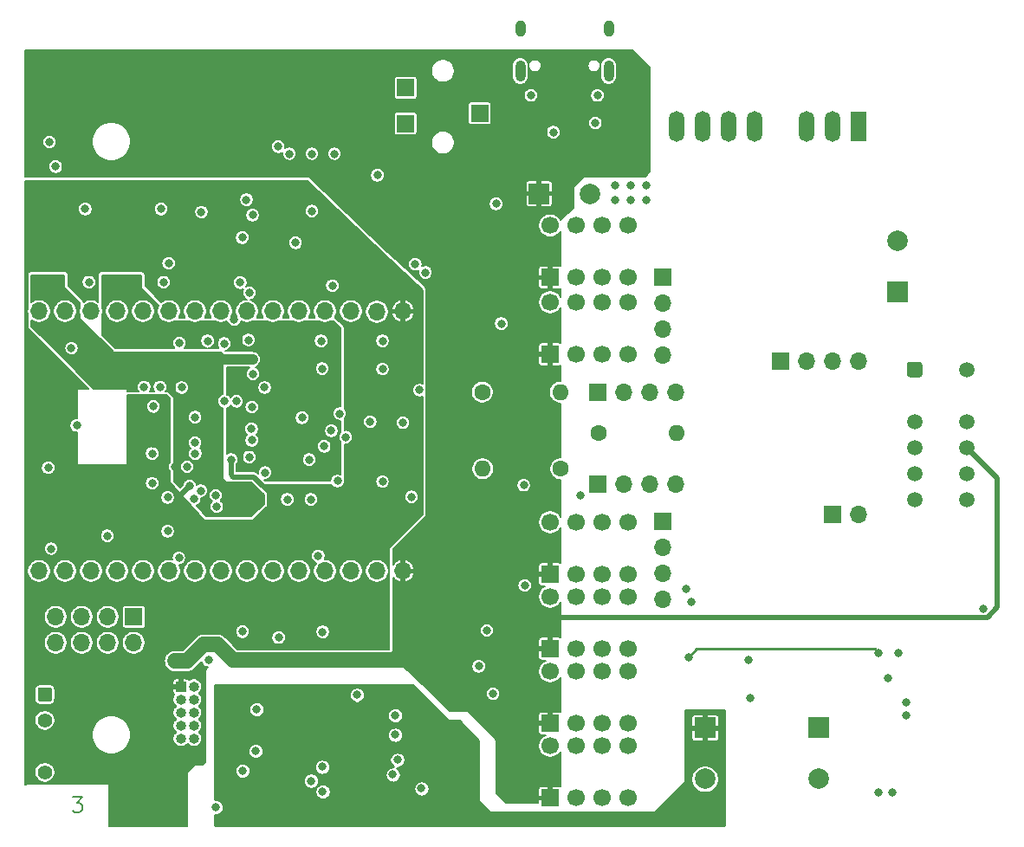
<source format=gbr>
%TF.GenerationSoftware,KiCad,Pcbnew,5.1.9-73d0e3b20d~88~ubuntu18.04.1*%
%TF.CreationDate,2021-01-16T14:46:19+01:00*%
%TF.ProjectId,saba-fernbedienung,73616261-2d66-4657-926e-62656469656e,rev?*%
%TF.SameCoordinates,Original*%
%TF.FileFunction,Copper,L3,Inr*%
%TF.FilePolarity,Positive*%
%FSLAX46Y46*%
G04 Gerber Fmt 4.6, Leading zero omitted, Abs format (unit mm)*
G04 Created by KiCad (PCBNEW 5.1.9-73d0e3b20d~88~ubuntu18.04.1) date 2021-01-16 14:46:19*
%MOMM*%
%LPD*%
G01*
G04 APERTURE LIST*
%TA.AperFunction,NonConductor*%
%ADD10C,0.150000*%
%TD*%
%TA.AperFunction,ComponentPad*%
%ADD11C,2.000000*%
%TD*%
%TA.AperFunction,ComponentPad*%
%ADD12R,2.000000X2.000000*%
%TD*%
%TA.AperFunction,ComponentPad*%
%ADD13O,1.700000X1.700000*%
%TD*%
%TA.AperFunction,ComponentPad*%
%ADD14R,1.700000X1.700000*%
%TD*%
%TA.AperFunction,ComponentPad*%
%ADD15C,1.700000*%
%TD*%
%TA.AperFunction,ComponentPad*%
%ADD16O,1.000000X2.100000*%
%TD*%
%TA.AperFunction,ComponentPad*%
%ADD17O,1.000000X1.600000*%
%TD*%
%TA.AperFunction,ComponentPad*%
%ADD18O,1.500000X3.000000*%
%TD*%
%TA.AperFunction,ComponentPad*%
%ADD19R,1.500000X3.000000*%
%TD*%
%TA.AperFunction,ComponentPad*%
%ADD20C,1.400000*%
%TD*%
%TA.AperFunction,ComponentPad*%
%ADD21C,1.600000*%
%TD*%
%TA.AperFunction,ComponentPad*%
%ADD22O,1.600000X1.600000*%
%TD*%
%TA.AperFunction,ComponentPad*%
%ADD23C,1.500000*%
%TD*%
%TA.AperFunction,ComponentPad*%
%ADD24O,1.000000X1.000000*%
%TD*%
%TA.AperFunction,ComponentPad*%
%ADD25R,1.000000X1.000000*%
%TD*%
%TA.AperFunction,ViaPad*%
%ADD26C,0.800000*%
%TD*%
%TA.AperFunction,Conductor*%
%ADD27C,0.250000*%
%TD*%
%TA.AperFunction,Conductor*%
%ADD28C,0.500000*%
%TD*%
%TA.AperFunction,Conductor*%
%ADD29C,1.500000*%
%TD*%
%TA.AperFunction,Conductor*%
%ADD30C,1.000000*%
%TD*%
%TA.AperFunction,Conductor*%
%ADD31C,0.254000*%
%TD*%
%TA.AperFunction,Conductor*%
%ADD32C,0.100000*%
%TD*%
%TA.AperFunction,Conductor*%
%ADD33C,0.200000*%
%TD*%
G04 APERTURE END LIST*
D10*
X105200000Y-136578571D02*
X106128571Y-136578571D01*
X105628571Y-137150000D01*
X105842857Y-137150000D01*
X105985714Y-137221428D01*
X106057142Y-137292857D01*
X106128571Y-137435714D01*
X106128571Y-137792857D01*
X106057142Y-137935714D01*
X105985714Y-138007142D01*
X105842857Y-138078571D01*
X105414285Y-138078571D01*
X105271428Y-138007142D01*
X105200000Y-137935714D01*
D11*
%TO.N,GND*%
%TO.C,C407*%
X155800000Y-77600000D03*
D12*
%TO.N,+5V*%
X150800000Y-77600000D03*
%TD*%
D13*
%TO.N,+5V*%
%TO.C,U201*%
X137490000Y-114500000D03*
%TO.N,GND*%
X134950000Y-114500000D03*
%TO.N,SABA_Suchlauf_R*%
X132410000Y-114500000D03*
%TO.N,SABA_Schnelllauf*%
X129870000Y-114500000D03*
%TO.N,SABA_Suchlauf_L*%
X127330000Y-114500000D03*
%TO.N,SABA_Laufrichtung*%
X124790000Y-114500000D03*
%TO.N,SABA_Netz*%
X122250000Y-114500000D03*
%TO.N,SPI_CS_LCD*%
X119710000Y-114500000D03*
%TO.N,SABA_Suchlauf_Langsam*%
X117170000Y-114500000D03*
%TO.N,SPI_DCS_VS1053*%
X114630000Y-114500000D03*
%TO.N,IR_RX*%
X112090000Y-114500000D03*
%TO.N,SABA_Suchlauf_Schnell*%
X109550000Y-114500000D03*
%TO.N,Net-(R204-Pad2)*%
X107010000Y-114500000D03*
%TO.N,SABA_HS*%
X104470000Y-114500000D03*
%TO.N,~RESET*%
X101930000Y-114500000D03*
%TO.N,LCD_A0*%
X101930000Y-89100000D03*
%TO.N,SPI_CS_SDCARD*%
X104470000Y-89100000D03*
%TO.N,N/C*%
X107010000Y-89100000D03*
X109550000Y-89100000D03*
%TO.N,SPI_MOSI*%
X112090000Y-89100000D03*
%TO.N,SPI_MISO*%
X114630000Y-89100000D03*
%TO.N,SPI_SCK*%
X117170000Y-89100000D03*
%TO.N,SPI_CS_VS1053*%
X119710000Y-89100000D03*
%TO.N,Net-(R203-Pad2)*%
X122250000Y-89100000D03*
%TO.N,SABA_Mute*%
X124790000Y-89100000D03*
%TO.N,VS1053_DREQ*%
X127330000Y-89100000D03*
%TO.N,SABA_Laut*%
X129870000Y-89100000D03*
%TO.N,SABA_Leise*%
X132410000Y-89100000D03*
%TO.N,GND*%
X134950000Y-89150800D03*
%TO.N,+3V3*%
X137488000Y-89100800D03*
%TD*%
D14*
%TO.N,SPI_CS_LCD*%
%TO.C,J312*%
X111180000Y-118960000D03*
D13*
%TO.N,SPI_SCK*%
X111180000Y-121500000D03*
%TO.N,SPI_MOSI*%
X108640000Y-118960000D03*
%TO.N,~RESET*%
X108640000Y-121500000D03*
%TO.N,LCD_BL*%
X106100000Y-118960000D03*
%TO.N,+5V*%
X106100000Y-121500000D03*
%TO.N,GND*%
X103560000Y-118960000D03*
%TO.N,LCD_A0*%
X103560000Y-121500000D03*
%TD*%
D12*
%TO.N,SABA_GND_AC*%
%TO.C,C418*%
X178100000Y-129800000D03*
D11*
%TO.N,-24V*%
X178100000Y-134800000D03*
%TD*%
D14*
%TO.N,+5V*%
%TO.C,K606*%
X151880000Y-114800000D03*
D15*
%TO.N,SABA_Suchlauf*%
X154420000Y-114800000D03*
%TO.N,/Fernbedienung/Suchlauf*%
X156960000Y-114800000D03*
%TO.N,N/C*%
X159500000Y-114800000D03*
%TO.N,SABA_Suchlauf*%
X159500000Y-109720000D03*
%TO.N,SABA_GND_AC*%
X156960000Y-109720000D03*
%TO.N,N/C*%
X154420000Y-109720000D03*
%TO.N,/Fernbedienung/Relais_Mute*%
X151880000Y-109720000D03*
%TD*%
D14*
%TO.N,+5V*%
%TO.C,K605*%
X151880000Y-136680000D03*
D15*
%TO.N,N/C*%
X154420000Y-136680000D03*
%TO.N,Net-(K605-Pad3)*%
X156960000Y-136680000D03*
%TO.N,Net-(K604-Pad5)*%
X159500000Y-136680000D03*
%TO.N,/Fernbedienung/Suchlauf*%
X159500000Y-131600000D03*
%TO.N,Net-(K605-Pad6)*%
X156960000Y-131600000D03*
%TO.N,N/C*%
X154420000Y-131600000D03*
%TO.N,/Fernbedienung/Relais_Suchlauf_L*%
X151880000Y-131600000D03*
%TD*%
D14*
%TO.N,+5V*%
%TO.C,K604*%
X151880000Y-129380000D03*
D15*
%TO.N,N/C*%
X154420000Y-129380000D03*
%TO.N,/Fernbedienung/Suchlauf*%
X156960000Y-129380000D03*
%TO.N,Net-(K602-Pad4)*%
X159500000Y-129380000D03*
%TO.N,Net-(K604-Pad5)*%
X159500000Y-124300000D03*
%TO.N,/Fernbedienung/Suchlauf*%
X156960000Y-124300000D03*
%TO.N,N/C*%
X154420000Y-124300000D03*
%TO.N,/Fernbedienung/Relais_Schnelllauf*%
X151880000Y-124300000D03*
%TD*%
D14*
%TO.N,+5V*%
%TO.C,K603*%
X151880000Y-85800000D03*
D15*
%TO.N,/Fernbedienung/Relais_Laut*%
X154420000Y-85800000D03*
%TO.N,Net-(D602-Pad2)*%
X156960000Y-85800000D03*
%TO.N,N/C*%
X159500000Y-85800000D03*
%TO.N,SABA_~15V_AC*%
X159500000Y-80720000D03*
%TO.N,SABA_Lautstaerke*%
X156960000Y-80720000D03*
%TO.N,N/C*%
X154420000Y-80720000D03*
%TO.N,Net-(D604-Pad2)*%
X151880000Y-80720000D03*
%TD*%
D14*
%TO.N,+5V*%
%TO.C,K602*%
X151880000Y-122080000D03*
D15*
%TO.N,N/C*%
X154420000Y-122080000D03*
%TO.N,Net-(K602-Pad3)*%
X156960000Y-122080000D03*
%TO.N,Net-(K602-Pad4)*%
X159500000Y-122080000D03*
%TO.N,/Fernbedienung/Suchlauf*%
X159500000Y-117000000D03*
%TO.N,Net-(K602-Pad6)*%
X156960000Y-117000000D03*
%TO.N,N/C*%
X154420000Y-117000000D03*
%TO.N,/Fernbedienung/Relais_Suchlauf_R*%
X151880000Y-117000000D03*
%TD*%
D14*
%TO.N,+5V*%
%TO.C,K601*%
X151880000Y-93300000D03*
D15*
%TO.N,/Fernbedienung/Relais_Leise*%
X154420000Y-93300000D03*
%TO.N,Net-(D604-Pad2)*%
X156960000Y-93300000D03*
%TO.N,N/C*%
X159500000Y-93300000D03*
%TO.N,SABA_15V_AC*%
X159500000Y-88220000D03*
%TO.N,SABA_Lautstaerke*%
X156960000Y-88220000D03*
%TO.N,N/C*%
X154420000Y-88220000D03*
%TO.N,Net-(D602-Pad2)*%
X151880000Y-88220000D03*
%TD*%
D14*
%TO.N,SABA_N2*%
%TO.C,J306*%
X179500000Y-109000000D03*
D13*
X182040000Y-109000000D03*
%TD*%
D16*
%TO.N,Net-(J313-PadS1)*%
%TO.C,J313*%
X148960000Y-65630000D03*
X157600000Y-65630000D03*
D17*
X157600000Y-61450000D03*
X148960000Y-61450000D03*
%TD*%
D18*
%TO.N,N/C*%
%TO.C,U401*%
X164220000Y-71000000D03*
%TO.N,GND*%
X166760000Y-71000000D03*
%TO.N,N/C*%
X176920000Y-71000000D03*
%TO.N,+5V*%
X169300000Y-71000000D03*
%TO.N,N/C*%
X171840000Y-71000000D03*
%TO.N,Net-(C401-Pad1)*%
X179460000Y-71000000D03*
D19*
%TO.N,Net-(C402-Pad2)*%
X182000000Y-71000000D03*
%TD*%
%TO.N,GND*%
%TO.C,U301*%
%TA.AperFunction,ComponentPad*%
G36*
G01*
X102049200Y-125860000D02*
X102950800Y-125860000D01*
G75*
G02*
X103200000Y-126109200I0J-249200D01*
G01*
X103200000Y-127010800D01*
G75*
G02*
X102950800Y-127260000I-249200J0D01*
G01*
X102049200Y-127260000D01*
G75*
G02*
X101800000Y-127010800I0J249200D01*
G01*
X101800000Y-126109200D01*
G75*
G02*
X102049200Y-125860000I249200J0D01*
G01*
G37*
%TD.AperFunction*%
D20*
%TO.N,Net-(C304-Pad1)*%
X102500000Y-129100000D03*
%TO.N,IR_RX*%
X102500000Y-134180000D03*
%TD*%
D21*
%TO.N,SABA_HS2*%
%TO.C,R618*%
X152900000Y-104500000D03*
D22*
%TO.N,Net-(D609-Pad1)*%
X145280000Y-104500000D03*
%TD*%
%TO.N,SABA_~15V_AC*%
%TO.C,R617*%
X164250000Y-101000000D03*
D21*
%TO.N,Net-(K605-Pad3)*%
X156630000Y-101000000D03*
%TD*%
D22*
%TO.N,SABA_15V_AC*%
%TO.C,R603*%
X152870000Y-97000000D03*
D21*
%TO.N,Net-(K602-Pad3)*%
X145250000Y-97000000D03*
%TD*%
D23*
%TO.N,Net-(D607-Pad2)*%
%TO.C,K607*%
X192580000Y-94800000D03*
%TO.N,Net-(D607-Pad1)*%
X192580000Y-99880000D03*
%TO.N,+5V*%
X192580000Y-102420000D03*
%TO.N,Net-(D608-Pad1)*%
X192580000Y-104960000D03*
%TO.N,Net-(D607-Pad2)*%
X192580000Y-107500000D03*
%TO.N,Net-(D608-Pad1)*%
X187500000Y-107500000D03*
%TO.N,SABA_N2*%
X187500000Y-104960000D03*
%TO.N,SABA_230V_AC*%
X187500000Y-102420000D03*
%TO.N,SABA_N1*%
X187500000Y-99880000D03*
%TO.N,Net-(D607-Pad1)*%
%TA.AperFunction,ComponentPad*%
G36*
G01*
X186750000Y-95299500D02*
X186750000Y-94300500D01*
G75*
G02*
X187000500Y-94050000I250500J0D01*
G01*
X187999500Y-94050000D01*
G75*
G02*
X188250000Y-94300500I0J-250500D01*
G01*
X188250000Y-95299500D01*
G75*
G02*
X187999500Y-95550000I-250500J0D01*
G01*
X187000500Y-95550000D01*
G75*
G02*
X186750000Y-95299500I0J250500D01*
G01*
G37*
%TD.AperFunction*%
%TD*%
D13*
%TO.N,N/C*%
%TO.C,J311*%
X162900000Y-117220000D03*
X162900000Y-114680000D03*
X162900000Y-112140000D03*
D14*
X162900000Y-109600000D03*
%TD*%
%TO.N,Net-(D301-Pad2)*%
%TO.C,J310*%
X145000000Y-69750000D03*
%TD*%
%TO.N,Net-(D301-Pad1)*%
%TO.C,J309*%
X137750000Y-67250000D03*
%TD*%
%TO.N,GND*%
%TO.C,J308*%
X137750000Y-70750000D03*
%TD*%
%TO.N,SABA_N1*%
%TO.C,J307*%
X174400000Y-94000000D03*
D13*
X176940000Y-94000000D03*
%TO.N,SABA_230V_AC*%
X179480000Y-94000000D03*
X182020000Y-94000000D03*
%TD*%
D14*
%TO.N,SABA_Lautstaerke*%
%TO.C,J304*%
X156500000Y-106000000D03*
D13*
%TO.N,SABA_Suchlauf*%
X159040000Y-106000000D03*
%TO.N,SABA_HS2*%
X161580000Y-106000000D03*
%TO.N,SABA_HS3*%
X164120000Y-106000000D03*
%TD*%
D14*
%TO.N,SABA_6\u002C3V_AC*%
%TO.C,J302*%
X162900000Y-85800000D03*
D13*
X162900000Y-88340000D03*
%TO.N,Earth*%
X162900000Y-90880000D03*
X162900000Y-93420000D03*
%TD*%
D14*
%TO.N,SABA_15V_AC*%
%TO.C,J301*%
X156500000Y-97000000D03*
D13*
%TO.N,SABA_GND_AC*%
X159040000Y-97000000D03*
X161580000Y-97000000D03*
%TO.N,SABA_~15V_AC*%
X164120000Y-97000000D03*
%TD*%
D24*
%TO.N,~RESET*%
%TO.C,J201*%
X117070000Y-130880000D03*
%TO.N,GND*%
X115800000Y-130880000D03*
%TO.N,Net-(J201-Pad8)*%
X117070000Y-129610000D03*
%TO.N,N/C*%
X115800000Y-129610000D03*
%TO.N,Net-(J201-Pad6)*%
X117070000Y-128340000D03*
%TO.N,GND*%
X115800000Y-128340000D03*
%TO.N,Net-(J201-Pad4)*%
X117070000Y-127070000D03*
%TO.N,GND*%
X115800000Y-127070000D03*
%TO.N,Net-(J201-Pad2)*%
X117070000Y-125800000D03*
D25*
%TO.N,+3V3*%
X115800000Y-125800000D03*
%TD*%
D12*
%TO.N,+24V*%
%TO.C,C410*%
X167000000Y-129800000D03*
D11*
%TO.N,SABA_GND_AC*%
X167000000Y-134800000D03*
%TD*%
D12*
%TO.N,Net-(C402-Pad1)*%
%TO.C,C403*%
X185800000Y-87200000D03*
D11*
%TO.N,Net-(C402-Pad2)*%
X185800000Y-82200000D03*
%TD*%
D26*
%TO.N,+3V3*%
X128200000Y-78300000D03*
X113030000Y-102005000D03*
X120700000Y-103600000D03*
X110480000Y-104505000D03*
X116650153Y-106175153D03*
X112300000Y-97700000D03*
X103300000Y-110000000D03*
X110700000Y-110700000D03*
X117300000Y-110600000D03*
X126600000Y-110600000D03*
X135100000Y-108700000D03*
X121000000Y-89900004D03*
%TO.N,+5V*%
X150800000Y-76100000D03*
X150800000Y-75100000D03*
X115200000Y-123300008D03*
X116400000Y-123300000D03*
X161000000Y-69000000D03*
X161000000Y-67500000D03*
X161000000Y-66000000D03*
X159750000Y-66000000D03*
X159750000Y-67500000D03*
X159750000Y-69000000D03*
X144700000Y-82800000D03*
X102900000Y-73800000D03*
X105800000Y-66400000D03*
%TO.N,SABA_GND_AC*%
X171400000Y-126950000D03*
X123099998Y-132100000D03*
X121800000Y-134000000D03*
X123200000Y-127999996D03*
X133000000Y-126600000D03*
X129594965Y-133629996D03*
X119200000Y-137600000D03*
X139300000Y-135750000D03*
X136500000Y-134400000D03*
X136750000Y-128600000D03*
X186700000Y-127300000D03*
%TO.N,+24V*%
X123100000Y-133600000D03*
X121700000Y-137800000D03*
X120700000Y-131900000D03*
X136500000Y-135500000D03*
X136300000Y-131500000D03*
X171300000Y-123200000D03*
X184900000Y-125000000D03*
%TO.N,+1V8*%
X122800000Y-93800000D03*
X117780000Y-93830000D03*
X123300000Y-107500000D03*
X101500000Y-86300000D03*
X103800000Y-86300000D03*
X115225000Y-104300000D03*
%TO.N,+3.3VA*%
X127855000Y-101905000D03*
X108900000Y-86800000D03*
X111100000Y-86800000D03*
X130800000Y-97979981D03*
X126500000Y-104400000D03*
%TO.N,Net-(C503-Pad1)*%
X185300000Y-136100000D03*
X186700004Y-128600000D03*
%TO.N,/Suchlauf Messung/Phase*%
X136750000Y-130500000D03*
X129650000Y-136050000D03*
%TO.N,/Suchlauf Messung/Amplitude*%
X128500000Y-135000000D03*
X136950000Y-132950000D03*
%TO.N,+5VA*%
X139700000Y-85300000D03*
X122800000Y-79700000D03*
%TO.N,SABA_15V_AC*%
X165700000Y-117500000D03*
X165200000Y-116200000D03*
%TO.N,Net-(D504-Pad1)*%
X184000000Y-122500000D03*
X165400000Y-122900000D03*
%TO.N,SABA_HS3*%
X149300000Y-106100000D03*
%TO.N,~RESET*%
X122840789Y-95218334D03*
%TO.N,Net-(J201-Pad6)*%
X118500000Y-123200000D03*
%TO.N,SPI_MISO*%
X130799998Y-73700000D03*
X119200000Y-107100000D03*
%TO.N,SPI_SCK*%
X117744524Y-106635401D03*
X122500000Y-87300000D03*
X128600000Y-73700000D03*
%TO.N,SPI_MOSI*%
X117100000Y-107400000D03*
X114600000Y-84400000D03*
X126400000Y-73700000D03*
%TO.N,SPI_CS_SDCARD*%
X125300000Y-73000000D03*
%TO.N,LCD_BL*%
X103105001Y-112305001D03*
%TO.N,Net-(K605-Pad6)*%
X154800000Y-107100000D03*
%TO.N,Net-(R203-Pad2)*%
X102825010Y-104400000D03*
%TO.N,Net-(R501-Pad1)*%
X185900000Y-122500000D03*
X183999998Y-136100000D03*
%TO.N,SABA_Mute*%
X139110010Y-96810010D03*
%TO.N,Net-(R716-Pad2)*%
X131900000Y-101400010D03*
X122700000Y-100600000D03*
%TO.N,SPI_DCS_VS1053*%
X113750000Y-96500000D03*
X114500000Y-110600000D03*
%TO.N,SPI_CS_VS1053*%
X117200000Y-103000000D03*
%TO.N,VS1053_DREQ*%
X120063967Y-97900000D03*
%TO.N,GND*%
X131100000Y-105700000D03*
X147100000Y-90300000D03*
X149400000Y-115900000D03*
X145700000Y-120300000D03*
X144900000Y-123800000D03*
X146300000Y-126500000D03*
X125350000Y-121000000D03*
X129650000Y-120450000D03*
X108600000Y-111050000D03*
X138337340Y-107237340D03*
X152200000Y-71600000D03*
X150000000Y-68000000D03*
X156500000Y-68000000D03*
X156300000Y-70700000D03*
X158250000Y-76750000D03*
X159750000Y-76750000D03*
X158250000Y-78250000D03*
X159750000Y-78250000D03*
X161250000Y-76750000D03*
X161250000Y-78250000D03*
X146600000Y-78600000D03*
X128600000Y-79300000D03*
X135000000Y-75800000D03*
X130600000Y-86600000D03*
X127000084Y-82400000D03*
X121600000Y-86300000D03*
X138700000Y-84500000D03*
X113850000Y-79100000D03*
X106450000Y-79100000D03*
X103550000Y-74950000D03*
X102950000Y-72550000D03*
X114100000Y-86250000D03*
X129212660Y-113012660D03*
X121812660Y-120412660D03*
X124030000Y-104855000D03*
X129800000Y-102300000D03*
X120030000Y-92260000D03*
X115880000Y-96555000D03*
X130500000Y-100774990D03*
X129500000Y-92000000D03*
X122400000Y-91900000D03*
X117180000Y-101955000D03*
X134300000Y-99900000D03*
X116400000Y-104300000D03*
X131300000Y-99100000D03*
X128500000Y-107500000D03*
X114500000Y-107300000D03*
X117180000Y-99455000D03*
X112200000Y-96500000D03*
X121230000Y-97905000D03*
X115650000Y-92200000D03*
X122730000Y-98455000D03*
X105630000Y-100255000D03*
X122480000Y-103355000D03*
X128330000Y-103605000D03*
X127630000Y-99505000D03*
X126200000Y-107500000D03*
X112980000Y-103005000D03*
X112980000Y-105905000D03*
X122730000Y-101705000D03*
X113100000Y-98400000D03*
X123980000Y-96555000D03*
X119300000Y-108200000D03*
X118400000Y-92000000D03*
X106800000Y-86250062D03*
X105100000Y-92700000D03*
X121799992Y-81900000D03*
X122199996Y-78200000D03*
X129600000Y-94700000D03*
X135500000Y-92000000D03*
X135500000Y-94750000D03*
X135500000Y-105750000D03*
X137500000Y-100000000D03*
X115600000Y-113200000D03*
X194200000Y-118200000D03*
X117800000Y-79400000D03*
%TD*%
D27*
%TO.N,+3V3*%
X121000000Y-89900004D02*
X121000000Y-88600000D01*
D28*
X120700000Y-103600000D02*
X120700000Y-105100000D01*
X120700000Y-105100000D02*
X120900000Y-105300000D01*
X120900000Y-105300000D02*
X122900000Y-105300000D01*
X122900000Y-105300000D02*
X123800000Y-106200000D01*
X116650153Y-106175153D02*
X115537500Y-107287806D01*
X114908001Y-106449999D02*
X114699693Y-106449999D01*
X115350001Y-107100307D02*
X115350001Y-106891999D01*
X115537500Y-107287806D02*
X115350001Y-107100307D01*
D29*
%TO.N,+5V*%
X116399992Y-123300008D02*
X116400000Y-123300000D01*
X115200000Y-123300008D02*
X116399992Y-123300008D01*
X139100000Y-123200000D02*
X139600000Y-123700000D01*
X119400000Y-121700000D02*
X120900000Y-123200000D01*
X116400000Y-123300000D02*
X118000000Y-121700000D01*
X120900000Y-123200000D02*
X139100000Y-123200000D01*
X118000000Y-121700000D02*
X119400000Y-121700000D01*
D28*
X192580000Y-102420000D02*
X195600000Y-105440000D01*
X194608001Y-119050001D02*
X193250001Y-119050001D01*
X195600000Y-105440000D02*
X195600000Y-118058002D01*
X195600000Y-118058002D02*
X194608001Y-119050001D01*
X193250001Y-119050001D02*
X193200000Y-119000000D01*
X151700000Y-119000000D02*
X151649999Y-119050001D01*
X193200000Y-119000000D02*
X151700000Y-119000000D01*
D30*
%TO.N,+1V8*%
X122800000Y-93800000D02*
X118300000Y-93800000D01*
D27*
%TO.N,Net-(D504-Pad1)*%
X183600001Y-122100001D02*
X166199999Y-122100001D01*
X184000000Y-122500000D02*
X183600001Y-122100001D01*
X166199999Y-122100001D02*
X165400000Y-122900000D01*
%TD*%
D31*
%TO.N,+24V*%
X141910197Y-129089803D02*
X141929443Y-129105597D01*
X141951399Y-129117333D01*
X141975224Y-129124560D01*
X142000000Y-129127000D01*
X142947394Y-129127000D01*
X144873000Y-131052606D01*
X144873000Y-137000000D01*
X144875440Y-137024776D01*
X144882667Y-137048601D01*
X144894403Y-137070557D01*
X144910197Y-137089803D01*
X145910197Y-138089803D01*
X145929443Y-138105597D01*
X145951399Y-138117333D01*
X145975224Y-138124560D01*
X146000000Y-138127000D01*
X162000000Y-138127000D01*
X162024776Y-138124560D01*
X162048601Y-138117333D01*
X162070557Y-138105597D01*
X162089803Y-138089803D01*
X165089803Y-135089803D01*
X165105597Y-135070557D01*
X165117333Y-135048601D01*
X165124560Y-135024776D01*
X165127000Y-135000000D01*
X165127000Y-134664377D01*
X165623000Y-134664377D01*
X165623000Y-134935623D01*
X165675917Y-135201656D01*
X165779718Y-135452254D01*
X165930414Y-135677787D01*
X166122213Y-135869586D01*
X166347746Y-136020282D01*
X166598344Y-136124083D01*
X166864377Y-136177000D01*
X167135623Y-136177000D01*
X167401656Y-136124083D01*
X167652254Y-136020282D01*
X167877787Y-135869586D01*
X168069586Y-135677787D01*
X168220282Y-135452254D01*
X168324083Y-135201656D01*
X168377000Y-134935623D01*
X168377000Y-134664377D01*
X168324083Y-134398344D01*
X168220282Y-134147746D01*
X168069586Y-133922213D01*
X167877787Y-133730414D01*
X167652254Y-133579718D01*
X167401656Y-133475917D01*
X167135623Y-133423000D01*
X166864377Y-133423000D01*
X166598344Y-133475917D01*
X166347746Y-133579718D01*
X166122213Y-133730414D01*
X165930414Y-133922213D01*
X165779718Y-134147746D01*
X165675917Y-134398344D01*
X165623000Y-134664377D01*
X165127000Y-134664377D01*
X165127000Y-130800000D01*
X165621176Y-130800000D01*
X165628455Y-130873905D01*
X165650012Y-130944970D01*
X165685019Y-131010463D01*
X165732131Y-131067869D01*
X165789537Y-131114981D01*
X165855030Y-131149988D01*
X165926095Y-131171545D01*
X166000000Y-131178824D01*
X166778750Y-131177000D01*
X166873000Y-131082750D01*
X166873000Y-129927000D01*
X167127000Y-129927000D01*
X167127000Y-131082750D01*
X167221250Y-131177000D01*
X168000000Y-131178824D01*
X168073905Y-131171545D01*
X168144970Y-131149988D01*
X168210463Y-131114981D01*
X168267869Y-131067869D01*
X168314981Y-131010463D01*
X168349988Y-130944970D01*
X168371545Y-130873905D01*
X168378824Y-130800000D01*
X168377000Y-130021250D01*
X168282750Y-129927000D01*
X167127000Y-129927000D01*
X166873000Y-129927000D01*
X165717250Y-129927000D01*
X165623000Y-130021250D01*
X165621176Y-130800000D01*
X165127000Y-130800000D01*
X165127000Y-128800000D01*
X165621176Y-128800000D01*
X165623000Y-129578750D01*
X165717250Y-129673000D01*
X166873000Y-129673000D01*
X166873000Y-128517250D01*
X167127000Y-128517250D01*
X167127000Y-129673000D01*
X168282750Y-129673000D01*
X168377000Y-129578750D01*
X168378824Y-128800000D01*
X168371545Y-128726095D01*
X168349988Y-128655030D01*
X168314981Y-128589537D01*
X168267869Y-128532131D01*
X168210463Y-128485019D01*
X168144970Y-128450012D01*
X168073905Y-128428455D01*
X168000000Y-128421176D01*
X167221250Y-128423000D01*
X167127000Y-128517250D01*
X166873000Y-128517250D01*
X166778750Y-128423000D01*
X166000000Y-128421176D01*
X165926095Y-128428455D01*
X165855030Y-128450012D01*
X165789537Y-128485019D01*
X165732131Y-128532131D01*
X165685019Y-128589537D01*
X165650012Y-128655030D01*
X165628455Y-128726095D01*
X165621176Y-128800000D01*
X165127000Y-128800000D01*
X165127000Y-128127000D01*
X168873000Y-128127000D01*
X168873000Y-139373000D01*
X119127000Y-139373000D01*
X119127000Y-138377000D01*
X119276528Y-138377000D01*
X119426643Y-138347141D01*
X119568048Y-138288569D01*
X119695309Y-138203536D01*
X119803536Y-138095309D01*
X119888569Y-137968048D01*
X119947141Y-137826643D01*
X119977000Y-137676528D01*
X119977000Y-137523472D01*
X119947141Y-137373357D01*
X119888569Y-137231952D01*
X119803536Y-137104691D01*
X119695309Y-136996464D01*
X119568048Y-136911431D01*
X119426643Y-136852859D01*
X119276528Y-136823000D01*
X119127000Y-136823000D01*
X119127000Y-135973472D01*
X128873000Y-135973472D01*
X128873000Y-136126528D01*
X128902859Y-136276643D01*
X128961431Y-136418048D01*
X129046464Y-136545309D01*
X129154691Y-136653536D01*
X129281952Y-136738569D01*
X129423357Y-136797141D01*
X129573472Y-136827000D01*
X129726528Y-136827000D01*
X129876643Y-136797141D01*
X130018048Y-136738569D01*
X130145309Y-136653536D01*
X130253536Y-136545309D01*
X130338569Y-136418048D01*
X130397141Y-136276643D01*
X130427000Y-136126528D01*
X130427000Y-135973472D01*
X130397141Y-135823357D01*
X130338569Y-135681952D01*
X130332903Y-135673472D01*
X138523000Y-135673472D01*
X138523000Y-135826528D01*
X138552859Y-135976643D01*
X138611431Y-136118048D01*
X138696464Y-136245309D01*
X138804691Y-136353536D01*
X138931952Y-136438569D01*
X139073357Y-136497141D01*
X139223472Y-136527000D01*
X139376528Y-136527000D01*
X139526643Y-136497141D01*
X139668048Y-136438569D01*
X139795309Y-136353536D01*
X139903536Y-136245309D01*
X139988569Y-136118048D01*
X140047141Y-135976643D01*
X140077000Y-135826528D01*
X140077000Y-135673472D01*
X140047141Y-135523357D01*
X139988569Y-135381952D01*
X139903536Y-135254691D01*
X139795309Y-135146464D01*
X139668048Y-135061431D01*
X139526643Y-135002859D01*
X139376528Y-134973000D01*
X139223472Y-134973000D01*
X139073357Y-135002859D01*
X138931952Y-135061431D01*
X138804691Y-135146464D01*
X138696464Y-135254691D01*
X138611431Y-135381952D01*
X138552859Y-135523357D01*
X138523000Y-135673472D01*
X130332903Y-135673472D01*
X130253536Y-135554691D01*
X130145309Y-135446464D01*
X130018048Y-135361431D01*
X129876643Y-135302859D01*
X129726528Y-135273000D01*
X129573472Y-135273000D01*
X129423357Y-135302859D01*
X129281952Y-135361431D01*
X129154691Y-135446464D01*
X129046464Y-135554691D01*
X128961431Y-135681952D01*
X128902859Y-135823357D01*
X128873000Y-135973472D01*
X119127000Y-135973472D01*
X119127000Y-134923472D01*
X127723000Y-134923472D01*
X127723000Y-135076528D01*
X127752859Y-135226643D01*
X127811431Y-135368048D01*
X127896464Y-135495309D01*
X128004691Y-135603536D01*
X128131952Y-135688569D01*
X128273357Y-135747141D01*
X128423472Y-135777000D01*
X128576528Y-135777000D01*
X128726643Y-135747141D01*
X128868048Y-135688569D01*
X128995309Y-135603536D01*
X129103536Y-135495309D01*
X129188569Y-135368048D01*
X129247141Y-135226643D01*
X129277000Y-135076528D01*
X129277000Y-134923472D01*
X129247141Y-134773357D01*
X129188569Y-134631952D01*
X129103536Y-134504691D01*
X128995309Y-134396464D01*
X128868048Y-134311431D01*
X128726643Y-134252859D01*
X128576528Y-134223000D01*
X128423472Y-134223000D01*
X128273357Y-134252859D01*
X128131952Y-134311431D01*
X128004691Y-134396464D01*
X127896464Y-134504691D01*
X127811431Y-134631952D01*
X127752859Y-134773357D01*
X127723000Y-134923472D01*
X119127000Y-134923472D01*
X119127000Y-133923472D01*
X121023000Y-133923472D01*
X121023000Y-134076528D01*
X121052859Y-134226643D01*
X121111431Y-134368048D01*
X121196464Y-134495309D01*
X121304691Y-134603536D01*
X121431952Y-134688569D01*
X121573357Y-134747141D01*
X121723472Y-134777000D01*
X121876528Y-134777000D01*
X122026643Y-134747141D01*
X122168048Y-134688569D01*
X122295309Y-134603536D01*
X122403536Y-134495309D01*
X122488569Y-134368048D01*
X122547141Y-134226643D01*
X122577000Y-134076528D01*
X122577000Y-133923472D01*
X122547141Y-133773357D01*
X122488569Y-133631952D01*
X122436128Y-133553468D01*
X128817965Y-133553468D01*
X128817965Y-133706524D01*
X128847824Y-133856639D01*
X128906396Y-133998044D01*
X128991429Y-134125305D01*
X129099656Y-134233532D01*
X129226917Y-134318565D01*
X129368322Y-134377137D01*
X129518437Y-134406996D01*
X129671493Y-134406996D01*
X129821608Y-134377137D01*
X129951166Y-134323472D01*
X135723000Y-134323472D01*
X135723000Y-134476528D01*
X135752859Y-134626643D01*
X135811431Y-134768048D01*
X135896464Y-134895309D01*
X136004691Y-135003536D01*
X136131952Y-135088569D01*
X136273357Y-135147141D01*
X136423472Y-135177000D01*
X136576528Y-135177000D01*
X136726643Y-135147141D01*
X136868048Y-135088569D01*
X136995309Y-135003536D01*
X137103536Y-134895309D01*
X137188569Y-134768048D01*
X137247141Y-134626643D01*
X137277000Y-134476528D01*
X137277000Y-134323472D01*
X137247141Y-134173357D01*
X137188569Y-134031952D01*
X137103536Y-133904691D01*
X136995309Y-133796464D01*
X136891349Y-133727000D01*
X137026528Y-133727000D01*
X137176643Y-133697141D01*
X137318048Y-133638569D01*
X137445309Y-133553536D01*
X137553536Y-133445309D01*
X137638569Y-133318048D01*
X137697141Y-133176643D01*
X137727000Y-133026528D01*
X137727000Y-132873472D01*
X137697141Y-132723357D01*
X137638569Y-132581952D01*
X137553536Y-132454691D01*
X137445309Y-132346464D01*
X137318048Y-132261431D01*
X137176643Y-132202859D01*
X137026528Y-132173000D01*
X136873472Y-132173000D01*
X136723357Y-132202859D01*
X136581952Y-132261431D01*
X136454691Y-132346464D01*
X136346464Y-132454691D01*
X136261431Y-132581952D01*
X136202859Y-132723357D01*
X136173000Y-132873472D01*
X136173000Y-133026528D01*
X136202859Y-133176643D01*
X136261431Y-133318048D01*
X136346464Y-133445309D01*
X136454691Y-133553536D01*
X136558651Y-133623000D01*
X136423472Y-133623000D01*
X136273357Y-133652859D01*
X136131952Y-133711431D01*
X136004691Y-133796464D01*
X135896464Y-133904691D01*
X135811431Y-134031952D01*
X135752859Y-134173357D01*
X135723000Y-134323472D01*
X129951166Y-134323472D01*
X129963013Y-134318565D01*
X130090274Y-134233532D01*
X130198501Y-134125305D01*
X130283534Y-133998044D01*
X130342106Y-133856639D01*
X130371965Y-133706524D01*
X130371965Y-133553468D01*
X130342106Y-133403353D01*
X130283534Y-133261948D01*
X130198501Y-133134687D01*
X130090274Y-133026460D01*
X129963013Y-132941427D01*
X129821608Y-132882855D01*
X129671493Y-132852996D01*
X129518437Y-132852996D01*
X129368322Y-132882855D01*
X129226917Y-132941427D01*
X129099656Y-133026460D01*
X128991429Y-133134687D01*
X128906396Y-133261948D01*
X128847824Y-133403353D01*
X128817965Y-133553468D01*
X122436128Y-133553468D01*
X122403536Y-133504691D01*
X122295309Y-133396464D01*
X122168048Y-133311431D01*
X122026643Y-133252859D01*
X121876528Y-133223000D01*
X121723472Y-133223000D01*
X121573357Y-133252859D01*
X121431952Y-133311431D01*
X121304691Y-133396464D01*
X121196464Y-133504691D01*
X121111431Y-133631952D01*
X121052859Y-133773357D01*
X121023000Y-133923472D01*
X119127000Y-133923472D01*
X119127000Y-132023472D01*
X122322998Y-132023472D01*
X122322998Y-132176528D01*
X122352857Y-132326643D01*
X122411429Y-132468048D01*
X122496462Y-132595309D01*
X122604689Y-132703536D01*
X122731950Y-132788569D01*
X122873355Y-132847141D01*
X123023470Y-132877000D01*
X123176526Y-132877000D01*
X123326641Y-132847141D01*
X123468046Y-132788569D01*
X123595307Y-132703536D01*
X123703534Y-132595309D01*
X123788567Y-132468048D01*
X123847139Y-132326643D01*
X123876998Y-132176528D01*
X123876998Y-132023472D01*
X123847139Y-131873357D01*
X123788567Y-131731952D01*
X123703534Y-131604691D01*
X123595307Y-131496464D01*
X123468046Y-131411431D01*
X123326641Y-131352859D01*
X123176526Y-131323000D01*
X123023470Y-131323000D01*
X122873355Y-131352859D01*
X122731950Y-131411431D01*
X122604689Y-131496464D01*
X122496462Y-131604691D01*
X122411429Y-131731952D01*
X122352857Y-131873357D01*
X122322998Y-132023472D01*
X119127000Y-132023472D01*
X119127000Y-130423472D01*
X135973000Y-130423472D01*
X135973000Y-130576528D01*
X136002859Y-130726643D01*
X136061431Y-130868048D01*
X136146464Y-130995309D01*
X136254691Y-131103536D01*
X136381952Y-131188569D01*
X136523357Y-131247141D01*
X136673472Y-131277000D01*
X136826528Y-131277000D01*
X136976643Y-131247141D01*
X137118048Y-131188569D01*
X137245309Y-131103536D01*
X137353536Y-130995309D01*
X137438569Y-130868048D01*
X137497141Y-130726643D01*
X137527000Y-130576528D01*
X137527000Y-130423472D01*
X137497141Y-130273357D01*
X137438569Y-130131952D01*
X137353536Y-130004691D01*
X137245309Y-129896464D01*
X137118048Y-129811431D01*
X136976643Y-129752859D01*
X136826528Y-129723000D01*
X136673472Y-129723000D01*
X136523357Y-129752859D01*
X136381952Y-129811431D01*
X136254691Y-129896464D01*
X136146464Y-130004691D01*
X136061431Y-130131952D01*
X136002859Y-130273357D01*
X135973000Y-130423472D01*
X119127000Y-130423472D01*
X119127000Y-127923468D01*
X122423000Y-127923468D01*
X122423000Y-128076524D01*
X122452859Y-128226639D01*
X122511431Y-128368044D01*
X122596464Y-128495305D01*
X122704691Y-128603532D01*
X122831952Y-128688565D01*
X122973357Y-128747137D01*
X123123472Y-128776996D01*
X123276528Y-128776996D01*
X123426643Y-128747137D01*
X123568048Y-128688565D01*
X123695309Y-128603532D01*
X123775369Y-128523472D01*
X135973000Y-128523472D01*
X135973000Y-128676528D01*
X136002859Y-128826643D01*
X136061431Y-128968048D01*
X136146464Y-129095309D01*
X136254691Y-129203536D01*
X136381952Y-129288569D01*
X136523357Y-129347141D01*
X136673472Y-129377000D01*
X136826528Y-129377000D01*
X136976643Y-129347141D01*
X137118048Y-129288569D01*
X137245309Y-129203536D01*
X137353536Y-129095309D01*
X137438569Y-128968048D01*
X137497141Y-128826643D01*
X137527000Y-128676528D01*
X137527000Y-128523472D01*
X137497141Y-128373357D01*
X137438569Y-128231952D01*
X137353536Y-128104691D01*
X137245309Y-127996464D01*
X137118048Y-127911431D01*
X136976643Y-127852859D01*
X136826528Y-127823000D01*
X136673472Y-127823000D01*
X136523357Y-127852859D01*
X136381952Y-127911431D01*
X136254691Y-127996464D01*
X136146464Y-128104691D01*
X136061431Y-128231952D01*
X136002859Y-128373357D01*
X135973000Y-128523472D01*
X123775369Y-128523472D01*
X123803536Y-128495305D01*
X123888569Y-128368044D01*
X123947141Y-128226639D01*
X123977000Y-128076524D01*
X123977000Y-127923468D01*
X123947141Y-127773353D01*
X123888569Y-127631948D01*
X123803536Y-127504687D01*
X123695309Y-127396460D01*
X123568048Y-127311427D01*
X123426643Y-127252855D01*
X123276528Y-127222996D01*
X123123472Y-127222996D01*
X122973357Y-127252855D01*
X122831952Y-127311427D01*
X122704691Y-127396460D01*
X122596464Y-127504687D01*
X122511431Y-127631948D01*
X122452859Y-127773353D01*
X122423000Y-127923468D01*
X119127000Y-127923468D01*
X119127000Y-126523472D01*
X132223000Y-126523472D01*
X132223000Y-126676528D01*
X132252859Y-126826643D01*
X132311431Y-126968048D01*
X132396464Y-127095309D01*
X132504691Y-127203536D01*
X132631952Y-127288569D01*
X132773357Y-127347141D01*
X132923472Y-127377000D01*
X133076528Y-127377000D01*
X133226643Y-127347141D01*
X133368048Y-127288569D01*
X133495309Y-127203536D01*
X133603536Y-127095309D01*
X133688569Y-126968048D01*
X133747141Y-126826643D01*
X133777000Y-126676528D01*
X133777000Y-126523472D01*
X133747141Y-126373357D01*
X133688569Y-126231952D01*
X133603536Y-126104691D01*
X133495309Y-125996464D01*
X133368048Y-125911431D01*
X133226643Y-125852859D01*
X133076528Y-125823000D01*
X132923472Y-125823000D01*
X132773357Y-125852859D01*
X132631952Y-125911431D01*
X132504691Y-125996464D01*
X132396464Y-126104691D01*
X132311431Y-126231952D01*
X132252859Y-126373357D01*
X132223000Y-126523472D01*
X119127000Y-126523472D01*
X119127000Y-125627000D01*
X138447394Y-125627000D01*
X141910197Y-129089803D01*
%TA.AperFunction,Conductor*%
D32*
G36*
X141910197Y-129089803D02*
G01*
X141929443Y-129105597D01*
X141951399Y-129117333D01*
X141975224Y-129124560D01*
X142000000Y-129127000D01*
X142947394Y-129127000D01*
X144873000Y-131052606D01*
X144873000Y-137000000D01*
X144875440Y-137024776D01*
X144882667Y-137048601D01*
X144894403Y-137070557D01*
X144910197Y-137089803D01*
X145910197Y-138089803D01*
X145929443Y-138105597D01*
X145951399Y-138117333D01*
X145975224Y-138124560D01*
X146000000Y-138127000D01*
X162000000Y-138127000D01*
X162024776Y-138124560D01*
X162048601Y-138117333D01*
X162070557Y-138105597D01*
X162089803Y-138089803D01*
X165089803Y-135089803D01*
X165105597Y-135070557D01*
X165117333Y-135048601D01*
X165124560Y-135024776D01*
X165127000Y-135000000D01*
X165127000Y-134664377D01*
X165623000Y-134664377D01*
X165623000Y-134935623D01*
X165675917Y-135201656D01*
X165779718Y-135452254D01*
X165930414Y-135677787D01*
X166122213Y-135869586D01*
X166347746Y-136020282D01*
X166598344Y-136124083D01*
X166864377Y-136177000D01*
X167135623Y-136177000D01*
X167401656Y-136124083D01*
X167652254Y-136020282D01*
X167877787Y-135869586D01*
X168069586Y-135677787D01*
X168220282Y-135452254D01*
X168324083Y-135201656D01*
X168377000Y-134935623D01*
X168377000Y-134664377D01*
X168324083Y-134398344D01*
X168220282Y-134147746D01*
X168069586Y-133922213D01*
X167877787Y-133730414D01*
X167652254Y-133579718D01*
X167401656Y-133475917D01*
X167135623Y-133423000D01*
X166864377Y-133423000D01*
X166598344Y-133475917D01*
X166347746Y-133579718D01*
X166122213Y-133730414D01*
X165930414Y-133922213D01*
X165779718Y-134147746D01*
X165675917Y-134398344D01*
X165623000Y-134664377D01*
X165127000Y-134664377D01*
X165127000Y-130800000D01*
X165621176Y-130800000D01*
X165628455Y-130873905D01*
X165650012Y-130944970D01*
X165685019Y-131010463D01*
X165732131Y-131067869D01*
X165789537Y-131114981D01*
X165855030Y-131149988D01*
X165926095Y-131171545D01*
X166000000Y-131178824D01*
X166778750Y-131177000D01*
X166873000Y-131082750D01*
X166873000Y-129927000D01*
X167127000Y-129927000D01*
X167127000Y-131082750D01*
X167221250Y-131177000D01*
X168000000Y-131178824D01*
X168073905Y-131171545D01*
X168144970Y-131149988D01*
X168210463Y-131114981D01*
X168267869Y-131067869D01*
X168314981Y-131010463D01*
X168349988Y-130944970D01*
X168371545Y-130873905D01*
X168378824Y-130800000D01*
X168377000Y-130021250D01*
X168282750Y-129927000D01*
X167127000Y-129927000D01*
X166873000Y-129927000D01*
X165717250Y-129927000D01*
X165623000Y-130021250D01*
X165621176Y-130800000D01*
X165127000Y-130800000D01*
X165127000Y-128800000D01*
X165621176Y-128800000D01*
X165623000Y-129578750D01*
X165717250Y-129673000D01*
X166873000Y-129673000D01*
X166873000Y-128517250D01*
X167127000Y-128517250D01*
X167127000Y-129673000D01*
X168282750Y-129673000D01*
X168377000Y-129578750D01*
X168378824Y-128800000D01*
X168371545Y-128726095D01*
X168349988Y-128655030D01*
X168314981Y-128589537D01*
X168267869Y-128532131D01*
X168210463Y-128485019D01*
X168144970Y-128450012D01*
X168073905Y-128428455D01*
X168000000Y-128421176D01*
X167221250Y-128423000D01*
X167127000Y-128517250D01*
X166873000Y-128517250D01*
X166778750Y-128423000D01*
X166000000Y-128421176D01*
X165926095Y-128428455D01*
X165855030Y-128450012D01*
X165789537Y-128485019D01*
X165732131Y-128532131D01*
X165685019Y-128589537D01*
X165650012Y-128655030D01*
X165628455Y-128726095D01*
X165621176Y-128800000D01*
X165127000Y-128800000D01*
X165127000Y-128127000D01*
X168873000Y-128127000D01*
X168873000Y-139373000D01*
X119127000Y-139373000D01*
X119127000Y-138377000D01*
X119276528Y-138377000D01*
X119426643Y-138347141D01*
X119568048Y-138288569D01*
X119695309Y-138203536D01*
X119803536Y-138095309D01*
X119888569Y-137968048D01*
X119947141Y-137826643D01*
X119977000Y-137676528D01*
X119977000Y-137523472D01*
X119947141Y-137373357D01*
X119888569Y-137231952D01*
X119803536Y-137104691D01*
X119695309Y-136996464D01*
X119568048Y-136911431D01*
X119426643Y-136852859D01*
X119276528Y-136823000D01*
X119127000Y-136823000D01*
X119127000Y-135973472D01*
X128873000Y-135973472D01*
X128873000Y-136126528D01*
X128902859Y-136276643D01*
X128961431Y-136418048D01*
X129046464Y-136545309D01*
X129154691Y-136653536D01*
X129281952Y-136738569D01*
X129423357Y-136797141D01*
X129573472Y-136827000D01*
X129726528Y-136827000D01*
X129876643Y-136797141D01*
X130018048Y-136738569D01*
X130145309Y-136653536D01*
X130253536Y-136545309D01*
X130338569Y-136418048D01*
X130397141Y-136276643D01*
X130427000Y-136126528D01*
X130427000Y-135973472D01*
X130397141Y-135823357D01*
X130338569Y-135681952D01*
X130332903Y-135673472D01*
X138523000Y-135673472D01*
X138523000Y-135826528D01*
X138552859Y-135976643D01*
X138611431Y-136118048D01*
X138696464Y-136245309D01*
X138804691Y-136353536D01*
X138931952Y-136438569D01*
X139073357Y-136497141D01*
X139223472Y-136527000D01*
X139376528Y-136527000D01*
X139526643Y-136497141D01*
X139668048Y-136438569D01*
X139795309Y-136353536D01*
X139903536Y-136245309D01*
X139988569Y-136118048D01*
X140047141Y-135976643D01*
X140077000Y-135826528D01*
X140077000Y-135673472D01*
X140047141Y-135523357D01*
X139988569Y-135381952D01*
X139903536Y-135254691D01*
X139795309Y-135146464D01*
X139668048Y-135061431D01*
X139526643Y-135002859D01*
X139376528Y-134973000D01*
X139223472Y-134973000D01*
X139073357Y-135002859D01*
X138931952Y-135061431D01*
X138804691Y-135146464D01*
X138696464Y-135254691D01*
X138611431Y-135381952D01*
X138552859Y-135523357D01*
X138523000Y-135673472D01*
X130332903Y-135673472D01*
X130253536Y-135554691D01*
X130145309Y-135446464D01*
X130018048Y-135361431D01*
X129876643Y-135302859D01*
X129726528Y-135273000D01*
X129573472Y-135273000D01*
X129423357Y-135302859D01*
X129281952Y-135361431D01*
X129154691Y-135446464D01*
X129046464Y-135554691D01*
X128961431Y-135681952D01*
X128902859Y-135823357D01*
X128873000Y-135973472D01*
X119127000Y-135973472D01*
X119127000Y-134923472D01*
X127723000Y-134923472D01*
X127723000Y-135076528D01*
X127752859Y-135226643D01*
X127811431Y-135368048D01*
X127896464Y-135495309D01*
X128004691Y-135603536D01*
X128131952Y-135688569D01*
X128273357Y-135747141D01*
X128423472Y-135777000D01*
X128576528Y-135777000D01*
X128726643Y-135747141D01*
X128868048Y-135688569D01*
X128995309Y-135603536D01*
X129103536Y-135495309D01*
X129188569Y-135368048D01*
X129247141Y-135226643D01*
X129277000Y-135076528D01*
X129277000Y-134923472D01*
X129247141Y-134773357D01*
X129188569Y-134631952D01*
X129103536Y-134504691D01*
X128995309Y-134396464D01*
X128868048Y-134311431D01*
X128726643Y-134252859D01*
X128576528Y-134223000D01*
X128423472Y-134223000D01*
X128273357Y-134252859D01*
X128131952Y-134311431D01*
X128004691Y-134396464D01*
X127896464Y-134504691D01*
X127811431Y-134631952D01*
X127752859Y-134773357D01*
X127723000Y-134923472D01*
X119127000Y-134923472D01*
X119127000Y-133923472D01*
X121023000Y-133923472D01*
X121023000Y-134076528D01*
X121052859Y-134226643D01*
X121111431Y-134368048D01*
X121196464Y-134495309D01*
X121304691Y-134603536D01*
X121431952Y-134688569D01*
X121573357Y-134747141D01*
X121723472Y-134777000D01*
X121876528Y-134777000D01*
X122026643Y-134747141D01*
X122168048Y-134688569D01*
X122295309Y-134603536D01*
X122403536Y-134495309D01*
X122488569Y-134368048D01*
X122547141Y-134226643D01*
X122577000Y-134076528D01*
X122577000Y-133923472D01*
X122547141Y-133773357D01*
X122488569Y-133631952D01*
X122436128Y-133553468D01*
X128817965Y-133553468D01*
X128817965Y-133706524D01*
X128847824Y-133856639D01*
X128906396Y-133998044D01*
X128991429Y-134125305D01*
X129099656Y-134233532D01*
X129226917Y-134318565D01*
X129368322Y-134377137D01*
X129518437Y-134406996D01*
X129671493Y-134406996D01*
X129821608Y-134377137D01*
X129951166Y-134323472D01*
X135723000Y-134323472D01*
X135723000Y-134476528D01*
X135752859Y-134626643D01*
X135811431Y-134768048D01*
X135896464Y-134895309D01*
X136004691Y-135003536D01*
X136131952Y-135088569D01*
X136273357Y-135147141D01*
X136423472Y-135177000D01*
X136576528Y-135177000D01*
X136726643Y-135147141D01*
X136868048Y-135088569D01*
X136995309Y-135003536D01*
X137103536Y-134895309D01*
X137188569Y-134768048D01*
X137247141Y-134626643D01*
X137277000Y-134476528D01*
X137277000Y-134323472D01*
X137247141Y-134173357D01*
X137188569Y-134031952D01*
X137103536Y-133904691D01*
X136995309Y-133796464D01*
X136891349Y-133727000D01*
X137026528Y-133727000D01*
X137176643Y-133697141D01*
X137318048Y-133638569D01*
X137445309Y-133553536D01*
X137553536Y-133445309D01*
X137638569Y-133318048D01*
X137697141Y-133176643D01*
X137727000Y-133026528D01*
X137727000Y-132873472D01*
X137697141Y-132723357D01*
X137638569Y-132581952D01*
X137553536Y-132454691D01*
X137445309Y-132346464D01*
X137318048Y-132261431D01*
X137176643Y-132202859D01*
X137026528Y-132173000D01*
X136873472Y-132173000D01*
X136723357Y-132202859D01*
X136581952Y-132261431D01*
X136454691Y-132346464D01*
X136346464Y-132454691D01*
X136261431Y-132581952D01*
X136202859Y-132723357D01*
X136173000Y-132873472D01*
X136173000Y-133026528D01*
X136202859Y-133176643D01*
X136261431Y-133318048D01*
X136346464Y-133445309D01*
X136454691Y-133553536D01*
X136558651Y-133623000D01*
X136423472Y-133623000D01*
X136273357Y-133652859D01*
X136131952Y-133711431D01*
X136004691Y-133796464D01*
X135896464Y-133904691D01*
X135811431Y-134031952D01*
X135752859Y-134173357D01*
X135723000Y-134323472D01*
X129951166Y-134323472D01*
X129963013Y-134318565D01*
X130090274Y-134233532D01*
X130198501Y-134125305D01*
X130283534Y-133998044D01*
X130342106Y-133856639D01*
X130371965Y-133706524D01*
X130371965Y-133553468D01*
X130342106Y-133403353D01*
X130283534Y-133261948D01*
X130198501Y-133134687D01*
X130090274Y-133026460D01*
X129963013Y-132941427D01*
X129821608Y-132882855D01*
X129671493Y-132852996D01*
X129518437Y-132852996D01*
X129368322Y-132882855D01*
X129226917Y-132941427D01*
X129099656Y-133026460D01*
X128991429Y-133134687D01*
X128906396Y-133261948D01*
X128847824Y-133403353D01*
X128817965Y-133553468D01*
X122436128Y-133553468D01*
X122403536Y-133504691D01*
X122295309Y-133396464D01*
X122168048Y-133311431D01*
X122026643Y-133252859D01*
X121876528Y-133223000D01*
X121723472Y-133223000D01*
X121573357Y-133252859D01*
X121431952Y-133311431D01*
X121304691Y-133396464D01*
X121196464Y-133504691D01*
X121111431Y-133631952D01*
X121052859Y-133773357D01*
X121023000Y-133923472D01*
X119127000Y-133923472D01*
X119127000Y-132023472D01*
X122322998Y-132023472D01*
X122322998Y-132176528D01*
X122352857Y-132326643D01*
X122411429Y-132468048D01*
X122496462Y-132595309D01*
X122604689Y-132703536D01*
X122731950Y-132788569D01*
X122873355Y-132847141D01*
X123023470Y-132877000D01*
X123176526Y-132877000D01*
X123326641Y-132847141D01*
X123468046Y-132788569D01*
X123595307Y-132703536D01*
X123703534Y-132595309D01*
X123788567Y-132468048D01*
X123847139Y-132326643D01*
X123876998Y-132176528D01*
X123876998Y-132023472D01*
X123847139Y-131873357D01*
X123788567Y-131731952D01*
X123703534Y-131604691D01*
X123595307Y-131496464D01*
X123468046Y-131411431D01*
X123326641Y-131352859D01*
X123176526Y-131323000D01*
X123023470Y-131323000D01*
X122873355Y-131352859D01*
X122731950Y-131411431D01*
X122604689Y-131496464D01*
X122496462Y-131604691D01*
X122411429Y-131731952D01*
X122352857Y-131873357D01*
X122322998Y-132023472D01*
X119127000Y-132023472D01*
X119127000Y-130423472D01*
X135973000Y-130423472D01*
X135973000Y-130576528D01*
X136002859Y-130726643D01*
X136061431Y-130868048D01*
X136146464Y-130995309D01*
X136254691Y-131103536D01*
X136381952Y-131188569D01*
X136523357Y-131247141D01*
X136673472Y-131277000D01*
X136826528Y-131277000D01*
X136976643Y-131247141D01*
X137118048Y-131188569D01*
X137245309Y-131103536D01*
X137353536Y-130995309D01*
X137438569Y-130868048D01*
X137497141Y-130726643D01*
X137527000Y-130576528D01*
X137527000Y-130423472D01*
X137497141Y-130273357D01*
X137438569Y-130131952D01*
X137353536Y-130004691D01*
X137245309Y-129896464D01*
X137118048Y-129811431D01*
X136976643Y-129752859D01*
X136826528Y-129723000D01*
X136673472Y-129723000D01*
X136523357Y-129752859D01*
X136381952Y-129811431D01*
X136254691Y-129896464D01*
X136146464Y-130004691D01*
X136061431Y-130131952D01*
X136002859Y-130273357D01*
X135973000Y-130423472D01*
X119127000Y-130423472D01*
X119127000Y-127923468D01*
X122423000Y-127923468D01*
X122423000Y-128076524D01*
X122452859Y-128226639D01*
X122511431Y-128368044D01*
X122596464Y-128495305D01*
X122704691Y-128603532D01*
X122831952Y-128688565D01*
X122973357Y-128747137D01*
X123123472Y-128776996D01*
X123276528Y-128776996D01*
X123426643Y-128747137D01*
X123568048Y-128688565D01*
X123695309Y-128603532D01*
X123775369Y-128523472D01*
X135973000Y-128523472D01*
X135973000Y-128676528D01*
X136002859Y-128826643D01*
X136061431Y-128968048D01*
X136146464Y-129095309D01*
X136254691Y-129203536D01*
X136381952Y-129288569D01*
X136523357Y-129347141D01*
X136673472Y-129377000D01*
X136826528Y-129377000D01*
X136976643Y-129347141D01*
X137118048Y-129288569D01*
X137245309Y-129203536D01*
X137353536Y-129095309D01*
X137438569Y-128968048D01*
X137497141Y-128826643D01*
X137527000Y-128676528D01*
X137527000Y-128523472D01*
X137497141Y-128373357D01*
X137438569Y-128231952D01*
X137353536Y-128104691D01*
X137245309Y-127996464D01*
X137118048Y-127911431D01*
X136976643Y-127852859D01*
X136826528Y-127823000D01*
X136673472Y-127823000D01*
X136523357Y-127852859D01*
X136381952Y-127911431D01*
X136254691Y-127996464D01*
X136146464Y-128104691D01*
X136061431Y-128231952D01*
X136002859Y-128373357D01*
X135973000Y-128523472D01*
X123775369Y-128523472D01*
X123803536Y-128495305D01*
X123888569Y-128368044D01*
X123947141Y-128226639D01*
X123977000Y-128076524D01*
X123977000Y-127923468D01*
X123947141Y-127773353D01*
X123888569Y-127631948D01*
X123803536Y-127504687D01*
X123695309Y-127396460D01*
X123568048Y-127311427D01*
X123426643Y-127252855D01*
X123276528Y-127222996D01*
X123123472Y-127222996D01*
X122973357Y-127252855D01*
X122831952Y-127311427D01*
X122704691Y-127396460D01*
X122596464Y-127504687D01*
X122511431Y-127631948D01*
X122452859Y-127773353D01*
X122423000Y-127923468D01*
X119127000Y-127923468D01*
X119127000Y-126523472D01*
X132223000Y-126523472D01*
X132223000Y-126676528D01*
X132252859Y-126826643D01*
X132311431Y-126968048D01*
X132396464Y-127095309D01*
X132504691Y-127203536D01*
X132631952Y-127288569D01*
X132773357Y-127347141D01*
X132923472Y-127377000D01*
X133076528Y-127377000D01*
X133226643Y-127347141D01*
X133368048Y-127288569D01*
X133495309Y-127203536D01*
X133603536Y-127095309D01*
X133688569Y-126968048D01*
X133747141Y-126826643D01*
X133777000Y-126676528D01*
X133777000Y-126523472D01*
X133747141Y-126373357D01*
X133688569Y-126231952D01*
X133603536Y-126104691D01*
X133495309Y-125996464D01*
X133368048Y-125911431D01*
X133226643Y-125852859D01*
X133076528Y-125823000D01*
X132923472Y-125823000D01*
X132773357Y-125852859D01*
X132631952Y-125911431D01*
X132504691Y-125996464D01*
X132396464Y-126104691D01*
X132311431Y-126231952D01*
X132252859Y-126373357D01*
X132223000Y-126523472D01*
X119127000Y-126523472D01*
X119127000Y-125627000D01*
X138447394Y-125627000D01*
X141910197Y-129089803D01*
G37*
%TD.AperFunction*%
%TD*%
D33*
%TO.N,+1V8*%
X104400000Y-86750000D02*
X104401921Y-86769509D01*
X104407612Y-86788268D01*
X104416853Y-86805557D01*
X104429289Y-86820711D01*
X105900000Y-88291422D01*
X105900000Y-88785642D01*
X105860000Y-88986735D01*
X105860000Y-89213265D01*
X105900000Y-89414358D01*
X105900000Y-89750000D01*
X105901921Y-89769509D01*
X105907612Y-89788268D01*
X105916853Y-89805557D01*
X105929289Y-89820711D01*
X109179289Y-93070711D01*
X109194443Y-93083147D01*
X109211732Y-93092388D01*
X109230491Y-93098079D01*
X109250000Y-93100000D01*
X119708578Y-93100000D01*
X119900000Y-93291422D01*
X119900000Y-97218902D01*
X119859785Y-97226901D01*
X119732393Y-97279668D01*
X119617743Y-97356274D01*
X119520241Y-97453776D01*
X119443635Y-97568426D01*
X119390868Y-97695818D01*
X119363967Y-97831056D01*
X119363967Y-97968944D01*
X119390868Y-98104182D01*
X119443635Y-98231574D01*
X119520241Y-98346224D01*
X119617743Y-98443726D01*
X119732393Y-98520332D01*
X119859785Y-98573099D01*
X119900000Y-98581098D01*
X119900000Y-105500000D01*
X119901921Y-105519509D01*
X119907612Y-105538268D01*
X119916853Y-105555557D01*
X119929289Y-105570711D01*
X120179289Y-105820711D01*
X120194443Y-105833147D01*
X120211732Y-105842388D01*
X120230491Y-105848079D01*
X120250000Y-105850000D01*
X120872989Y-105850000D01*
X120900000Y-105852660D01*
X120927011Y-105850000D01*
X122672183Y-105850000D01*
X123430195Y-106608013D01*
X123492957Y-106659520D01*
X123546966Y-106688388D01*
X123900000Y-107041422D01*
X123900000Y-107958578D01*
X122708578Y-109150000D01*
X118293606Y-109150000D01*
X117295272Y-108074871D01*
X117304182Y-108073099D01*
X117431574Y-108020332D01*
X117546224Y-107943726D01*
X117643726Y-107846224D01*
X117720332Y-107731574D01*
X117773099Y-107604182D01*
X117800000Y-107468944D01*
X117800000Y-107335401D01*
X117813468Y-107335401D01*
X117948706Y-107308500D01*
X118076098Y-107255733D01*
X118190748Y-107179127D01*
X118288250Y-107081625D01*
X118322038Y-107031056D01*
X118500000Y-107031056D01*
X118500000Y-107168944D01*
X118526901Y-107304182D01*
X118579668Y-107431574D01*
X118656274Y-107546224D01*
X118753776Y-107643726D01*
X118821244Y-107688806D01*
X118756274Y-107753776D01*
X118679668Y-107868426D01*
X118626901Y-107995818D01*
X118600000Y-108131056D01*
X118600000Y-108268944D01*
X118626901Y-108404182D01*
X118679668Y-108531574D01*
X118756274Y-108646224D01*
X118853776Y-108743726D01*
X118968426Y-108820332D01*
X119095818Y-108873099D01*
X119231056Y-108900000D01*
X119368944Y-108900000D01*
X119504182Y-108873099D01*
X119631574Y-108820332D01*
X119746224Y-108743726D01*
X119843726Y-108646224D01*
X119920332Y-108531574D01*
X119973099Y-108404182D01*
X120000000Y-108268944D01*
X120000000Y-108131056D01*
X119973099Y-107995818D01*
X119920332Y-107868426D01*
X119843726Y-107753776D01*
X119746224Y-107656274D01*
X119678756Y-107611194D01*
X119743726Y-107546224D01*
X119820332Y-107431574D01*
X119873099Y-107304182D01*
X119900000Y-107168944D01*
X119900000Y-107031056D01*
X119873099Y-106895818D01*
X119820332Y-106768426D01*
X119743726Y-106653776D01*
X119646224Y-106556274D01*
X119531574Y-106479668D01*
X119404182Y-106426901D01*
X119268944Y-106400000D01*
X119131056Y-106400000D01*
X118995818Y-106426901D01*
X118868426Y-106479668D01*
X118753776Y-106556274D01*
X118656274Y-106653776D01*
X118579668Y-106768426D01*
X118526901Y-106895818D01*
X118500000Y-107031056D01*
X118322038Y-107031056D01*
X118364856Y-106966975D01*
X118417623Y-106839583D01*
X118444524Y-106704345D01*
X118444524Y-106566457D01*
X118417623Y-106431219D01*
X118364856Y-106303827D01*
X118288250Y-106189177D01*
X118190748Y-106091675D01*
X118076098Y-106015069D01*
X117948706Y-105962302D01*
X117813468Y-105935401D01*
X117675580Y-105935401D01*
X117540342Y-105962302D01*
X117412950Y-106015069D01*
X117341518Y-106062798D01*
X117323252Y-105970971D01*
X117270485Y-105843579D01*
X117193879Y-105728929D01*
X117096377Y-105631427D01*
X116981727Y-105554821D01*
X116854335Y-105502054D01*
X116719097Y-105475153D01*
X116581209Y-105475153D01*
X116445971Y-105502054D01*
X116318579Y-105554821D01*
X116203929Y-105631427D01*
X116106427Y-105728929D01*
X116029821Y-105843579D01*
X115977054Y-105970971D01*
X115952356Y-106095132D01*
X115695476Y-106352012D01*
X115100000Y-105710731D01*
X115100000Y-104231056D01*
X115700000Y-104231056D01*
X115700000Y-104368944D01*
X115726901Y-104504182D01*
X115779668Y-104631574D01*
X115856274Y-104746224D01*
X115953776Y-104843726D01*
X116068426Y-104920332D01*
X116195818Y-104973099D01*
X116331056Y-105000000D01*
X116468944Y-105000000D01*
X116604182Y-104973099D01*
X116731574Y-104920332D01*
X116846224Y-104843726D01*
X116943726Y-104746224D01*
X117020332Y-104631574D01*
X117073099Y-104504182D01*
X117100000Y-104368944D01*
X117100000Y-104231056D01*
X117073099Y-104095818D01*
X117020332Y-103968426D01*
X116943726Y-103853776D01*
X116846224Y-103756274D01*
X116731574Y-103679668D01*
X116604182Y-103626901D01*
X116468944Y-103600000D01*
X116331056Y-103600000D01*
X116195818Y-103626901D01*
X116068426Y-103679668D01*
X115953776Y-103756274D01*
X115856274Y-103853776D01*
X115779668Y-103968426D01*
X115726901Y-104095818D01*
X115700000Y-104231056D01*
X115100000Y-104231056D01*
X115100000Y-101886056D01*
X116480000Y-101886056D01*
X116480000Y-102023944D01*
X116506901Y-102159182D01*
X116559668Y-102286574D01*
X116636274Y-102401224D01*
X116722550Y-102487500D01*
X116656274Y-102553776D01*
X116579668Y-102668426D01*
X116526901Y-102795818D01*
X116500000Y-102931056D01*
X116500000Y-103068944D01*
X116526901Y-103204182D01*
X116579668Y-103331574D01*
X116656274Y-103446224D01*
X116753776Y-103543726D01*
X116868426Y-103620332D01*
X116995818Y-103673099D01*
X117131056Y-103700000D01*
X117268944Y-103700000D01*
X117404182Y-103673099D01*
X117531574Y-103620332D01*
X117646224Y-103543726D01*
X117743726Y-103446224D01*
X117820332Y-103331574D01*
X117873099Y-103204182D01*
X117900000Y-103068944D01*
X117900000Y-102931056D01*
X117873099Y-102795818D01*
X117820332Y-102668426D01*
X117743726Y-102553776D01*
X117657450Y-102467500D01*
X117723726Y-102401224D01*
X117800332Y-102286574D01*
X117853099Y-102159182D01*
X117880000Y-102023944D01*
X117880000Y-101886056D01*
X117853099Y-101750818D01*
X117800332Y-101623426D01*
X117723726Y-101508776D01*
X117626224Y-101411274D01*
X117511574Y-101334668D01*
X117384182Y-101281901D01*
X117248944Y-101255000D01*
X117111056Y-101255000D01*
X116975818Y-101281901D01*
X116848426Y-101334668D01*
X116733776Y-101411274D01*
X116636274Y-101508776D01*
X116559668Y-101623426D01*
X116506901Y-101750818D01*
X116480000Y-101886056D01*
X115100000Y-101886056D01*
X115100000Y-99386056D01*
X116480000Y-99386056D01*
X116480000Y-99523944D01*
X116506901Y-99659182D01*
X116559668Y-99786574D01*
X116636274Y-99901224D01*
X116733776Y-99998726D01*
X116848426Y-100075332D01*
X116975818Y-100128099D01*
X117111056Y-100155000D01*
X117248944Y-100155000D01*
X117384182Y-100128099D01*
X117511574Y-100075332D01*
X117626224Y-99998726D01*
X117723726Y-99901224D01*
X117800332Y-99786574D01*
X117853099Y-99659182D01*
X117880000Y-99523944D01*
X117880000Y-99386056D01*
X117853099Y-99250818D01*
X117800332Y-99123426D01*
X117723726Y-99008776D01*
X117626224Y-98911274D01*
X117511574Y-98834668D01*
X117384182Y-98781901D01*
X117248944Y-98755000D01*
X117111056Y-98755000D01*
X116975818Y-98781901D01*
X116848426Y-98834668D01*
X116733776Y-98911274D01*
X116636274Y-99008776D01*
X116559668Y-99123426D01*
X116506901Y-99250818D01*
X116480000Y-99386056D01*
X115100000Y-99386056D01*
X115100000Y-97500000D01*
X115098079Y-97480491D01*
X115092388Y-97461732D01*
X115083147Y-97444443D01*
X115070711Y-97429289D01*
X114570711Y-96929289D01*
X114555557Y-96916853D01*
X114538268Y-96907612D01*
X114519509Y-96901921D01*
X114500000Y-96900000D01*
X114324612Y-96900000D01*
X114370332Y-96831574D01*
X114423099Y-96704182D01*
X114450000Y-96568944D01*
X114450000Y-96486056D01*
X115180000Y-96486056D01*
X115180000Y-96623944D01*
X115206901Y-96759182D01*
X115259668Y-96886574D01*
X115336274Y-97001224D01*
X115433776Y-97098726D01*
X115548426Y-97175332D01*
X115675818Y-97228099D01*
X115811056Y-97255000D01*
X115948944Y-97255000D01*
X116084182Y-97228099D01*
X116211574Y-97175332D01*
X116326224Y-97098726D01*
X116423726Y-97001224D01*
X116500332Y-96886574D01*
X116553099Y-96759182D01*
X116580000Y-96623944D01*
X116580000Y-96486056D01*
X116553099Y-96350818D01*
X116500332Y-96223426D01*
X116423726Y-96108776D01*
X116326224Y-96011274D01*
X116211574Y-95934668D01*
X116084182Y-95881901D01*
X115948944Y-95855000D01*
X115811056Y-95855000D01*
X115675818Y-95881901D01*
X115548426Y-95934668D01*
X115433776Y-96011274D01*
X115336274Y-96108776D01*
X115259668Y-96223426D01*
X115206901Y-96350818D01*
X115180000Y-96486056D01*
X114450000Y-96486056D01*
X114450000Y-96431056D01*
X114423099Y-96295818D01*
X114370332Y-96168426D01*
X114293726Y-96053776D01*
X114196224Y-95956274D01*
X114081574Y-95879668D01*
X113954182Y-95826901D01*
X113818944Y-95800000D01*
X113681056Y-95800000D01*
X113545818Y-95826901D01*
X113418426Y-95879668D01*
X113303776Y-95956274D01*
X113206274Y-96053776D01*
X113129668Y-96168426D01*
X113076901Y-96295818D01*
X113050000Y-96431056D01*
X113050000Y-96568944D01*
X113076901Y-96704182D01*
X113129668Y-96831574D01*
X113175388Y-96900000D01*
X112774612Y-96900000D01*
X112820332Y-96831574D01*
X112873099Y-96704182D01*
X112900000Y-96568944D01*
X112900000Y-96431056D01*
X112873099Y-96295818D01*
X112820332Y-96168426D01*
X112743726Y-96053776D01*
X112646224Y-95956274D01*
X112531574Y-95879668D01*
X112404182Y-95826901D01*
X112268944Y-95800000D01*
X112131056Y-95800000D01*
X111995818Y-95826901D01*
X111868426Y-95879668D01*
X111753776Y-95956274D01*
X111656274Y-96053776D01*
X111579668Y-96168426D01*
X111526901Y-96295818D01*
X111500000Y-96431056D01*
X111500000Y-96568944D01*
X111526901Y-96704182D01*
X111579668Y-96831574D01*
X111625388Y-96900000D01*
X110600000Y-96900000D01*
X110600000Y-96750000D01*
X110598079Y-96730491D01*
X110592388Y-96711732D01*
X110583147Y-96694443D01*
X110570711Y-96679289D01*
X110555557Y-96666853D01*
X110538268Y-96657612D01*
X110519509Y-96651921D01*
X110500000Y-96650000D01*
X107291422Y-96650000D01*
X103272478Y-92631056D01*
X104400000Y-92631056D01*
X104400000Y-92768944D01*
X104426901Y-92904182D01*
X104479668Y-93031574D01*
X104556274Y-93146224D01*
X104653776Y-93243726D01*
X104768426Y-93320332D01*
X104895818Y-93373099D01*
X105031056Y-93400000D01*
X105168944Y-93400000D01*
X105304182Y-93373099D01*
X105431574Y-93320332D01*
X105546224Y-93243726D01*
X105643726Y-93146224D01*
X105720332Y-93031574D01*
X105773099Y-92904182D01*
X105800000Y-92768944D01*
X105800000Y-92631056D01*
X105773099Y-92495818D01*
X105720332Y-92368426D01*
X105643726Y-92253776D01*
X105546224Y-92156274D01*
X105431574Y-92079668D01*
X105304182Y-92026901D01*
X105168944Y-92000000D01*
X105031056Y-92000000D01*
X104895818Y-92026901D01*
X104768426Y-92079668D01*
X104653776Y-92156274D01*
X104556274Y-92253776D01*
X104479668Y-92368426D01*
X104426901Y-92495818D01*
X104400000Y-92631056D01*
X103272478Y-92631056D01*
X101200000Y-90558578D01*
X101200000Y-89995322D01*
X101385271Y-90119116D01*
X101594557Y-90205806D01*
X101816735Y-90250000D01*
X102043265Y-90250000D01*
X102265443Y-90205806D01*
X102474729Y-90119116D01*
X102663082Y-89993263D01*
X102823263Y-89833082D01*
X102949116Y-89644729D01*
X103035806Y-89435443D01*
X103080000Y-89213265D01*
X103080000Y-88986735D01*
X103320000Y-88986735D01*
X103320000Y-89213265D01*
X103364194Y-89435443D01*
X103450884Y-89644729D01*
X103576737Y-89833082D01*
X103736918Y-89993263D01*
X103925271Y-90119116D01*
X104134557Y-90205806D01*
X104356735Y-90250000D01*
X104583265Y-90250000D01*
X104805443Y-90205806D01*
X105014729Y-90119116D01*
X105203082Y-89993263D01*
X105363263Y-89833082D01*
X105489116Y-89644729D01*
X105575806Y-89435443D01*
X105620000Y-89213265D01*
X105620000Y-88986735D01*
X105575806Y-88764557D01*
X105489116Y-88555271D01*
X105363263Y-88366918D01*
X105203082Y-88206737D01*
X105014729Y-88080884D01*
X104805443Y-87994194D01*
X104583265Y-87950000D01*
X104356735Y-87950000D01*
X104134557Y-87994194D01*
X103925271Y-88080884D01*
X103736918Y-88206737D01*
X103576737Y-88366918D01*
X103450884Y-88555271D01*
X103364194Y-88764557D01*
X103320000Y-88986735D01*
X103080000Y-88986735D01*
X103035806Y-88764557D01*
X102949116Y-88555271D01*
X102823263Y-88366918D01*
X102663082Y-88206737D01*
X102474729Y-88080884D01*
X102265443Y-87994194D01*
X102043265Y-87950000D01*
X101816735Y-87950000D01*
X101594557Y-87994194D01*
X101385271Y-88080884D01*
X101200000Y-88204678D01*
X101200000Y-85600000D01*
X104400000Y-85600000D01*
X104400000Y-86750000D01*
%TA.AperFunction,Conductor*%
D32*
G36*
X104400000Y-86750000D02*
G01*
X104401921Y-86769509D01*
X104407612Y-86788268D01*
X104416853Y-86805557D01*
X104429289Y-86820711D01*
X105900000Y-88291422D01*
X105900000Y-88785642D01*
X105860000Y-88986735D01*
X105860000Y-89213265D01*
X105900000Y-89414358D01*
X105900000Y-89750000D01*
X105901921Y-89769509D01*
X105907612Y-89788268D01*
X105916853Y-89805557D01*
X105929289Y-89820711D01*
X109179289Y-93070711D01*
X109194443Y-93083147D01*
X109211732Y-93092388D01*
X109230491Y-93098079D01*
X109250000Y-93100000D01*
X119708578Y-93100000D01*
X119900000Y-93291422D01*
X119900000Y-97218902D01*
X119859785Y-97226901D01*
X119732393Y-97279668D01*
X119617743Y-97356274D01*
X119520241Y-97453776D01*
X119443635Y-97568426D01*
X119390868Y-97695818D01*
X119363967Y-97831056D01*
X119363967Y-97968944D01*
X119390868Y-98104182D01*
X119443635Y-98231574D01*
X119520241Y-98346224D01*
X119617743Y-98443726D01*
X119732393Y-98520332D01*
X119859785Y-98573099D01*
X119900000Y-98581098D01*
X119900000Y-105500000D01*
X119901921Y-105519509D01*
X119907612Y-105538268D01*
X119916853Y-105555557D01*
X119929289Y-105570711D01*
X120179289Y-105820711D01*
X120194443Y-105833147D01*
X120211732Y-105842388D01*
X120230491Y-105848079D01*
X120250000Y-105850000D01*
X120872989Y-105850000D01*
X120900000Y-105852660D01*
X120927011Y-105850000D01*
X122672183Y-105850000D01*
X123430195Y-106608013D01*
X123492957Y-106659520D01*
X123546966Y-106688388D01*
X123900000Y-107041422D01*
X123900000Y-107958578D01*
X122708578Y-109150000D01*
X118293606Y-109150000D01*
X117295272Y-108074871D01*
X117304182Y-108073099D01*
X117431574Y-108020332D01*
X117546224Y-107943726D01*
X117643726Y-107846224D01*
X117720332Y-107731574D01*
X117773099Y-107604182D01*
X117800000Y-107468944D01*
X117800000Y-107335401D01*
X117813468Y-107335401D01*
X117948706Y-107308500D01*
X118076098Y-107255733D01*
X118190748Y-107179127D01*
X118288250Y-107081625D01*
X118322038Y-107031056D01*
X118500000Y-107031056D01*
X118500000Y-107168944D01*
X118526901Y-107304182D01*
X118579668Y-107431574D01*
X118656274Y-107546224D01*
X118753776Y-107643726D01*
X118821244Y-107688806D01*
X118756274Y-107753776D01*
X118679668Y-107868426D01*
X118626901Y-107995818D01*
X118600000Y-108131056D01*
X118600000Y-108268944D01*
X118626901Y-108404182D01*
X118679668Y-108531574D01*
X118756274Y-108646224D01*
X118853776Y-108743726D01*
X118968426Y-108820332D01*
X119095818Y-108873099D01*
X119231056Y-108900000D01*
X119368944Y-108900000D01*
X119504182Y-108873099D01*
X119631574Y-108820332D01*
X119746224Y-108743726D01*
X119843726Y-108646224D01*
X119920332Y-108531574D01*
X119973099Y-108404182D01*
X120000000Y-108268944D01*
X120000000Y-108131056D01*
X119973099Y-107995818D01*
X119920332Y-107868426D01*
X119843726Y-107753776D01*
X119746224Y-107656274D01*
X119678756Y-107611194D01*
X119743726Y-107546224D01*
X119820332Y-107431574D01*
X119873099Y-107304182D01*
X119900000Y-107168944D01*
X119900000Y-107031056D01*
X119873099Y-106895818D01*
X119820332Y-106768426D01*
X119743726Y-106653776D01*
X119646224Y-106556274D01*
X119531574Y-106479668D01*
X119404182Y-106426901D01*
X119268944Y-106400000D01*
X119131056Y-106400000D01*
X118995818Y-106426901D01*
X118868426Y-106479668D01*
X118753776Y-106556274D01*
X118656274Y-106653776D01*
X118579668Y-106768426D01*
X118526901Y-106895818D01*
X118500000Y-107031056D01*
X118322038Y-107031056D01*
X118364856Y-106966975D01*
X118417623Y-106839583D01*
X118444524Y-106704345D01*
X118444524Y-106566457D01*
X118417623Y-106431219D01*
X118364856Y-106303827D01*
X118288250Y-106189177D01*
X118190748Y-106091675D01*
X118076098Y-106015069D01*
X117948706Y-105962302D01*
X117813468Y-105935401D01*
X117675580Y-105935401D01*
X117540342Y-105962302D01*
X117412950Y-106015069D01*
X117341518Y-106062798D01*
X117323252Y-105970971D01*
X117270485Y-105843579D01*
X117193879Y-105728929D01*
X117096377Y-105631427D01*
X116981727Y-105554821D01*
X116854335Y-105502054D01*
X116719097Y-105475153D01*
X116581209Y-105475153D01*
X116445971Y-105502054D01*
X116318579Y-105554821D01*
X116203929Y-105631427D01*
X116106427Y-105728929D01*
X116029821Y-105843579D01*
X115977054Y-105970971D01*
X115952356Y-106095132D01*
X115695476Y-106352012D01*
X115100000Y-105710731D01*
X115100000Y-104231056D01*
X115700000Y-104231056D01*
X115700000Y-104368944D01*
X115726901Y-104504182D01*
X115779668Y-104631574D01*
X115856274Y-104746224D01*
X115953776Y-104843726D01*
X116068426Y-104920332D01*
X116195818Y-104973099D01*
X116331056Y-105000000D01*
X116468944Y-105000000D01*
X116604182Y-104973099D01*
X116731574Y-104920332D01*
X116846224Y-104843726D01*
X116943726Y-104746224D01*
X117020332Y-104631574D01*
X117073099Y-104504182D01*
X117100000Y-104368944D01*
X117100000Y-104231056D01*
X117073099Y-104095818D01*
X117020332Y-103968426D01*
X116943726Y-103853776D01*
X116846224Y-103756274D01*
X116731574Y-103679668D01*
X116604182Y-103626901D01*
X116468944Y-103600000D01*
X116331056Y-103600000D01*
X116195818Y-103626901D01*
X116068426Y-103679668D01*
X115953776Y-103756274D01*
X115856274Y-103853776D01*
X115779668Y-103968426D01*
X115726901Y-104095818D01*
X115700000Y-104231056D01*
X115100000Y-104231056D01*
X115100000Y-101886056D01*
X116480000Y-101886056D01*
X116480000Y-102023944D01*
X116506901Y-102159182D01*
X116559668Y-102286574D01*
X116636274Y-102401224D01*
X116722550Y-102487500D01*
X116656274Y-102553776D01*
X116579668Y-102668426D01*
X116526901Y-102795818D01*
X116500000Y-102931056D01*
X116500000Y-103068944D01*
X116526901Y-103204182D01*
X116579668Y-103331574D01*
X116656274Y-103446224D01*
X116753776Y-103543726D01*
X116868426Y-103620332D01*
X116995818Y-103673099D01*
X117131056Y-103700000D01*
X117268944Y-103700000D01*
X117404182Y-103673099D01*
X117531574Y-103620332D01*
X117646224Y-103543726D01*
X117743726Y-103446224D01*
X117820332Y-103331574D01*
X117873099Y-103204182D01*
X117900000Y-103068944D01*
X117900000Y-102931056D01*
X117873099Y-102795818D01*
X117820332Y-102668426D01*
X117743726Y-102553776D01*
X117657450Y-102467500D01*
X117723726Y-102401224D01*
X117800332Y-102286574D01*
X117853099Y-102159182D01*
X117880000Y-102023944D01*
X117880000Y-101886056D01*
X117853099Y-101750818D01*
X117800332Y-101623426D01*
X117723726Y-101508776D01*
X117626224Y-101411274D01*
X117511574Y-101334668D01*
X117384182Y-101281901D01*
X117248944Y-101255000D01*
X117111056Y-101255000D01*
X116975818Y-101281901D01*
X116848426Y-101334668D01*
X116733776Y-101411274D01*
X116636274Y-101508776D01*
X116559668Y-101623426D01*
X116506901Y-101750818D01*
X116480000Y-101886056D01*
X115100000Y-101886056D01*
X115100000Y-99386056D01*
X116480000Y-99386056D01*
X116480000Y-99523944D01*
X116506901Y-99659182D01*
X116559668Y-99786574D01*
X116636274Y-99901224D01*
X116733776Y-99998726D01*
X116848426Y-100075332D01*
X116975818Y-100128099D01*
X117111056Y-100155000D01*
X117248944Y-100155000D01*
X117384182Y-100128099D01*
X117511574Y-100075332D01*
X117626224Y-99998726D01*
X117723726Y-99901224D01*
X117800332Y-99786574D01*
X117853099Y-99659182D01*
X117880000Y-99523944D01*
X117880000Y-99386056D01*
X117853099Y-99250818D01*
X117800332Y-99123426D01*
X117723726Y-99008776D01*
X117626224Y-98911274D01*
X117511574Y-98834668D01*
X117384182Y-98781901D01*
X117248944Y-98755000D01*
X117111056Y-98755000D01*
X116975818Y-98781901D01*
X116848426Y-98834668D01*
X116733776Y-98911274D01*
X116636274Y-99008776D01*
X116559668Y-99123426D01*
X116506901Y-99250818D01*
X116480000Y-99386056D01*
X115100000Y-99386056D01*
X115100000Y-97500000D01*
X115098079Y-97480491D01*
X115092388Y-97461732D01*
X115083147Y-97444443D01*
X115070711Y-97429289D01*
X114570711Y-96929289D01*
X114555557Y-96916853D01*
X114538268Y-96907612D01*
X114519509Y-96901921D01*
X114500000Y-96900000D01*
X114324612Y-96900000D01*
X114370332Y-96831574D01*
X114423099Y-96704182D01*
X114450000Y-96568944D01*
X114450000Y-96486056D01*
X115180000Y-96486056D01*
X115180000Y-96623944D01*
X115206901Y-96759182D01*
X115259668Y-96886574D01*
X115336274Y-97001224D01*
X115433776Y-97098726D01*
X115548426Y-97175332D01*
X115675818Y-97228099D01*
X115811056Y-97255000D01*
X115948944Y-97255000D01*
X116084182Y-97228099D01*
X116211574Y-97175332D01*
X116326224Y-97098726D01*
X116423726Y-97001224D01*
X116500332Y-96886574D01*
X116553099Y-96759182D01*
X116580000Y-96623944D01*
X116580000Y-96486056D01*
X116553099Y-96350818D01*
X116500332Y-96223426D01*
X116423726Y-96108776D01*
X116326224Y-96011274D01*
X116211574Y-95934668D01*
X116084182Y-95881901D01*
X115948944Y-95855000D01*
X115811056Y-95855000D01*
X115675818Y-95881901D01*
X115548426Y-95934668D01*
X115433776Y-96011274D01*
X115336274Y-96108776D01*
X115259668Y-96223426D01*
X115206901Y-96350818D01*
X115180000Y-96486056D01*
X114450000Y-96486056D01*
X114450000Y-96431056D01*
X114423099Y-96295818D01*
X114370332Y-96168426D01*
X114293726Y-96053776D01*
X114196224Y-95956274D01*
X114081574Y-95879668D01*
X113954182Y-95826901D01*
X113818944Y-95800000D01*
X113681056Y-95800000D01*
X113545818Y-95826901D01*
X113418426Y-95879668D01*
X113303776Y-95956274D01*
X113206274Y-96053776D01*
X113129668Y-96168426D01*
X113076901Y-96295818D01*
X113050000Y-96431056D01*
X113050000Y-96568944D01*
X113076901Y-96704182D01*
X113129668Y-96831574D01*
X113175388Y-96900000D01*
X112774612Y-96900000D01*
X112820332Y-96831574D01*
X112873099Y-96704182D01*
X112900000Y-96568944D01*
X112900000Y-96431056D01*
X112873099Y-96295818D01*
X112820332Y-96168426D01*
X112743726Y-96053776D01*
X112646224Y-95956274D01*
X112531574Y-95879668D01*
X112404182Y-95826901D01*
X112268944Y-95800000D01*
X112131056Y-95800000D01*
X111995818Y-95826901D01*
X111868426Y-95879668D01*
X111753776Y-95956274D01*
X111656274Y-96053776D01*
X111579668Y-96168426D01*
X111526901Y-96295818D01*
X111500000Y-96431056D01*
X111500000Y-96568944D01*
X111526901Y-96704182D01*
X111579668Y-96831574D01*
X111625388Y-96900000D01*
X110600000Y-96900000D01*
X110600000Y-96750000D01*
X110598079Y-96730491D01*
X110592388Y-96711732D01*
X110583147Y-96694443D01*
X110570711Y-96679289D01*
X110555557Y-96666853D01*
X110538268Y-96657612D01*
X110519509Y-96651921D01*
X110500000Y-96650000D01*
X107291422Y-96650000D01*
X103272478Y-92631056D01*
X104400000Y-92631056D01*
X104400000Y-92768944D01*
X104426901Y-92904182D01*
X104479668Y-93031574D01*
X104556274Y-93146224D01*
X104653776Y-93243726D01*
X104768426Y-93320332D01*
X104895818Y-93373099D01*
X105031056Y-93400000D01*
X105168944Y-93400000D01*
X105304182Y-93373099D01*
X105431574Y-93320332D01*
X105546224Y-93243726D01*
X105643726Y-93146224D01*
X105720332Y-93031574D01*
X105773099Y-92904182D01*
X105800000Y-92768944D01*
X105800000Y-92631056D01*
X105773099Y-92495818D01*
X105720332Y-92368426D01*
X105643726Y-92253776D01*
X105546224Y-92156274D01*
X105431574Y-92079668D01*
X105304182Y-92026901D01*
X105168944Y-92000000D01*
X105031056Y-92000000D01*
X104895818Y-92026901D01*
X104768426Y-92079668D01*
X104653776Y-92156274D01*
X104556274Y-92253776D01*
X104479668Y-92368426D01*
X104426901Y-92495818D01*
X104400000Y-92631056D01*
X103272478Y-92631056D01*
X101200000Y-90558578D01*
X101200000Y-89995322D01*
X101385271Y-90119116D01*
X101594557Y-90205806D01*
X101816735Y-90250000D01*
X102043265Y-90250000D01*
X102265443Y-90205806D01*
X102474729Y-90119116D01*
X102663082Y-89993263D01*
X102823263Y-89833082D01*
X102949116Y-89644729D01*
X103035806Y-89435443D01*
X103080000Y-89213265D01*
X103080000Y-88986735D01*
X103320000Y-88986735D01*
X103320000Y-89213265D01*
X103364194Y-89435443D01*
X103450884Y-89644729D01*
X103576737Y-89833082D01*
X103736918Y-89993263D01*
X103925271Y-90119116D01*
X104134557Y-90205806D01*
X104356735Y-90250000D01*
X104583265Y-90250000D01*
X104805443Y-90205806D01*
X105014729Y-90119116D01*
X105203082Y-89993263D01*
X105363263Y-89833082D01*
X105489116Y-89644729D01*
X105575806Y-89435443D01*
X105620000Y-89213265D01*
X105620000Y-88986735D01*
X105575806Y-88764557D01*
X105489116Y-88555271D01*
X105363263Y-88366918D01*
X105203082Y-88206737D01*
X105014729Y-88080884D01*
X104805443Y-87994194D01*
X104583265Y-87950000D01*
X104356735Y-87950000D01*
X104134557Y-87994194D01*
X103925271Y-88080884D01*
X103736918Y-88206737D01*
X103576737Y-88366918D01*
X103450884Y-88555271D01*
X103364194Y-88764557D01*
X103320000Y-88986735D01*
X103080000Y-88986735D01*
X103035806Y-88764557D01*
X102949116Y-88555271D01*
X102823263Y-88366918D01*
X102663082Y-88206737D01*
X102474729Y-88080884D01*
X102265443Y-87994194D01*
X102043265Y-87950000D01*
X101816735Y-87950000D01*
X101594557Y-87994194D01*
X101385271Y-88080884D01*
X101200000Y-88204678D01*
X101200000Y-85600000D01*
X104400000Y-85600000D01*
X104400000Y-86750000D01*
G37*
%TD.AperFunction*%
%TD*%
D33*
%TO.N,+3.3VA*%
X111900000Y-86750000D02*
X111901921Y-86769509D01*
X111907612Y-86788268D01*
X111916853Y-86805557D01*
X111929289Y-86820711D01*
X113632099Y-88523521D01*
X113610884Y-88555271D01*
X113524194Y-88764557D01*
X113480000Y-88986735D01*
X113480000Y-89213265D01*
X113524194Y-89435443D01*
X113610884Y-89644729D01*
X113650000Y-89703270D01*
X113650000Y-89750000D01*
X113651921Y-89769509D01*
X113657612Y-89788268D01*
X113666853Y-89805557D01*
X113679289Y-89820711D01*
X113929289Y-90070711D01*
X113944443Y-90083147D01*
X113961732Y-90092388D01*
X113980491Y-90098079D01*
X114000000Y-90100000D01*
X114056662Y-90100000D01*
X114085271Y-90119116D01*
X114294557Y-90205806D01*
X114516735Y-90250000D01*
X114743265Y-90250000D01*
X114965443Y-90205806D01*
X115174729Y-90119116D01*
X115203338Y-90100000D01*
X116596662Y-90100000D01*
X116625271Y-90119116D01*
X116834557Y-90205806D01*
X117056735Y-90250000D01*
X117283265Y-90250000D01*
X117505443Y-90205806D01*
X117714729Y-90119116D01*
X117743338Y-90100000D01*
X119136662Y-90100000D01*
X119165271Y-90119116D01*
X119374557Y-90205806D01*
X119596735Y-90250000D01*
X119823265Y-90250000D01*
X120045443Y-90205806D01*
X120254729Y-90119116D01*
X120283338Y-90100000D01*
X120326068Y-90100000D01*
X120326901Y-90104186D01*
X120379668Y-90231578D01*
X120456274Y-90346228D01*
X120553776Y-90443730D01*
X120668426Y-90520336D01*
X120795818Y-90573103D01*
X120931056Y-90600004D01*
X121068944Y-90600004D01*
X121204182Y-90573103D01*
X121331574Y-90520336D01*
X121446224Y-90443730D01*
X121543726Y-90346228D01*
X121620332Y-90231578D01*
X121673099Y-90104186D01*
X121673932Y-90100000D01*
X121676662Y-90100000D01*
X121705271Y-90119116D01*
X121914557Y-90205806D01*
X122136735Y-90250000D01*
X122363265Y-90250000D01*
X122585443Y-90205806D01*
X122794729Y-90119116D01*
X122823338Y-90100000D01*
X124216662Y-90100000D01*
X124245271Y-90119116D01*
X124454557Y-90205806D01*
X124676735Y-90250000D01*
X124903265Y-90250000D01*
X125125443Y-90205806D01*
X125334729Y-90119116D01*
X125363338Y-90100000D01*
X126756662Y-90100000D01*
X126785271Y-90119116D01*
X126994557Y-90205806D01*
X127216735Y-90250000D01*
X127443265Y-90250000D01*
X127665443Y-90205806D01*
X127874729Y-90119116D01*
X127903338Y-90100000D01*
X129296662Y-90100000D01*
X129325271Y-90119116D01*
X129534557Y-90205806D01*
X129756735Y-90250000D01*
X129983265Y-90250000D01*
X130205443Y-90205806D01*
X130414729Y-90119116D01*
X130443338Y-90100000D01*
X130708578Y-90100000D01*
X131400000Y-90791422D01*
X131400000Y-98406178D01*
X131368944Y-98400000D01*
X131231056Y-98400000D01*
X131095818Y-98426901D01*
X130968426Y-98479668D01*
X130853776Y-98556274D01*
X130756274Y-98653776D01*
X130679668Y-98768426D01*
X130626901Y-98895818D01*
X130600000Y-99031056D01*
X130600000Y-99168944D01*
X130626901Y-99304182D01*
X130679668Y-99431574D01*
X130756274Y-99546224D01*
X130853776Y-99643726D01*
X130968426Y-99720332D01*
X131095818Y-99773099D01*
X131231056Y-99800000D01*
X131368944Y-99800000D01*
X131400000Y-99793822D01*
X131400000Y-100910060D01*
X131356274Y-100953786D01*
X131279668Y-101068436D01*
X131226901Y-101195828D01*
X131200000Y-101331066D01*
X131200000Y-101468954D01*
X131226901Y-101604192D01*
X131279668Y-101731584D01*
X131356274Y-101846234D01*
X131400000Y-101889960D01*
X131400000Y-105066590D01*
X131304182Y-105026901D01*
X131168944Y-105000000D01*
X131031056Y-105000000D01*
X130895818Y-105026901D01*
X130768426Y-105079668D01*
X130653776Y-105156274D01*
X130556274Y-105253776D01*
X130479668Y-105368426D01*
X130426901Y-105495818D01*
X130400000Y-105631056D01*
X130400000Y-105650000D01*
X124027818Y-105650000D01*
X123925806Y-105547988D01*
X123961056Y-105555000D01*
X124098944Y-105555000D01*
X124234182Y-105528099D01*
X124361574Y-105475332D01*
X124476224Y-105398726D01*
X124573726Y-105301224D01*
X124650332Y-105186574D01*
X124703099Y-105059182D01*
X124730000Y-104923944D01*
X124730000Y-104786056D01*
X124703099Y-104650818D01*
X124650332Y-104523426D01*
X124573726Y-104408776D01*
X124476224Y-104311274D01*
X124361574Y-104234668D01*
X124234182Y-104181901D01*
X124098944Y-104155000D01*
X123961056Y-104155000D01*
X123825818Y-104181901D01*
X123698426Y-104234668D01*
X123583776Y-104311274D01*
X123486274Y-104408776D01*
X123409668Y-104523426D01*
X123356901Y-104650818D01*
X123330000Y-104786056D01*
X123330000Y-104923944D01*
X123337012Y-104959195D01*
X123308013Y-104930196D01*
X123290790Y-104909210D01*
X123207042Y-104840479D01*
X123111494Y-104789408D01*
X123007819Y-104757958D01*
X122927018Y-104750000D01*
X122927008Y-104750000D01*
X122900000Y-104747340D01*
X122872992Y-104750000D01*
X121250000Y-104750000D01*
X121250000Y-104036834D01*
X121320332Y-103931574D01*
X121373099Y-103804182D01*
X121400000Y-103668944D01*
X121400000Y-103531056D01*
X121373099Y-103395818D01*
X121327635Y-103286056D01*
X121780000Y-103286056D01*
X121780000Y-103423944D01*
X121806901Y-103559182D01*
X121859668Y-103686574D01*
X121936274Y-103801224D01*
X122033776Y-103898726D01*
X122148426Y-103975332D01*
X122275818Y-104028099D01*
X122411056Y-104055000D01*
X122548944Y-104055000D01*
X122684182Y-104028099D01*
X122811574Y-103975332D01*
X122926224Y-103898726D01*
X123023726Y-103801224D01*
X123100332Y-103686574D01*
X123153099Y-103559182D01*
X123157699Y-103536056D01*
X127630000Y-103536056D01*
X127630000Y-103673944D01*
X127656901Y-103809182D01*
X127709668Y-103936574D01*
X127786274Y-104051224D01*
X127883776Y-104148726D01*
X127998426Y-104225332D01*
X128125818Y-104278099D01*
X128261056Y-104305000D01*
X128398944Y-104305000D01*
X128534182Y-104278099D01*
X128661574Y-104225332D01*
X128776224Y-104148726D01*
X128873726Y-104051224D01*
X128950332Y-103936574D01*
X129003099Y-103809182D01*
X129030000Y-103673944D01*
X129030000Y-103536056D01*
X129003099Y-103400818D01*
X128950332Y-103273426D01*
X128873726Y-103158776D01*
X128776224Y-103061274D01*
X128661574Y-102984668D01*
X128534182Y-102931901D01*
X128398944Y-102905000D01*
X128261056Y-102905000D01*
X128125818Y-102931901D01*
X127998426Y-102984668D01*
X127883776Y-103061274D01*
X127786274Y-103158776D01*
X127709668Y-103273426D01*
X127656901Y-103400818D01*
X127630000Y-103536056D01*
X123157699Y-103536056D01*
X123180000Y-103423944D01*
X123180000Y-103286056D01*
X123153099Y-103150818D01*
X123100332Y-103023426D01*
X123023726Y-102908776D01*
X122926224Y-102811274D01*
X122811574Y-102734668D01*
X122684182Y-102681901D01*
X122548944Y-102655000D01*
X122411056Y-102655000D01*
X122275818Y-102681901D01*
X122148426Y-102734668D01*
X122033776Y-102811274D01*
X121936274Y-102908776D01*
X121859668Y-103023426D01*
X121806901Y-103150818D01*
X121780000Y-103286056D01*
X121327635Y-103286056D01*
X121320332Y-103268426D01*
X121243726Y-103153776D01*
X121146224Y-103056274D01*
X121031574Y-102979668D01*
X120904182Y-102926901D01*
X120768944Y-102900000D01*
X120631056Y-102900000D01*
X120495818Y-102926901D01*
X120368426Y-102979668D01*
X120300000Y-103025388D01*
X120300000Y-100531056D01*
X122000000Y-100531056D01*
X122000000Y-100668944D01*
X122026901Y-100804182D01*
X122079668Y-100931574D01*
X122156274Y-101046224D01*
X122253776Y-101143726D01*
X122282279Y-101162771D01*
X122186274Y-101258776D01*
X122109668Y-101373426D01*
X122056901Y-101500818D01*
X122030000Y-101636056D01*
X122030000Y-101773944D01*
X122056901Y-101909182D01*
X122109668Y-102036574D01*
X122186274Y-102151224D01*
X122283776Y-102248726D01*
X122398426Y-102325332D01*
X122525818Y-102378099D01*
X122661056Y-102405000D01*
X122798944Y-102405000D01*
X122934182Y-102378099D01*
X123061574Y-102325332D01*
X123176224Y-102248726D01*
X123193894Y-102231056D01*
X129100000Y-102231056D01*
X129100000Y-102368944D01*
X129126901Y-102504182D01*
X129179668Y-102631574D01*
X129256274Y-102746224D01*
X129353776Y-102843726D01*
X129468426Y-102920332D01*
X129595818Y-102973099D01*
X129731056Y-103000000D01*
X129868944Y-103000000D01*
X130004182Y-102973099D01*
X130131574Y-102920332D01*
X130246224Y-102843726D01*
X130343726Y-102746224D01*
X130420332Y-102631574D01*
X130473099Y-102504182D01*
X130500000Y-102368944D01*
X130500000Y-102231056D01*
X130473099Y-102095818D01*
X130420332Y-101968426D01*
X130343726Y-101853776D01*
X130246224Y-101756274D01*
X130131574Y-101679668D01*
X130004182Y-101626901D01*
X129868944Y-101600000D01*
X129731056Y-101600000D01*
X129595818Y-101626901D01*
X129468426Y-101679668D01*
X129353776Y-101756274D01*
X129256274Y-101853776D01*
X129179668Y-101968426D01*
X129126901Y-102095818D01*
X129100000Y-102231056D01*
X123193894Y-102231056D01*
X123273726Y-102151224D01*
X123350332Y-102036574D01*
X123403099Y-101909182D01*
X123430000Y-101773944D01*
X123430000Y-101636056D01*
X123403099Y-101500818D01*
X123350332Y-101373426D01*
X123273726Y-101258776D01*
X123176224Y-101161274D01*
X123147721Y-101142229D01*
X123243726Y-101046224D01*
X123320332Y-100931574D01*
X123373099Y-100804182D01*
X123392619Y-100706046D01*
X129800000Y-100706046D01*
X129800000Y-100843934D01*
X129826901Y-100979172D01*
X129879668Y-101106564D01*
X129956274Y-101221214D01*
X130053776Y-101318716D01*
X130168426Y-101395322D01*
X130295818Y-101448089D01*
X130431056Y-101474990D01*
X130568944Y-101474990D01*
X130704182Y-101448089D01*
X130831574Y-101395322D01*
X130946224Y-101318716D01*
X131043726Y-101221214D01*
X131120332Y-101106564D01*
X131173099Y-100979172D01*
X131200000Y-100843934D01*
X131200000Y-100706046D01*
X131173099Y-100570808D01*
X131120332Y-100443416D01*
X131043726Y-100328766D01*
X130946224Y-100231264D01*
X130831574Y-100154658D01*
X130704182Y-100101891D01*
X130568944Y-100074990D01*
X130431056Y-100074990D01*
X130295818Y-100101891D01*
X130168426Y-100154658D01*
X130053776Y-100231264D01*
X129956274Y-100328766D01*
X129879668Y-100443416D01*
X129826901Y-100570808D01*
X129800000Y-100706046D01*
X123392619Y-100706046D01*
X123400000Y-100668944D01*
X123400000Y-100531056D01*
X123373099Y-100395818D01*
X123320332Y-100268426D01*
X123243726Y-100153776D01*
X123146224Y-100056274D01*
X123031574Y-99979668D01*
X122904182Y-99926901D01*
X122768944Y-99900000D01*
X122631056Y-99900000D01*
X122495818Y-99926901D01*
X122368426Y-99979668D01*
X122253776Y-100056274D01*
X122156274Y-100153776D01*
X122079668Y-100268426D01*
X122026901Y-100395818D01*
X122000000Y-100531056D01*
X120300000Y-100531056D01*
X120300000Y-99436056D01*
X126930000Y-99436056D01*
X126930000Y-99573944D01*
X126956901Y-99709182D01*
X127009668Y-99836574D01*
X127086274Y-99951224D01*
X127183776Y-100048726D01*
X127298426Y-100125332D01*
X127425818Y-100178099D01*
X127561056Y-100205000D01*
X127698944Y-100205000D01*
X127834182Y-100178099D01*
X127961574Y-100125332D01*
X128076224Y-100048726D01*
X128173726Y-99951224D01*
X128250332Y-99836574D01*
X128303099Y-99709182D01*
X128330000Y-99573944D01*
X128330000Y-99436056D01*
X128303099Y-99300818D01*
X128250332Y-99173426D01*
X128173726Y-99058776D01*
X128076224Y-98961274D01*
X127961574Y-98884668D01*
X127834182Y-98831901D01*
X127698944Y-98805000D01*
X127561056Y-98805000D01*
X127425818Y-98831901D01*
X127298426Y-98884668D01*
X127183776Y-98961274D01*
X127086274Y-99058776D01*
X127009668Y-99173426D01*
X126956901Y-99300818D01*
X126930000Y-99436056D01*
X120300000Y-99436056D01*
X120300000Y-98559906D01*
X120395541Y-98520332D01*
X120510191Y-98443726D01*
X120607693Y-98346224D01*
X120645313Y-98289921D01*
X120686274Y-98351224D01*
X120783776Y-98448726D01*
X120898426Y-98525332D01*
X121025818Y-98578099D01*
X121161056Y-98605000D01*
X121298944Y-98605000D01*
X121434182Y-98578099D01*
X121561574Y-98525332D01*
X121676224Y-98448726D01*
X121738894Y-98386056D01*
X122030000Y-98386056D01*
X122030000Y-98523944D01*
X122056901Y-98659182D01*
X122109668Y-98786574D01*
X122186274Y-98901224D01*
X122283776Y-98998726D01*
X122398426Y-99075332D01*
X122525818Y-99128099D01*
X122661056Y-99155000D01*
X122798944Y-99155000D01*
X122934182Y-99128099D01*
X123061574Y-99075332D01*
X123176224Y-98998726D01*
X123273726Y-98901224D01*
X123350332Y-98786574D01*
X123403099Y-98659182D01*
X123430000Y-98523944D01*
X123430000Y-98386056D01*
X123403099Y-98250818D01*
X123350332Y-98123426D01*
X123273726Y-98008776D01*
X123176224Y-97911274D01*
X123061574Y-97834668D01*
X122934182Y-97781901D01*
X122798944Y-97755000D01*
X122661056Y-97755000D01*
X122525818Y-97781901D01*
X122398426Y-97834668D01*
X122283776Y-97911274D01*
X122186274Y-98008776D01*
X122109668Y-98123426D01*
X122056901Y-98250818D01*
X122030000Y-98386056D01*
X121738894Y-98386056D01*
X121773726Y-98351224D01*
X121850332Y-98236574D01*
X121903099Y-98109182D01*
X121930000Y-97973944D01*
X121930000Y-97836056D01*
X121903099Y-97700818D01*
X121850332Y-97573426D01*
X121773726Y-97458776D01*
X121676224Y-97361274D01*
X121561574Y-97284668D01*
X121434182Y-97231901D01*
X121298944Y-97205000D01*
X121161056Y-97205000D01*
X121025818Y-97231901D01*
X120898426Y-97284668D01*
X120783776Y-97361274D01*
X120686274Y-97458776D01*
X120648654Y-97515079D01*
X120607693Y-97453776D01*
X120510191Y-97356274D01*
X120395541Y-97279668D01*
X120300000Y-97240094D01*
X120300000Y-96486056D01*
X123280000Y-96486056D01*
X123280000Y-96623944D01*
X123306901Y-96759182D01*
X123359668Y-96886574D01*
X123436274Y-97001224D01*
X123533776Y-97098726D01*
X123648426Y-97175332D01*
X123775818Y-97228099D01*
X123911056Y-97255000D01*
X124048944Y-97255000D01*
X124184182Y-97228099D01*
X124311574Y-97175332D01*
X124426224Y-97098726D01*
X124523726Y-97001224D01*
X124600332Y-96886574D01*
X124653099Y-96759182D01*
X124680000Y-96623944D01*
X124680000Y-96486056D01*
X124653099Y-96350818D01*
X124600332Y-96223426D01*
X124523726Y-96108776D01*
X124426224Y-96011274D01*
X124311574Y-95934668D01*
X124184182Y-95881901D01*
X124048944Y-95855000D01*
X123911056Y-95855000D01*
X123775818Y-95881901D01*
X123648426Y-95934668D01*
X123533776Y-96011274D01*
X123436274Y-96108776D01*
X123359668Y-96223426D01*
X123306901Y-96350818D01*
X123280000Y-96486056D01*
X120300000Y-96486056D01*
X120300000Y-94600000D01*
X122506225Y-94600000D01*
X122394565Y-94674608D01*
X122297063Y-94772110D01*
X122220457Y-94886760D01*
X122167690Y-95014152D01*
X122140789Y-95149390D01*
X122140789Y-95287278D01*
X122167690Y-95422516D01*
X122220457Y-95549908D01*
X122297063Y-95664558D01*
X122394565Y-95762060D01*
X122509215Y-95838666D01*
X122636607Y-95891433D01*
X122771845Y-95918334D01*
X122909733Y-95918334D01*
X123044971Y-95891433D01*
X123172363Y-95838666D01*
X123287013Y-95762060D01*
X123384515Y-95664558D01*
X123461121Y-95549908D01*
X123513888Y-95422516D01*
X123540789Y-95287278D01*
X123540789Y-95149390D01*
X123513888Y-95014152D01*
X123461121Y-94886760D01*
X123384515Y-94772110D01*
X123287013Y-94674608D01*
X123221833Y-94631056D01*
X128900000Y-94631056D01*
X128900000Y-94768944D01*
X128926901Y-94904182D01*
X128979668Y-95031574D01*
X129056274Y-95146224D01*
X129153776Y-95243726D01*
X129268426Y-95320332D01*
X129395818Y-95373099D01*
X129531056Y-95400000D01*
X129668944Y-95400000D01*
X129804182Y-95373099D01*
X129931574Y-95320332D01*
X130046224Y-95243726D01*
X130143726Y-95146224D01*
X130220332Y-95031574D01*
X130273099Y-94904182D01*
X130300000Y-94768944D01*
X130300000Y-94631056D01*
X130273099Y-94495818D01*
X130220332Y-94368426D01*
X130143726Y-94253776D01*
X130046224Y-94156274D01*
X129931574Y-94079668D01*
X129804182Y-94026901D01*
X129668944Y-94000000D01*
X129531056Y-94000000D01*
X129395818Y-94026901D01*
X129268426Y-94079668D01*
X129153776Y-94156274D01*
X129056274Y-94253776D01*
X128979668Y-94368426D01*
X128926901Y-94495818D01*
X128900000Y-94631056D01*
X123221833Y-94631056D01*
X123172363Y-94598002D01*
X123067897Y-94554731D01*
X123107628Y-94542679D01*
X123246606Y-94468393D01*
X123368422Y-94368422D01*
X123468393Y-94246606D01*
X123542679Y-94107628D01*
X123588424Y-93956827D01*
X123603870Y-93800000D01*
X123588424Y-93643173D01*
X123542679Y-93492372D01*
X123468393Y-93353394D01*
X123368422Y-93231578D01*
X123246606Y-93131607D01*
X123107628Y-93057321D01*
X122956827Y-93011576D01*
X122839293Y-93000000D01*
X120174264Y-93000000D01*
X120128404Y-92954140D01*
X120234182Y-92933099D01*
X120361574Y-92880332D01*
X120476224Y-92803726D01*
X120573726Y-92706224D01*
X120650332Y-92591574D01*
X120703099Y-92464182D01*
X120730000Y-92328944D01*
X120730000Y-92191056D01*
X120703099Y-92055818D01*
X120650332Y-91928426D01*
X120585273Y-91831056D01*
X121700000Y-91831056D01*
X121700000Y-91968944D01*
X121726901Y-92104182D01*
X121779668Y-92231574D01*
X121856274Y-92346224D01*
X121953776Y-92443726D01*
X122068426Y-92520332D01*
X122195818Y-92573099D01*
X122331056Y-92600000D01*
X122468944Y-92600000D01*
X122604182Y-92573099D01*
X122731574Y-92520332D01*
X122846224Y-92443726D01*
X122943726Y-92346224D01*
X123020332Y-92231574D01*
X123073099Y-92104182D01*
X123100000Y-91968944D01*
X123100000Y-91931056D01*
X128800000Y-91931056D01*
X128800000Y-92068944D01*
X128826901Y-92204182D01*
X128879668Y-92331574D01*
X128956274Y-92446224D01*
X129053776Y-92543726D01*
X129168426Y-92620332D01*
X129295818Y-92673099D01*
X129431056Y-92700000D01*
X129568944Y-92700000D01*
X129704182Y-92673099D01*
X129831574Y-92620332D01*
X129946224Y-92543726D01*
X130043726Y-92446224D01*
X130120332Y-92331574D01*
X130173099Y-92204182D01*
X130200000Y-92068944D01*
X130200000Y-91931056D01*
X130173099Y-91795818D01*
X130120332Y-91668426D01*
X130043726Y-91553776D01*
X129946224Y-91456274D01*
X129831574Y-91379668D01*
X129704182Y-91326901D01*
X129568944Y-91300000D01*
X129431056Y-91300000D01*
X129295818Y-91326901D01*
X129168426Y-91379668D01*
X129053776Y-91456274D01*
X128956274Y-91553776D01*
X128879668Y-91668426D01*
X128826901Y-91795818D01*
X128800000Y-91931056D01*
X123100000Y-91931056D01*
X123100000Y-91831056D01*
X123073099Y-91695818D01*
X123020332Y-91568426D01*
X122943726Y-91453776D01*
X122846224Y-91356274D01*
X122731574Y-91279668D01*
X122604182Y-91226901D01*
X122468944Y-91200000D01*
X122331056Y-91200000D01*
X122195818Y-91226901D01*
X122068426Y-91279668D01*
X121953776Y-91356274D01*
X121856274Y-91453776D01*
X121779668Y-91568426D01*
X121726901Y-91695818D01*
X121700000Y-91831056D01*
X120585273Y-91831056D01*
X120573726Y-91813776D01*
X120476224Y-91716274D01*
X120361574Y-91639668D01*
X120234182Y-91586901D01*
X120098944Y-91560000D01*
X119961056Y-91560000D01*
X119825818Y-91586901D01*
X119698426Y-91639668D01*
X119583776Y-91716274D01*
X119486274Y-91813776D01*
X119409668Y-91928426D01*
X119356901Y-92055818D01*
X119330000Y-92191056D01*
X119330000Y-92328944D01*
X119356901Y-92464182D01*
X119409668Y-92591574D01*
X119482115Y-92700000D01*
X118468944Y-92700000D01*
X118604182Y-92673099D01*
X118731574Y-92620332D01*
X118846224Y-92543726D01*
X118943726Y-92446224D01*
X119020332Y-92331574D01*
X119073099Y-92204182D01*
X119100000Y-92068944D01*
X119100000Y-91931056D01*
X119073099Y-91795818D01*
X119020332Y-91668426D01*
X118943726Y-91553776D01*
X118846224Y-91456274D01*
X118731574Y-91379668D01*
X118604182Y-91326901D01*
X118468944Y-91300000D01*
X118331056Y-91300000D01*
X118195818Y-91326901D01*
X118068426Y-91379668D01*
X117953776Y-91456274D01*
X117856274Y-91553776D01*
X117779668Y-91668426D01*
X117726901Y-91795818D01*
X117700000Y-91931056D01*
X117700000Y-92068944D01*
X117726901Y-92204182D01*
X117779668Y-92331574D01*
X117856274Y-92446224D01*
X117953776Y-92543726D01*
X118068426Y-92620332D01*
X118195818Y-92673099D01*
X118331056Y-92700000D01*
X116139950Y-92700000D01*
X116193726Y-92646224D01*
X116270332Y-92531574D01*
X116323099Y-92404182D01*
X116350000Y-92268944D01*
X116350000Y-92131056D01*
X116323099Y-91995818D01*
X116270332Y-91868426D01*
X116193726Y-91753776D01*
X116096224Y-91656274D01*
X115981574Y-91579668D01*
X115854182Y-91526901D01*
X115718944Y-91500000D01*
X115581056Y-91500000D01*
X115445818Y-91526901D01*
X115318426Y-91579668D01*
X115203776Y-91656274D01*
X115106274Y-91753776D01*
X115029668Y-91868426D01*
X114976901Y-91995818D01*
X114950000Y-92131056D01*
X114950000Y-92268944D01*
X114976901Y-92404182D01*
X115029668Y-92531574D01*
X115106274Y-92646224D01*
X115160050Y-92700000D01*
X109374264Y-92700000D01*
X108100000Y-91425736D01*
X108100000Y-89473602D01*
X108115806Y-89435443D01*
X108160000Y-89213265D01*
X108160000Y-88986735D01*
X108400000Y-88986735D01*
X108400000Y-89213265D01*
X108444194Y-89435443D01*
X108530884Y-89644729D01*
X108656737Y-89833082D01*
X108816918Y-89993263D01*
X109005271Y-90119116D01*
X109214557Y-90205806D01*
X109436735Y-90250000D01*
X109663265Y-90250000D01*
X109885443Y-90205806D01*
X110094729Y-90119116D01*
X110283082Y-89993263D01*
X110443263Y-89833082D01*
X110569116Y-89644729D01*
X110655806Y-89435443D01*
X110700000Y-89213265D01*
X110700000Y-88986735D01*
X110940000Y-88986735D01*
X110940000Y-89213265D01*
X110984194Y-89435443D01*
X111070884Y-89644729D01*
X111196737Y-89833082D01*
X111356918Y-89993263D01*
X111545271Y-90119116D01*
X111754557Y-90205806D01*
X111976735Y-90250000D01*
X112203265Y-90250000D01*
X112425443Y-90205806D01*
X112634729Y-90119116D01*
X112823082Y-89993263D01*
X112983263Y-89833082D01*
X113109116Y-89644729D01*
X113195806Y-89435443D01*
X113240000Y-89213265D01*
X113240000Y-88986735D01*
X113195806Y-88764557D01*
X113109116Y-88555271D01*
X112983263Y-88366918D01*
X112823082Y-88206737D01*
X112634729Y-88080884D01*
X112425443Y-87994194D01*
X112203265Y-87950000D01*
X111976735Y-87950000D01*
X111754557Y-87994194D01*
X111545271Y-88080884D01*
X111356918Y-88206737D01*
X111196737Y-88366918D01*
X111070884Y-88555271D01*
X110984194Y-88764557D01*
X110940000Y-88986735D01*
X110700000Y-88986735D01*
X110655806Y-88764557D01*
X110569116Y-88555271D01*
X110443263Y-88366918D01*
X110283082Y-88206737D01*
X110094729Y-88080884D01*
X109885443Y-87994194D01*
X109663265Y-87950000D01*
X109436735Y-87950000D01*
X109214557Y-87994194D01*
X109005271Y-88080884D01*
X108816918Y-88206737D01*
X108656737Y-88366918D01*
X108530884Y-88555271D01*
X108444194Y-88764557D01*
X108400000Y-88986735D01*
X108160000Y-88986735D01*
X108115806Y-88764557D01*
X108100000Y-88726398D01*
X108100000Y-85600000D01*
X111900000Y-85600000D01*
X111900000Y-86750000D01*
%TA.AperFunction,Conductor*%
D32*
G36*
X111900000Y-86750000D02*
G01*
X111901921Y-86769509D01*
X111907612Y-86788268D01*
X111916853Y-86805557D01*
X111929289Y-86820711D01*
X113632099Y-88523521D01*
X113610884Y-88555271D01*
X113524194Y-88764557D01*
X113480000Y-88986735D01*
X113480000Y-89213265D01*
X113524194Y-89435443D01*
X113610884Y-89644729D01*
X113650000Y-89703270D01*
X113650000Y-89750000D01*
X113651921Y-89769509D01*
X113657612Y-89788268D01*
X113666853Y-89805557D01*
X113679289Y-89820711D01*
X113929289Y-90070711D01*
X113944443Y-90083147D01*
X113961732Y-90092388D01*
X113980491Y-90098079D01*
X114000000Y-90100000D01*
X114056662Y-90100000D01*
X114085271Y-90119116D01*
X114294557Y-90205806D01*
X114516735Y-90250000D01*
X114743265Y-90250000D01*
X114965443Y-90205806D01*
X115174729Y-90119116D01*
X115203338Y-90100000D01*
X116596662Y-90100000D01*
X116625271Y-90119116D01*
X116834557Y-90205806D01*
X117056735Y-90250000D01*
X117283265Y-90250000D01*
X117505443Y-90205806D01*
X117714729Y-90119116D01*
X117743338Y-90100000D01*
X119136662Y-90100000D01*
X119165271Y-90119116D01*
X119374557Y-90205806D01*
X119596735Y-90250000D01*
X119823265Y-90250000D01*
X120045443Y-90205806D01*
X120254729Y-90119116D01*
X120283338Y-90100000D01*
X120326068Y-90100000D01*
X120326901Y-90104186D01*
X120379668Y-90231578D01*
X120456274Y-90346228D01*
X120553776Y-90443730D01*
X120668426Y-90520336D01*
X120795818Y-90573103D01*
X120931056Y-90600004D01*
X121068944Y-90600004D01*
X121204182Y-90573103D01*
X121331574Y-90520336D01*
X121446224Y-90443730D01*
X121543726Y-90346228D01*
X121620332Y-90231578D01*
X121673099Y-90104186D01*
X121673932Y-90100000D01*
X121676662Y-90100000D01*
X121705271Y-90119116D01*
X121914557Y-90205806D01*
X122136735Y-90250000D01*
X122363265Y-90250000D01*
X122585443Y-90205806D01*
X122794729Y-90119116D01*
X122823338Y-90100000D01*
X124216662Y-90100000D01*
X124245271Y-90119116D01*
X124454557Y-90205806D01*
X124676735Y-90250000D01*
X124903265Y-90250000D01*
X125125443Y-90205806D01*
X125334729Y-90119116D01*
X125363338Y-90100000D01*
X126756662Y-90100000D01*
X126785271Y-90119116D01*
X126994557Y-90205806D01*
X127216735Y-90250000D01*
X127443265Y-90250000D01*
X127665443Y-90205806D01*
X127874729Y-90119116D01*
X127903338Y-90100000D01*
X129296662Y-90100000D01*
X129325271Y-90119116D01*
X129534557Y-90205806D01*
X129756735Y-90250000D01*
X129983265Y-90250000D01*
X130205443Y-90205806D01*
X130414729Y-90119116D01*
X130443338Y-90100000D01*
X130708578Y-90100000D01*
X131400000Y-90791422D01*
X131400000Y-98406178D01*
X131368944Y-98400000D01*
X131231056Y-98400000D01*
X131095818Y-98426901D01*
X130968426Y-98479668D01*
X130853776Y-98556274D01*
X130756274Y-98653776D01*
X130679668Y-98768426D01*
X130626901Y-98895818D01*
X130600000Y-99031056D01*
X130600000Y-99168944D01*
X130626901Y-99304182D01*
X130679668Y-99431574D01*
X130756274Y-99546224D01*
X130853776Y-99643726D01*
X130968426Y-99720332D01*
X131095818Y-99773099D01*
X131231056Y-99800000D01*
X131368944Y-99800000D01*
X131400000Y-99793822D01*
X131400000Y-100910060D01*
X131356274Y-100953786D01*
X131279668Y-101068436D01*
X131226901Y-101195828D01*
X131200000Y-101331066D01*
X131200000Y-101468954D01*
X131226901Y-101604192D01*
X131279668Y-101731584D01*
X131356274Y-101846234D01*
X131400000Y-101889960D01*
X131400000Y-105066590D01*
X131304182Y-105026901D01*
X131168944Y-105000000D01*
X131031056Y-105000000D01*
X130895818Y-105026901D01*
X130768426Y-105079668D01*
X130653776Y-105156274D01*
X130556274Y-105253776D01*
X130479668Y-105368426D01*
X130426901Y-105495818D01*
X130400000Y-105631056D01*
X130400000Y-105650000D01*
X124027818Y-105650000D01*
X123925806Y-105547988D01*
X123961056Y-105555000D01*
X124098944Y-105555000D01*
X124234182Y-105528099D01*
X124361574Y-105475332D01*
X124476224Y-105398726D01*
X124573726Y-105301224D01*
X124650332Y-105186574D01*
X124703099Y-105059182D01*
X124730000Y-104923944D01*
X124730000Y-104786056D01*
X124703099Y-104650818D01*
X124650332Y-104523426D01*
X124573726Y-104408776D01*
X124476224Y-104311274D01*
X124361574Y-104234668D01*
X124234182Y-104181901D01*
X124098944Y-104155000D01*
X123961056Y-104155000D01*
X123825818Y-104181901D01*
X123698426Y-104234668D01*
X123583776Y-104311274D01*
X123486274Y-104408776D01*
X123409668Y-104523426D01*
X123356901Y-104650818D01*
X123330000Y-104786056D01*
X123330000Y-104923944D01*
X123337012Y-104959195D01*
X123308013Y-104930196D01*
X123290790Y-104909210D01*
X123207042Y-104840479D01*
X123111494Y-104789408D01*
X123007819Y-104757958D01*
X122927018Y-104750000D01*
X122927008Y-104750000D01*
X122900000Y-104747340D01*
X122872992Y-104750000D01*
X121250000Y-104750000D01*
X121250000Y-104036834D01*
X121320332Y-103931574D01*
X121373099Y-103804182D01*
X121400000Y-103668944D01*
X121400000Y-103531056D01*
X121373099Y-103395818D01*
X121327635Y-103286056D01*
X121780000Y-103286056D01*
X121780000Y-103423944D01*
X121806901Y-103559182D01*
X121859668Y-103686574D01*
X121936274Y-103801224D01*
X122033776Y-103898726D01*
X122148426Y-103975332D01*
X122275818Y-104028099D01*
X122411056Y-104055000D01*
X122548944Y-104055000D01*
X122684182Y-104028099D01*
X122811574Y-103975332D01*
X122926224Y-103898726D01*
X123023726Y-103801224D01*
X123100332Y-103686574D01*
X123153099Y-103559182D01*
X123157699Y-103536056D01*
X127630000Y-103536056D01*
X127630000Y-103673944D01*
X127656901Y-103809182D01*
X127709668Y-103936574D01*
X127786274Y-104051224D01*
X127883776Y-104148726D01*
X127998426Y-104225332D01*
X128125818Y-104278099D01*
X128261056Y-104305000D01*
X128398944Y-104305000D01*
X128534182Y-104278099D01*
X128661574Y-104225332D01*
X128776224Y-104148726D01*
X128873726Y-104051224D01*
X128950332Y-103936574D01*
X129003099Y-103809182D01*
X129030000Y-103673944D01*
X129030000Y-103536056D01*
X129003099Y-103400818D01*
X128950332Y-103273426D01*
X128873726Y-103158776D01*
X128776224Y-103061274D01*
X128661574Y-102984668D01*
X128534182Y-102931901D01*
X128398944Y-102905000D01*
X128261056Y-102905000D01*
X128125818Y-102931901D01*
X127998426Y-102984668D01*
X127883776Y-103061274D01*
X127786274Y-103158776D01*
X127709668Y-103273426D01*
X127656901Y-103400818D01*
X127630000Y-103536056D01*
X123157699Y-103536056D01*
X123180000Y-103423944D01*
X123180000Y-103286056D01*
X123153099Y-103150818D01*
X123100332Y-103023426D01*
X123023726Y-102908776D01*
X122926224Y-102811274D01*
X122811574Y-102734668D01*
X122684182Y-102681901D01*
X122548944Y-102655000D01*
X122411056Y-102655000D01*
X122275818Y-102681901D01*
X122148426Y-102734668D01*
X122033776Y-102811274D01*
X121936274Y-102908776D01*
X121859668Y-103023426D01*
X121806901Y-103150818D01*
X121780000Y-103286056D01*
X121327635Y-103286056D01*
X121320332Y-103268426D01*
X121243726Y-103153776D01*
X121146224Y-103056274D01*
X121031574Y-102979668D01*
X120904182Y-102926901D01*
X120768944Y-102900000D01*
X120631056Y-102900000D01*
X120495818Y-102926901D01*
X120368426Y-102979668D01*
X120300000Y-103025388D01*
X120300000Y-100531056D01*
X122000000Y-100531056D01*
X122000000Y-100668944D01*
X122026901Y-100804182D01*
X122079668Y-100931574D01*
X122156274Y-101046224D01*
X122253776Y-101143726D01*
X122282279Y-101162771D01*
X122186274Y-101258776D01*
X122109668Y-101373426D01*
X122056901Y-101500818D01*
X122030000Y-101636056D01*
X122030000Y-101773944D01*
X122056901Y-101909182D01*
X122109668Y-102036574D01*
X122186274Y-102151224D01*
X122283776Y-102248726D01*
X122398426Y-102325332D01*
X122525818Y-102378099D01*
X122661056Y-102405000D01*
X122798944Y-102405000D01*
X122934182Y-102378099D01*
X123061574Y-102325332D01*
X123176224Y-102248726D01*
X123193894Y-102231056D01*
X129100000Y-102231056D01*
X129100000Y-102368944D01*
X129126901Y-102504182D01*
X129179668Y-102631574D01*
X129256274Y-102746224D01*
X129353776Y-102843726D01*
X129468426Y-102920332D01*
X129595818Y-102973099D01*
X129731056Y-103000000D01*
X129868944Y-103000000D01*
X130004182Y-102973099D01*
X130131574Y-102920332D01*
X130246224Y-102843726D01*
X130343726Y-102746224D01*
X130420332Y-102631574D01*
X130473099Y-102504182D01*
X130500000Y-102368944D01*
X130500000Y-102231056D01*
X130473099Y-102095818D01*
X130420332Y-101968426D01*
X130343726Y-101853776D01*
X130246224Y-101756274D01*
X130131574Y-101679668D01*
X130004182Y-101626901D01*
X129868944Y-101600000D01*
X129731056Y-101600000D01*
X129595818Y-101626901D01*
X129468426Y-101679668D01*
X129353776Y-101756274D01*
X129256274Y-101853776D01*
X129179668Y-101968426D01*
X129126901Y-102095818D01*
X129100000Y-102231056D01*
X123193894Y-102231056D01*
X123273726Y-102151224D01*
X123350332Y-102036574D01*
X123403099Y-101909182D01*
X123430000Y-101773944D01*
X123430000Y-101636056D01*
X123403099Y-101500818D01*
X123350332Y-101373426D01*
X123273726Y-101258776D01*
X123176224Y-101161274D01*
X123147721Y-101142229D01*
X123243726Y-101046224D01*
X123320332Y-100931574D01*
X123373099Y-100804182D01*
X123392619Y-100706046D01*
X129800000Y-100706046D01*
X129800000Y-100843934D01*
X129826901Y-100979172D01*
X129879668Y-101106564D01*
X129956274Y-101221214D01*
X130053776Y-101318716D01*
X130168426Y-101395322D01*
X130295818Y-101448089D01*
X130431056Y-101474990D01*
X130568944Y-101474990D01*
X130704182Y-101448089D01*
X130831574Y-101395322D01*
X130946224Y-101318716D01*
X131043726Y-101221214D01*
X131120332Y-101106564D01*
X131173099Y-100979172D01*
X131200000Y-100843934D01*
X131200000Y-100706046D01*
X131173099Y-100570808D01*
X131120332Y-100443416D01*
X131043726Y-100328766D01*
X130946224Y-100231264D01*
X130831574Y-100154658D01*
X130704182Y-100101891D01*
X130568944Y-100074990D01*
X130431056Y-100074990D01*
X130295818Y-100101891D01*
X130168426Y-100154658D01*
X130053776Y-100231264D01*
X129956274Y-100328766D01*
X129879668Y-100443416D01*
X129826901Y-100570808D01*
X129800000Y-100706046D01*
X123392619Y-100706046D01*
X123400000Y-100668944D01*
X123400000Y-100531056D01*
X123373099Y-100395818D01*
X123320332Y-100268426D01*
X123243726Y-100153776D01*
X123146224Y-100056274D01*
X123031574Y-99979668D01*
X122904182Y-99926901D01*
X122768944Y-99900000D01*
X122631056Y-99900000D01*
X122495818Y-99926901D01*
X122368426Y-99979668D01*
X122253776Y-100056274D01*
X122156274Y-100153776D01*
X122079668Y-100268426D01*
X122026901Y-100395818D01*
X122000000Y-100531056D01*
X120300000Y-100531056D01*
X120300000Y-99436056D01*
X126930000Y-99436056D01*
X126930000Y-99573944D01*
X126956901Y-99709182D01*
X127009668Y-99836574D01*
X127086274Y-99951224D01*
X127183776Y-100048726D01*
X127298426Y-100125332D01*
X127425818Y-100178099D01*
X127561056Y-100205000D01*
X127698944Y-100205000D01*
X127834182Y-100178099D01*
X127961574Y-100125332D01*
X128076224Y-100048726D01*
X128173726Y-99951224D01*
X128250332Y-99836574D01*
X128303099Y-99709182D01*
X128330000Y-99573944D01*
X128330000Y-99436056D01*
X128303099Y-99300818D01*
X128250332Y-99173426D01*
X128173726Y-99058776D01*
X128076224Y-98961274D01*
X127961574Y-98884668D01*
X127834182Y-98831901D01*
X127698944Y-98805000D01*
X127561056Y-98805000D01*
X127425818Y-98831901D01*
X127298426Y-98884668D01*
X127183776Y-98961274D01*
X127086274Y-99058776D01*
X127009668Y-99173426D01*
X126956901Y-99300818D01*
X126930000Y-99436056D01*
X120300000Y-99436056D01*
X120300000Y-98559906D01*
X120395541Y-98520332D01*
X120510191Y-98443726D01*
X120607693Y-98346224D01*
X120645313Y-98289921D01*
X120686274Y-98351224D01*
X120783776Y-98448726D01*
X120898426Y-98525332D01*
X121025818Y-98578099D01*
X121161056Y-98605000D01*
X121298944Y-98605000D01*
X121434182Y-98578099D01*
X121561574Y-98525332D01*
X121676224Y-98448726D01*
X121738894Y-98386056D01*
X122030000Y-98386056D01*
X122030000Y-98523944D01*
X122056901Y-98659182D01*
X122109668Y-98786574D01*
X122186274Y-98901224D01*
X122283776Y-98998726D01*
X122398426Y-99075332D01*
X122525818Y-99128099D01*
X122661056Y-99155000D01*
X122798944Y-99155000D01*
X122934182Y-99128099D01*
X123061574Y-99075332D01*
X123176224Y-98998726D01*
X123273726Y-98901224D01*
X123350332Y-98786574D01*
X123403099Y-98659182D01*
X123430000Y-98523944D01*
X123430000Y-98386056D01*
X123403099Y-98250818D01*
X123350332Y-98123426D01*
X123273726Y-98008776D01*
X123176224Y-97911274D01*
X123061574Y-97834668D01*
X122934182Y-97781901D01*
X122798944Y-97755000D01*
X122661056Y-97755000D01*
X122525818Y-97781901D01*
X122398426Y-97834668D01*
X122283776Y-97911274D01*
X122186274Y-98008776D01*
X122109668Y-98123426D01*
X122056901Y-98250818D01*
X122030000Y-98386056D01*
X121738894Y-98386056D01*
X121773726Y-98351224D01*
X121850332Y-98236574D01*
X121903099Y-98109182D01*
X121930000Y-97973944D01*
X121930000Y-97836056D01*
X121903099Y-97700818D01*
X121850332Y-97573426D01*
X121773726Y-97458776D01*
X121676224Y-97361274D01*
X121561574Y-97284668D01*
X121434182Y-97231901D01*
X121298944Y-97205000D01*
X121161056Y-97205000D01*
X121025818Y-97231901D01*
X120898426Y-97284668D01*
X120783776Y-97361274D01*
X120686274Y-97458776D01*
X120648654Y-97515079D01*
X120607693Y-97453776D01*
X120510191Y-97356274D01*
X120395541Y-97279668D01*
X120300000Y-97240094D01*
X120300000Y-96486056D01*
X123280000Y-96486056D01*
X123280000Y-96623944D01*
X123306901Y-96759182D01*
X123359668Y-96886574D01*
X123436274Y-97001224D01*
X123533776Y-97098726D01*
X123648426Y-97175332D01*
X123775818Y-97228099D01*
X123911056Y-97255000D01*
X124048944Y-97255000D01*
X124184182Y-97228099D01*
X124311574Y-97175332D01*
X124426224Y-97098726D01*
X124523726Y-97001224D01*
X124600332Y-96886574D01*
X124653099Y-96759182D01*
X124680000Y-96623944D01*
X124680000Y-96486056D01*
X124653099Y-96350818D01*
X124600332Y-96223426D01*
X124523726Y-96108776D01*
X124426224Y-96011274D01*
X124311574Y-95934668D01*
X124184182Y-95881901D01*
X124048944Y-95855000D01*
X123911056Y-95855000D01*
X123775818Y-95881901D01*
X123648426Y-95934668D01*
X123533776Y-96011274D01*
X123436274Y-96108776D01*
X123359668Y-96223426D01*
X123306901Y-96350818D01*
X123280000Y-96486056D01*
X120300000Y-96486056D01*
X120300000Y-94600000D01*
X122506225Y-94600000D01*
X122394565Y-94674608D01*
X122297063Y-94772110D01*
X122220457Y-94886760D01*
X122167690Y-95014152D01*
X122140789Y-95149390D01*
X122140789Y-95287278D01*
X122167690Y-95422516D01*
X122220457Y-95549908D01*
X122297063Y-95664558D01*
X122394565Y-95762060D01*
X122509215Y-95838666D01*
X122636607Y-95891433D01*
X122771845Y-95918334D01*
X122909733Y-95918334D01*
X123044971Y-95891433D01*
X123172363Y-95838666D01*
X123287013Y-95762060D01*
X123384515Y-95664558D01*
X123461121Y-95549908D01*
X123513888Y-95422516D01*
X123540789Y-95287278D01*
X123540789Y-95149390D01*
X123513888Y-95014152D01*
X123461121Y-94886760D01*
X123384515Y-94772110D01*
X123287013Y-94674608D01*
X123221833Y-94631056D01*
X128900000Y-94631056D01*
X128900000Y-94768944D01*
X128926901Y-94904182D01*
X128979668Y-95031574D01*
X129056274Y-95146224D01*
X129153776Y-95243726D01*
X129268426Y-95320332D01*
X129395818Y-95373099D01*
X129531056Y-95400000D01*
X129668944Y-95400000D01*
X129804182Y-95373099D01*
X129931574Y-95320332D01*
X130046224Y-95243726D01*
X130143726Y-95146224D01*
X130220332Y-95031574D01*
X130273099Y-94904182D01*
X130300000Y-94768944D01*
X130300000Y-94631056D01*
X130273099Y-94495818D01*
X130220332Y-94368426D01*
X130143726Y-94253776D01*
X130046224Y-94156274D01*
X129931574Y-94079668D01*
X129804182Y-94026901D01*
X129668944Y-94000000D01*
X129531056Y-94000000D01*
X129395818Y-94026901D01*
X129268426Y-94079668D01*
X129153776Y-94156274D01*
X129056274Y-94253776D01*
X128979668Y-94368426D01*
X128926901Y-94495818D01*
X128900000Y-94631056D01*
X123221833Y-94631056D01*
X123172363Y-94598002D01*
X123067897Y-94554731D01*
X123107628Y-94542679D01*
X123246606Y-94468393D01*
X123368422Y-94368422D01*
X123468393Y-94246606D01*
X123542679Y-94107628D01*
X123588424Y-93956827D01*
X123603870Y-93800000D01*
X123588424Y-93643173D01*
X123542679Y-93492372D01*
X123468393Y-93353394D01*
X123368422Y-93231578D01*
X123246606Y-93131607D01*
X123107628Y-93057321D01*
X122956827Y-93011576D01*
X122839293Y-93000000D01*
X120174264Y-93000000D01*
X120128404Y-92954140D01*
X120234182Y-92933099D01*
X120361574Y-92880332D01*
X120476224Y-92803726D01*
X120573726Y-92706224D01*
X120650332Y-92591574D01*
X120703099Y-92464182D01*
X120730000Y-92328944D01*
X120730000Y-92191056D01*
X120703099Y-92055818D01*
X120650332Y-91928426D01*
X120585273Y-91831056D01*
X121700000Y-91831056D01*
X121700000Y-91968944D01*
X121726901Y-92104182D01*
X121779668Y-92231574D01*
X121856274Y-92346224D01*
X121953776Y-92443726D01*
X122068426Y-92520332D01*
X122195818Y-92573099D01*
X122331056Y-92600000D01*
X122468944Y-92600000D01*
X122604182Y-92573099D01*
X122731574Y-92520332D01*
X122846224Y-92443726D01*
X122943726Y-92346224D01*
X123020332Y-92231574D01*
X123073099Y-92104182D01*
X123100000Y-91968944D01*
X123100000Y-91931056D01*
X128800000Y-91931056D01*
X128800000Y-92068944D01*
X128826901Y-92204182D01*
X128879668Y-92331574D01*
X128956274Y-92446224D01*
X129053776Y-92543726D01*
X129168426Y-92620332D01*
X129295818Y-92673099D01*
X129431056Y-92700000D01*
X129568944Y-92700000D01*
X129704182Y-92673099D01*
X129831574Y-92620332D01*
X129946224Y-92543726D01*
X130043726Y-92446224D01*
X130120332Y-92331574D01*
X130173099Y-92204182D01*
X130200000Y-92068944D01*
X130200000Y-91931056D01*
X130173099Y-91795818D01*
X130120332Y-91668426D01*
X130043726Y-91553776D01*
X129946224Y-91456274D01*
X129831574Y-91379668D01*
X129704182Y-91326901D01*
X129568944Y-91300000D01*
X129431056Y-91300000D01*
X129295818Y-91326901D01*
X129168426Y-91379668D01*
X129053776Y-91456274D01*
X128956274Y-91553776D01*
X128879668Y-91668426D01*
X128826901Y-91795818D01*
X128800000Y-91931056D01*
X123100000Y-91931056D01*
X123100000Y-91831056D01*
X123073099Y-91695818D01*
X123020332Y-91568426D01*
X122943726Y-91453776D01*
X122846224Y-91356274D01*
X122731574Y-91279668D01*
X122604182Y-91226901D01*
X122468944Y-91200000D01*
X122331056Y-91200000D01*
X122195818Y-91226901D01*
X122068426Y-91279668D01*
X121953776Y-91356274D01*
X121856274Y-91453776D01*
X121779668Y-91568426D01*
X121726901Y-91695818D01*
X121700000Y-91831056D01*
X120585273Y-91831056D01*
X120573726Y-91813776D01*
X120476224Y-91716274D01*
X120361574Y-91639668D01*
X120234182Y-91586901D01*
X120098944Y-91560000D01*
X119961056Y-91560000D01*
X119825818Y-91586901D01*
X119698426Y-91639668D01*
X119583776Y-91716274D01*
X119486274Y-91813776D01*
X119409668Y-91928426D01*
X119356901Y-92055818D01*
X119330000Y-92191056D01*
X119330000Y-92328944D01*
X119356901Y-92464182D01*
X119409668Y-92591574D01*
X119482115Y-92700000D01*
X118468944Y-92700000D01*
X118604182Y-92673099D01*
X118731574Y-92620332D01*
X118846224Y-92543726D01*
X118943726Y-92446224D01*
X119020332Y-92331574D01*
X119073099Y-92204182D01*
X119100000Y-92068944D01*
X119100000Y-91931056D01*
X119073099Y-91795818D01*
X119020332Y-91668426D01*
X118943726Y-91553776D01*
X118846224Y-91456274D01*
X118731574Y-91379668D01*
X118604182Y-91326901D01*
X118468944Y-91300000D01*
X118331056Y-91300000D01*
X118195818Y-91326901D01*
X118068426Y-91379668D01*
X117953776Y-91456274D01*
X117856274Y-91553776D01*
X117779668Y-91668426D01*
X117726901Y-91795818D01*
X117700000Y-91931056D01*
X117700000Y-92068944D01*
X117726901Y-92204182D01*
X117779668Y-92331574D01*
X117856274Y-92446224D01*
X117953776Y-92543726D01*
X118068426Y-92620332D01*
X118195818Y-92673099D01*
X118331056Y-92700000D01*
X116139950Y-92700000D01*
X116193726Y-92646224D01*
X116270332Y-92531574D01*
X116323099Y-92404182D01*
X116350000Y-92268944D01*
X116350000Y-92131056D01*
X116323099Y-91995818D01*
X116270332Y-91868426D01*
X116193726Y-91753776D01*
X116096224Y-91656274D01*
X115981574Y-91579668D01*
X115854182Y-91526901D01*
X115718944Y-91500000D01*
X115581056Y-91500000D01*
X115445818Y-91526901D01*
X115318426Y-91579668D01*
X115203776Y-91656274D01*
X115106274Y-91753776D01*
X115029668Y-91868426D01*
X114976901Y-91995818D01*
X114950000Y-92131056D01*
X114950000Y-92268944D01*
X114976901Y-92404182D01*
X115029668Y-92531574D01*
X115106274Y-92646224D01*
X115160050Y-92700000D01*
X109374264Y-92700000D01*
X108100000Y-91425736D01*
X108100000Y-89473602D01*
X108115806Y-89435443D01*
X108160000Y-89213265D01*
X108160000Y-88986735D01*
X108400000Y-88986735D01*
X108400000Y-89213265D01*
X108444194Y-89435443D01*
X108530884Y-89644729D01*
X108656737Y-89833082D01*
X108816918Y-89993263D01*
X109005271Y-90119116D01*
X109214557Y-90205806D01*
X109436735Y-90250000D01*
X109663265Y-90250000D01*
X109885443Y-90205806D01*
X110094729Y-90119116D01*
X110283082Y-89993263D01*
X110443263Y-89833082D01*
X110569116Y-89644729D01*
X110655806Y-89435443D01*
X110700000Y-89213265D01*
X110700000Y-88986735D01*
X110940000Y-88986735D01*
X110940000Y-89213265D01*
X110984194Y-89435443D01*
X111070884Y-89644729D01*
X111196737Y-89833082D01*
X111356918Y-89993263D01*
X111545271Y-90119116D01*
X111754557Y-90205806D01*
X111976735Y-90250000D01*
X112203265Y-90250000D01*
X112425443Y-90205806D01*
X112634729Y-90119116D01*
X112823082Y-89993263D01*
X112983263Y-89833082D01*
X113109116Y-89644729D01*
X113195806Y-89435443D01*
X113240000Y-89213265D01*
X113240000Y-88986735D01*
X113195806Y-88764557D01*
X113109116Y-88555271D01*
X112983263Y-88366918D01*
X112823082Y-88206737D01*
X112634729Y-88080884D01*
X112425443Y-87994194D01*
X112203265Y-87950000D01*
X111976735Y-87950000D01*
X111754557Y-87994194D01*
X111545271Y-88080884D01*
X111356918Y-88206737D01*
X111196737Y-88366918D01*
X111070884Y-88555271D01*
X110984194Y-88764557D01*
X110940000Y-88986735D01*
X110700000Y-88986735D01*
X110655806Y-88764557D01*
X110569116Y-88555271D01*
X110443263Y-88366918D01*
X110283082Y-88206737D01*
X110094729Y-88080884D01*
X109885443Y-87994194D01*
X109663265Y-87950000D01*
X109436735Y-87950000D01*
X109214557Y-87994194D01*
X109005271Y-88080884D01*
X108816918Y-88206737D01*
X108656737Y-88366918D01*
X108530884Y-88555271D01*
X108444194Y-88764557D01*
X108400000Y-88986735D01*
X108160000Y-88986735D01*
X108115806Y-88764557D01*
X108100000Y-88726398D01*
X108100000Y-85600000D01*
X111900000Y-85600000D01*
X111900000Y-86750000D01*
G37*
%TD.AperFunction*%
%TD*%
D33*
%TO.N,+3V3*%
X135430541Y-83321940D02*
X135431606Y-83322954D01*
X139400000Y-87043323D01*
X139400000Y-96172454D01*
X139314192Y-96136911D01*
X139178954Y-96110010D01*
X139041066Y-96110010D01*
X138905828Y-96136911D01*
X138778436Y-96189678D01*
X138663786Y-96266284D01*
X138566284Y-96363786D01*
X138489678Y-96478436D01*
X138436911Y-96605828D01*
X138410010Y-96741066D01*
X138410010Y-96878954D01*
X138436911Y-97014192D01*
X138489678Y-97141584D01*
X138566284Y-97256234D01*
X138663786Y-97353736D01*
X138778436Y-97430342D01*
X138905828Y-97483109D01*
X139041066Y-97510010D01*
X139178954Y-97510010D01*
X139314192Y-97483109D01*
X139400000Y-97447566D01*
X139400000Y-108958578D01*
X136179289Y-112179289D01*
X136166853Y-112194443D01*
X136157612Y-112211732D01*
X136151921Y-112230491D01*
X136150000Y-112250000D01*
X136150000Y-122150000D01*
X121334925Y-122150000D01*
X120178937Y-120994014D01*
X120146054Y-120953946D01*
X119986171Y-120822733D01*
X119803762Y-120725233D01*
X119605836Y-120665193D01*
X119451578Y-120650000D01*
X119451568Y-120650000D01*
X119400000Y-120644921D01*
X119348432Y-120650000D01*
X118051571Y-120650000D01*
X118000000Y-120644921D01*
X117948429Y-120650000D01*
X117948422Y-120650000D01*
X117794164Y-120665193D01*
X117596238Y-120725233D01*
X117413829Y-120822733D01*
X117253946Y-120953946D01*
X117221067Y-120994009D01*
X115965069Y-122250008D01*
X115148422Y-122250008D01*
X114994164Y-122265201D01*
X114796238Y-122325241D01*
X114613829Y-122422741D01*
X114453946Y-122553954D01*
X114322733Y-122713837D01*
X114225233Y-122896246D01*
X114165193Y-123094172D01*
X114144920Y-123300008D01*
X114165193Y-123505844D01*
X114225233Y-123703770D01*
X114322733Y-123886179D01*
X114453946Y-124046062D01*
X114613829Y-124177275D01*
X114796238Y-124274775D01*
X114994164Y-124334815D01*
X115148422Y-124350008D01*
X116348424Y-124350008D01*
X116399992Y-124355087D01*
X116451560Y-124350008D01*
X116451570Y-124350008D01*
X116605828Y-124334815D01*
X116803754Y-124274775D01*
X116986163Y-124177275D01*
X117146046Y-124046062D01*
X117178925Y-124005999D01*
X117178933Y-124005991D01*
X117178937Y-124005986D01*
X117819243Y-123365681D01*
X117826901Y-123404182D01*
X117879668Y-123531574D01*
X117956274Y-123646224D01*
X118053776Y-123743726D01*
X118168426Y-123820332D01*
X118295818Y-123873099D01*
X118431056Y-123900000D01*
X118458578Y-123900000D01*
X118179289Y-124179289D01*
X118166853Y-124194443D01*
X118157612Y-124211732D01*
X118151921Y-124230491D01*
X118150000Y-124250000D01*
X118150000Y-133208578D01*
X117958578Y-133400000D01*
X117250000Y-133400000D01*
X117230491Y-133401921D01*
X117211732Y-133407612D01*
X117194443Y-133416853D01*
X117179289Y-133429289D01*
X116429289Y-134179289D01*
X116416853Y-134194443D01*
X116407612Y-134211732D01*
X116401921Y-134230491D01*
X116400000Y-134250000D01*
X116400000Y-139400000D01*
X108800000Y-139400000D01*
X108800000Y-135400000D01*
X108798079Y-135380491D01*
X108792388Y-135361732D01*
X108783147Y-135344443D01*
X108770711Y-135329289D01*
X108755557Y-135316853D01*
X108738268Y-135307612D01*
X108719509Y-135301921D01*
X108700000Y-135300000D01*
X100700000Y-135300000D01*
X100680491Y-135301921D01*
X100661732Y-135307612D01*
X100644443Y-135316853D01*
X100629289Y-135329289D01*
X100616853Y-135344443D01*
X100607612Y-135361732D01*
X100601921Y-135380491D01*
X100600000Y-135400000D01*
X100600000Y-134081509D01*
X101500000Y-134081509D01*
X101500000Y-134278491D01*
X101538429Y-134471689D01*
X101613811Y-134653678D01*
X101723249Y-134817463D01*
X101862537Y-134956751D01*
X102026322Y-135066189D01*
X102208311Y-135141571D01*
X102401509Y-135180000D01*
X102598491Y-135180000D01*
X102791689Y-135141571D01*
X102973678Y-135066189D01*
X103137463Y-134956751D01*
X103276751Y-134817463D01*
X103386189Y-134653678D01*
X103461571Y-134471689D01*
X103500000Y-134278491D01*
X103500000Y-134081509D01*
X103461571Y-133888311D01*
X103386189Y-133706322D01*
X103276751Y-133542537D01*
X103137463Y-133403249D01*
X102973678Y-133293811D01*
X102791689Y-133218429D01*
X102598491Y-133180000D01*
X102401509Y-133180000D01*
X102208311Y-133218429D01*
X102026322Y-133293811D01*
X101862537Y-133403249D01*
X101723249Y-133542537D01*
X101613811Y-133706322D01*
X101538429Y-133888311D01*
X101500000Y-134081509D01*
X100600000Y-134081509D01*
X100600000Y-130312866D01*
X107100000Y-130312866D01*
X107100000Y-130687134D01*
X107173016Y-131054209D01*
X107316242Y-131399987D01*
X107524174Y-131711179D01*
X107788821Y-131975826D01*
X108100013Y-132183758D01*
X108445791Y-132326984D01*
X108812866Y-132400000D01*
X109187134Y-132400000D01*
X109554209Y-132326984D01*
X109899987Y-132183758D01*
X110211179Y-131975826D01*
X110475826Y-131711179D01*
X110683758Y-131399987D01*
X110826984Y-131054209D01*
X110900000Y-130687134D01*
X110900000Y-130312866D01*
X110826984Y-129945791D01*
X110683758Y-129600013D01*
X110475826Y-129288821D01*
X110211179Y-129024174D01*
X109899987Y-128816242D01*
X109554209Y-128673016D01*
X109187134Y-128600000D01*
X108812866Y-128600000D01*
X108445791Y-128673016D01*
X108100013Y-128816242D01*
X107788821Y-129024174D01*
X107524174Y-129288821D01*
X107316242Y-129600013D01*
X107173016Y-129945791D01*
X107100000Y-130312866D01*
X100600000Y-130312866D01*
X100600000Y-129001509D01*
X101500000Y-129001509D01*
X101500000Y-129198491D01*
X101538429Y-129391689D01*
X101613811Y-129573678D01*
X101723249Y-129737463D01*
X101862537Y-129876751D01*
X102026322Y-129986189D01*
X102208311Y-130061571D01*
X102401509Y-130100000D01*
X102598491Y-130100000D01*
X102791689Y-130061571D01*
X102973678Y-129986189D01*
X103137463Y-129876751D01*
X103276751Y-129737463D01*
X103386189Y-129573678D01*
X103461571Y-129391689D01*
X103500000Y-129198491D01*
X103500000Y-129001509D01*
X103461571Y-128808311D01*
X103386189Y-128626322D01*
X103276751Y-128462537D01*
X103137463Y-128323249D01*
X102973678Y-128213811D01*
X102791689Y-128138429D01*
X102598491Y-128100000D01*
X102401509Y-128100000D01*
X102208311Y-128138429D01*
X102026322Y-128213811D01*
X101862537Y-128323249D01*
X101723249Y-128462537D01*
X101613811Y-128626322D01*
X101538429Y-128808311D01*
X101500000Y-129001509D01*
X100600000Y-129001509D01*
X100600000Y-126109200D01*
X101498549Y-126109200D01*
X101498549Y-127010800D01*
X101509130Y-127118227D01*
X101540465Y-127221525D01*
X101591350Y-127316725D01*
X101659831Y-127400169D01*
X101743275Y-127468650D01*
X101838475Y-127519535D01*
X101941773Y-127550870D01*
X102049200Y-127561451D01*
X102950800Y-127561451D01*
X103058227Y-127550870D01*
X103161525Y-127519535D01*
X103256725Y-127468650D01*
X103340169Y-127400169D01*
X103408650Y-127316725D01*
X103459535Y-127221525D01*
X103490870Y-127118227D01*
X103501451Y-127010800D01*
X103501451Y-126300000D01*
X114998548Y-126300000D01*
X115004340Y-126358810D01*
X115021495Y-126415361D01*
X115049352Y-126467478D01*
X115086841Y-126513159D01*
X115132522Y-126550648D01*
X115171093Y-126571264D01*
X115091049Y-126691058D01*
X115030743Y-126836649D01*
X115000000Y-126991207D01*
X115000000Y-127148793D01*
X115030743Y-127303351D01*
X115091049Y-127448942D01*
X115178599Y-127579970D01*
X115290030Y-127691401D01*
X115310382Y-127705000D01*
X115290030Y-127718599D01*
X115178599Y-127830030D01*
X115091049Y-127961058D01*
X115030743Y-128106649D01*
X115000000Y-128261207D01*
X115000000Y-128418793D01*
X115030743Y-128573351D01*
X115091049Y-128718942D01*
X115178599Y-128849970D01*
X115290030Y-128961401D01*
X115310382Y-128975000D01*
X115290030Y-128988599D01*
X115178599Y-129100030D01*
X115091049Y-129231058D01*
X115030743Y-129376649D01*
X115000000Y-129531207D01*
X115000000Y-129688793D01*
X115030743Y-129843351D01*
X115091049Y-129988942D01*
X115178599Y-130119970D01*
X115290030Y-130231401D01*
X115310382Y-130245000D01*
X115290030Y-130258599D01*
X115178599Y-130370030D01*
X115091049Y-130501058D01*
X115030743Y-130646649D01*
X115000000Y-130801207D01*
X115000000Y-130958793D01*
X115030743Y-131113351D01*
X115091049Y-131258942D01*
X115178599Y-131389970D01*
X115290030Y-131501401D01*
X115421058Y-131588951D01*
X115566649Y-131649257D01*
X115721207Y-131680000D01*
X115878793Y-131680000D01*
X116033351Y-131649257D01*
X116178942Y-131588951D01*
X116309970Y-131501401D01*
X116421401Y-131389970D01*
X116435000Y-131369618D01*
X116448599Y-131389970D01*
X116560030Y-131501401D01*
X116691058Y-131588951D01*
X116836649Y-131649257D01*
X116991207Y-131680000D01*
X117148793Y-131680000D01*
X117303351Y-131649257D01*
X117448942Y-131588951D01*
X117579970Y-131501401D01*
X117691401Y-131389970D01*
X117778951Y-131258942D01*
X117839257Y-131113351D01*
X117870000Y-130958793D01*
X117870000Y-130801207D01*
X117839257Y-130646649D01*
X117778951Y-130501058D01*
X117691401Y-130370030D01*
X117579970Y-130258599D01*
X117559618Y-130245000D01*
X117579970Y-130231401D01*
X117691401Y-130119970D01*
X117778951Y-129988942D01*
X117839257Y-129843351D01*
X117870000Y-129688793D01*
X117870000Y-129531207D01*
X117839257Y-129376649D01*
X117778951Y-129231058D01*
X117691401Y-129100030D01*
X117579970Y-128988599D01*
X117559618Y-128975000D01*
X117579970Y-128961401D01*
X117691401Y-128849970D01*
X117778951Y-128718942D01*
X117839257Y-128573351D01*
X117870000Y-128418793D01*
X117870000Y-128261207D01*
X117839257Y-128106649D01*
X117778951Y-127961058D01*
X117691401Y-127830030D01*
X117579970Y-127718599D01*
X117559618Y-127705000D01*
X117579970Y-127691401D01*
X117691401Y-127579970D01*
X117778951Y-127448942D01*
X117839257Y-127303351D01*
X117870000Y-127148793D01*
X117870000Y-126991207D01*
X117839257Y-126836649D01*
X117778951Y-126691058D01*
X117691401Y-126560030D01*
X117579970Y-126448599D01*
X117559618Y-126435000D01*
X117579970Y-126421401D01*
X117691401Y-126309970D01*
X117778951Y-126178942D01*
X117839257Y-126033351D01*
X117870000Y-125878793D01*
X117870000Y-125721207D01*
X117839257Y-125566649D01*
X117778951Y-125421058D01*
X117691401Y-125290030D01*
X117579970Y-125178599D01*
X117448942Y-125091049D01*
X117303351Y-125030743D01*
X117148793Y-125000000D01*
X116991207Y-125000000D01*
X116836649Y-125030743D01*
X116691058Y-125091049D01*
X116571264Y-125171093D01*
X116550648Y-125132522D01*
X116513159Y-125086841D01*
X116467478Y-125049352D01*
X116415361Y-125021495D01*
X116358810Y-125004340D01*
X116300000Y-124998548D01*
X116029000Y-125000000D01*
X115954000Y-125075000D01*
X115954000Y-125646000D01*
X115974000Y-125646000D01*
X115974000Y-125954000D01*
X115954000Y-125954000D01*
X115954000Y-125974000D01*
X115646000Y-125974000D01*
X115646000Y-125954000D01*
X115075000Y-125954000D01*
X115000000Y-126029000D01*
X114998548Y-126300000D01*
X103501451Y-126300000D01*
X103501451Y-126109200D01*
X103490870Y-126001773D01*
X103459535Y-125898475D01*
X103408650Y-125803275D01*
X103340169Y-125719831D01*
X103256725Y-125651350D01*
X103161525Y-125600465D01*
X103058227Y-125569130D01*
X102950800Y-125558549D01*
X102049200Y-125558549D01*
X101941773Y-125569130D01*
X101838475Y-125600465D01*
X101743275Y-125651350D01*
X101659831Y-125719831D01*
X101591350Y-125803275D01*
X101540465Y-125898475D01*
X101509130Y-126001773D01*
X101498549Y-126109200D01*
X100600000Y-126109200D01*
X100600000Y-125300000D01*
X114998548Y-125300000D01*
X115000000Y-125571000D01*
X115075000Y-125646000D01*
X115646000Y-125646000D01*
X115646000Y-125075000D01*
X115571000Y-125000000D01*
X115300000Y-124998548D01*
X115241190Y-125004340D01*
X115184639Y-125021495D01*
X115132522Y-125049352D01*
X115086841Y-125086841D01*
X115049352Y-125132522D01*
X115021495Y-125184639D01*
X115004340Y-125241190D01*
X114998548Y-125300000D01*
X100600000Y-125300000D01*
X100600000Y-121386735D01*
X102410000Y-121386735D01*
X102410000Y-121613265D01*
X102454194Y-121835443D01*
X102540884Y-122044729D01*
X102666737Y-122233082D01*
X102826918Y-122393263D01*
X103015271Y-122519116D01*
X103224557Y-122605806D01*
X103446735Y-122650000D01*
X103673265Y-122650000D01*
X103895443Y-122605806D01*
X104104729Y-122519116D01*
X104293082Y-122393263D01*
X104453263Y-122233082D01*
X104579116Y-122044729D01*
X104665806Y-121835443D01*
X104710000Y-121613265D01*
X104710000Y-121386735D01*
X104950000Y-121386735D01*
X104950000Y-121613265D01*
X104994194Y-121835443D01*
X105080884Y-122044729D01*
X105206737Y-122233082D01*
X105366918Y-122393263D01*
X105555271Y-122519116D01*
X105764557Y-122605806D01*
X105986735Y-122650000D01*
X106213265Y-122650000D01*
X106435443Y-122605806D01*
X106644729Y-122519116D01*
X106833082Y-122393263D01*
X106993263Y-122233082D01*
X107119116Y-122044729D01*
X107205806Y-121835443D01*
X107250000Y-121613265D01*
X107250000Y-121386735D01*
X107490000Y-121386735D01*
X107490000Y-121613265D01*
X107534194Y-121835443D01*
X107620884Y-122044729D01*
X107746737Y-122233082D01*
X107906918Y-122393263D01*
X108095271Y-122519116D01*
X108304557Y-122605806D01*
X108526735Y-122650000D01*
X108753265Y-122650000D01*
X108975443Y-122605806D01*
X109184729Y-122519116D01*
X109373082Y-122393263D01*
X109533263Y-122233082D01*
X109659116Y-122044729D01*
X109745806Y-121835443D01*
X109790000Y-121613265D01*
X109790000Y-121386735D01*
X110030000Y-121386735D01*
X110030000Y-121613265D01*
X110074194Y-121835443D01*
X110160884Y-122044729D01*
X110286737Y-122233082D01*
X110446918Y-122393263D01*
X110635271Y-122519116D01*
X110844557Y-122605806D01*
X111066735Y-122650000D01*
X111293265Y-122650000D01*
X111515443Y-122605806D01*
X111724729Y-122519116D01*
X111913082Y-122393263D01*
X112073263Y-122233082D01*
X112199116Y-122044729D01*
X112285806Y-121835443D01*
X112330000Y-121613265D01*
X112330000Y-121386735D01*
X112285806Y-121164557D01*
X112199116Y-120955271D01*
X112073263Y-120766918D01*
X111913082Y-120606737D01*
X111724729Y-120480884D01*
X111515443Y-120394194D01*
X111293265Y-120350000D01*
X111066735Y-120350000D01*
X110844557Y-120394194D01*
X110635271Y-120480884D01*
X110446918Y-120606737D01*
X110286737Y-120766918D01*
X110160884Y-120955271D01*
X110074194Y-121164557D01*
X110030000Y-121386735D01*
X109790000Y-121386735D01*
X109745806Y-121164557D01*
X109659116Y-120955271D01*
X109533263Y-120766918D01*
X109373082Y-120606737D01*
X109184729Y-120480884D01*
X108975443Y-120394194D01*
X108753265Y-120350000D01*
X108526735Y-120350000D01*
X108304557Y-120394194D01*
X108095271Y-120480884D01*
X107906918Y-120606737D01*
X107746737Y-120766918D01*
X107620884Y-120955271D01*
X107534194Y-121164557D01*
X107490000Y-121386735D01*
X107250000Y-121386735D01*
X107205806Y-121164557D01*
X107119116Y-120955271D01*
X106993263Y-120766918D01*
X106833082Y-120606737D01*
X106644729Y-120480884D01*
X106435443Y-120394194D01*
X106213265Y-120350000D01*
X105986735Y-120350000D01*
X105764557Y-120394194D01*
X105555271Y-120480884D01*
X105366918Y-120606737D01*
X105206737Y-120766918D01*
X105080884Y-120955271D01*
X104994194Y-121164557D01*
X104950000Y-121386735D01*
X104710000Y-121386735D01*
X104665806Y-121164557D01*
X104579116Y-120955271D01*
X104453263Y-120766918D01*
X104293082Y-120606737D01*
X104104729Y-120480884D01*
X103895443Y-120394194D01*
X103673265Y-120350000D01*
X103446735Y-120350000D01*
X103224557Y-120394194D01*
X103015271Y-120480884D01*
X102826918Y-120606737D01*
X102666737Y-120766918D01*
X102540884Y-120955271D01*
X102454194Y-121164557D01*
X102410000Y-121386735D01*
X100600000Y-121386735D01*
X100600000Y-120343716D01*
X121112660Y-120343716D01*
X121112660Y-120481604D01*
X121139561Y-120616842D01*
X121192328Y-120744234D01*
X121268934Y-120858884D01*
X121366436Y-120956386D01*
X121481086Y-121032992D01*
X121608478Y-121085759D01*
X121743716Y-121112660D01*
X121881604Y-121112660D01*
X122016842Y-121085759D01*
X122144234Y-121032992D01*
X122258884Y-120956386D01*
X122284214Y-120931056D01*
X124650000Y-120931056D01*
X124650000Y-121068944D01*
X124676901Y-121204182D01*
X124729668Y-121331574D01*
X124806274Y-121446224D01*
X124903776Y-121543726D01*
X125018426Y-121620332D01*
X125145818Y-121673099D01*
X125281056Y-121700000D01*
X125418944Y-121700000D01*
X125554182Y-121673099D01*
X125681574Y-121620332D01*
X125796224Y-121543726D01*
X125893726Y-121446224D01*
X125970332Y-121331574D01*
X126023099Y-121204182D01*
X126050000Y-121068944D01*
X126050000Y-120931056D01*
X126023099Y-120795818D01*
X125970332Y-120668426D01*
X125893726Y-120553776D01*
X125796224Y-120456274D01*
X125683652Y-120381056D01*
X128950000Y-120381056D01*
X128950000Y-120518944D01*
X128976901Y-120654182D01*
X129029668Y-120781574D01*
X129106274Y-120896224D01*
X129203776Y-120993726D01*
X129318426Y-121070332D01*
X129445818Y-121123099D01*
X129581056Y-121150000D01*
X129718944Y-121150000D01*
X129854182Y-121123099D01*
X129981574Y-121070332D01*
X130096224Y-120993726D01*
X130193726Y-120896224D01*
X130270332Y-120781574D01*
X130323099Y-120654182D01*
X130350000Y-120518944D01*
X130350000Y-120381056D01*
X130323099Y-120245818D01*
X130270332Y-120118426D01*
X130193726Y-120003776D01*
X130096224Y-119906274D01*
X129981574Y-119829668D01*
X129854182Y-119776901D01*
X129718944Y-119750000D01*
X129581056Y-119750000D01*
X129445818Y-119776901D01*
X129318426Y-119829668D01*
X129203776Y-119906274D01*
X129106274Y-120003776D01*
X129029668Y-120118426D01*
X128976901Y-120245818D01*
X128950000Y-120381056D01*
X125683652Y-120381056D01*
X125681574Y-120379668D01*
X125554182Y-120326901D01*
X125418944Y-120300000D01*
X125281056Y-120300000D01*
X125145818Y-120326901D01*
X125018426Y-120379668D01*
X124903776Y-120456274D01*
X124806274Y-120553776D01*
X124729668Y-120668426D01*
X124676901Y-120795818D01*
X124650000Y-120931056D01*
X122284214Y-120931056D01*
X122356386Y-120858884D01*
X122432992Y-120744234D01*
X122485759Y-120616842D01*
X122512660Y-120481604D01*
X122512660Y-120343716D01*
X122485759Y-120208478D01*
X122432992Y-120081086D01*
X122356386Y-119966436D01*
X122258884Y-119868934D01*
X122144234Y-119792328D01*
X122016842Y-119739561D01*
X121881604Y-119712660D01*
X121743716Y-119712660D01*
X121608478Y-119739561D01*
X121481086Y-119792328D01*
X121366436Y-119868934D01*
X121268934Y-119966436D01*
X121192328Y-120081086D01*
X121139561Y-120208478D01*
X121112660Y-120343716D01*
X100600000Y-120343716D01*
X100600000Y-118846735D01*
X102410000Y-118846735D01*
X102410000Y-119073265D01*
X102454194Y-119295443D01*
X102540884Y-119504729D01*
X102666737Y-119693082D01*
X102826918Y-119853263D01*
X103015271Y-119979116D01*
X103224557Y-120065806D01*
X103446735Y-120110000D01*
X103673265Y-120110000D01*
X103895443Y-120065806D01*
X104104729Y-119979116D01*
X104293082Y-119853263D01*
X104453263Y-119693082D01*
X104579116Y-119504729D01*
X104665806Y-119295443D01*
X104710000Y-119073265D01*
X104710000Y-118846735D01*
X104950000Y-118846735D01*
X104950000Y-119073265D01*
X104994194Y-119295443D01*
X105080884Y-119504729D01*
X105206737Y-119693082D01*
X105366918Y-119853263D01*
X105555271Y-119979116D01*
X105764557Y-120065806D01*
X105986735Y-120110000D01*
X106213265Y-120110000D01*
X106435443Y-120065806D01*
X106644729Y-119979116D01*
X106833082Y-119853263D01*
X106993263Y-119693082D01*
X107119116Y-119504729D01*
X107205806Y-119295443D01*
X107250000Y-119073265D01*
X107250000Y-118846735D01*
X107490000Y-118846735D01*
X107490000Y-119073265D01*
X107534194Y-119295443D01*
X107620884Y-119504729D01*
X107746737Y-119693082D01*
X107906918Y-119853263D01*
X108095271Y-119979116D01*
X108304557Y-120065806D01*
X108526735Y-120110000D01*
X108753265Y-120110000D01*
X108975443Y-120065806D01*
X109184729Y-119979116D01*
X109373082Y-119853263D01*
X109533263Y-119693082D01*
X109659116Y-119504729D01*
X109745806Y-119295443D01*
X109790000Y-119073265D01*
X109790000Y-118846735D01*
X109745806Y-118624557D01*
X109659116Y-118415271D01*
X109533263Y-118226918D01*
X109416345Y-118110000D01*
X110028549Y-118110000D01*
X110028549Y-119810000D01*
X110034341Y-119868810D01*
X110051496Y-119925360D01*
X110079353Y-119977477D01*
X110116842Y-120023158D01*
X110162523Y-120060647D01*
X110214640Y-120088504D01*
X110271190Y-120105659D01*
X110330000Y-120111451D01*
X112030000Y-120111451D01*
X112088810Y-120105659D01*
X112145360Y-120088504D01*
X112197477Y-120060647D01*
X112243158Y-120023158D01*
X112280647Y-119977477D01*
X112308504Y-119925360D01*
X112325659Y-119868810D01*
X112331451Y-119810000D01*
X112331451Y-118110000D01*
X112325659Y-118051190D01*
X112308504Y-117994640D01*
X112280647Y-117942523D01*
X112243158Y-117896842D01*
X112197477Y-117859353D01*
X112145360Y-117831496D01*
X112088810Y-117814341D01*
X112030000Y-117808549D01*
X110330000Y-117808549D01*
X110271190Y-117814341D01*
X110214640Y-117831496D01*
X110162523Y-117859353D01*
X110116842Y-117896842D01*
X110079353Y-117942523D01*
X110051496Y-117994640D01*
X110034341Y-118051190D01*
X110028549Y-118110000D01*
X109416345Y-118110000D01*
X109373082Y-118066737D01*
X109184729Y-117940884D01*
X108975443Y-117854194D01*
X108753265Y-117810000D01*
X108526735Y-117810000D01*
X108304557Y-117854194D01*
X108095271Y-117940884D01*
X107906918Y-118066737D01*
X107746737Y-118226918D01*
X107620884Y-118415271D01*
X107534194Y-118624557D01*
X107490000Y-118846735D01*
X107250000Y-118846735D01*
X107205806Y-118624557D01*
X107119116Y-118415271D01*
X106993263Y-118226918D01*
X106833082Y-118066737D01*
X106644729Y-117940884D01*
X106435443Y-117854194D01*
X106213265Y-117810000D01*
X105986735Y-117810000D01*
X105764557Y-117854194D01*
X105555271Y-117940884D01*
X105366918Y-118066737D01*
X105206737Y-118226918D01*
X105080884Y-118415271D01*
X104994194Y-118624557D01*
X104950000Y-118846735D01*
X104710000Y-118846735D01*
X104665806Y-118624557D01*
X104579116Y-118415271D01*
X104453263Y-118226918D01*
X104293082Y-118066737D01*
X104104729Y-117940884D01*
X103895443Y-117854194D01*
X103673265Y-117810000D01*
X103446735Y-117810000D01*
X103224557Y-117854194D01*
X103015271Y-117940884D01*
X102826918Y-118066737D01*
X102666737Y-118226918D01*
X102540884Y-118415271D01*
X102454194Y-118624557D01*
X102410000Y-118846735D01*
X100600000Y-118846735D01*
X100600000Y-114386735D01*
X100780000Y-114386735D01*
X100780000Y-114613265D01*
X100824194Y-114835443D01*
X100910884Y-115044729D01*
X101036737Y-115233082D01*
X101196918Y-115393263D01*
X101385271Y-115519116D01*
X101594557Y-115605806D01*
X101816735Y-115650000D01*
X102043265Y-115650000D01*
X102265443Y-115605806D01*
X102474729Y-115519116D01*
X102663082Y-115393263D01*
X102823263Y-115233082D01*
X102949116Y-115044729D01*
X103035806Y-114835443D01*
X103080000Y-114613265D01*
X103080000Y-114386735D01*
X103320000Y-114386735D01*
X103320000Y-114613265D01*
X103364194Y-114835443D01*
X103450884Y-115044729D01*
X103576737Y-115233082D01*
X103736918Y-115393263D01*
X103925271Y-115519116D01*
X104134557Y-115605806D01*
X104356735Y-115650000D01*
X104583265Y-115650000D01*
X104805443Y-115605806D01*
X105014729Y-115519116D01*
X105203082Y-115393263D01*
X105363263Y-115233082D01*
X105489116Y-115044729D01*
X105575806Y-114835443D01*
X105620000Y-114613265D01*
X105620000Y-114386735D01*
X105860000Y-114386735D01*
X105860000Y-114613265D01*
X105904194Y-114835443D01*
X105990884Y-115044729D01*
X106116737Y-115233082D01*
X106276918Y-115393263D01*
X106465271Y-115519116D01*
X106674557Y-115605806D01*
X106896735Y-115650000D01*
X107123265Y-115650000D01*
X107345443Y-115605806D01*
X107554729Y-115519116D01*
X107743082Y-115393263D01*
X107903263Y-115233082D01*
X108029116Y-115044729D01*
X108115806Y-114835443D01*
X108160000Y-114613265D01*
X108160000Y-114386735D01*
X108400000Y-114386735D01*
X108400000Y-114613265D01*
X108444194Y-114835443D01*
X108530884Y-115044729D01*
X108656737Y-115233082D01*
X108816918Y-115393263D01*
X109005271Y-115519116D01*
X109214557Y-115605806D01*
X109436735Y-115650000D01*
X109663265Y-115650000D01*
X109885443Y-115605806D01*
X110094729Y-115519116D01*
X110283082Y-115393263D01*
X110443263Y-115233082D01*
X110569116Y-115044729D01*
X110655806Y-114835443D01*
X110700000Y-114613265D01*
X110700000Y-114386735D01*
X110940000Y-114386735D01*
X110940000Y-114613265D01*
X110984194Y-114835443D01*
X111070884Y-115044729D01*
X111196737Y-115233082D01*
X111356918Y-115393263D01*
X111545271Y-115519116D01*
X111754557Y-115605806D01*
X111976735Y-115650000D01*
X112203265Y-115650000D01*
X112425443Y-115605806D01*
X112634729Y-115519116D01*
X112823082Y-115393263D01*
X112983263Y-115233082D01*
X113109116Y-115044729D01*
X113195806Y-114835443D01*
X113240000Y-114613265D01*
X113240000Y-114386735D01*
X113480000Y-114386735D01*
X113480000Y-114613265D01*
X113524194Y-114835443D01*
X113610884Y-115044729D01*
X113736737Y-115233082D01*
X113896918Y-115393263D01*
X114085271Y-115519116D01*
X114294557Y-115605806D01*
X114516735Y-115650000D01*
X114743265Y-115650000D01*
X114965443Y-115605806D01*
X115174729Y-115519116D01*
X115363082Y-115393263D01*
X115523263Y-115233082D01*
X115649116Y-115044729D01*
X115735806Y-114835443D01*
X115780000Y-114613265D01*
X115780000Y-114386735D01*
X116020000Y-114386735D01*
X116020000Y-114613265D01*
X116064194Y-114835443D01*
X116150884Y-115044729D01*
X116276737Y-115233082D01*
X116436918Y-115393263D01*
X116625271Y-115519116D01*
X116834557Y-115605806D01*
X117056735Y-115650000D01*
X117283265Y-115650000D01*
X117505443Y-115605806D01*
X117714729Y-115519116D01*
X117903082Y-115393263D01*
X118063263Y-115233082D01*
X118189116Y-115044729D01*
X118275806Y-114835443D01*
X118320000Y-114613265D01*
X118320000Y-114386735D01*
X118560000Y-114386735D01*
X118560000Y-114613265D01*
X118604194Y-114835443D01*
X118690884Y-115044729D01*
X118816737Y-115233082D01*
X118976918Y-115393263D01*
X119165271Y-115519116D01*
X119374557Y-115605806D01*
X119596735Y-115650000D01*
X119823265Y-115650000D01*
X120045443Y-115605806D01*
X120254729Y-115519116D01*
X120443082Y-115393263D01*
X120603263Y-115233082D01*
X120729116Y-115044729D01*
X120815806Y-114835443D01*
X120860000Y-114613265D01*
X120860000Y-114386735D01*
X121100000Y-114386735D01*
X121100000Y-114613265D01*
X121144194Y-114835443D01*
X121230884Y-115044729D01*
X121356737Y-115233082D01*
X121516918Y-115393263D01*
X121705271Y-115519116D01*
X121914557Y-115605806D01*
X122136735Y-115650000D01*
X122363265Y-115650000D01*
X122585443Y-115605806D01*
X122794729Y-115519116D01*
X122983082Y-115393263D01*
X123143263Y-115233082D01*
X123269116Y-115044729D01*
X123355806Y-114835443D01*
X123400000Y-114613265D01*
X123400000Y-114386735D01*
X123640000Y-114386735D01*
X123640000Y-114613265D01*
X123684194Y-114835443D01*
X123770884Y-115044729D01*
X123896737Y-115233082D01*
X124056918Y-115393263D01*
X124245271Y-115519116D01*
X124454557Y-115605806D01*
X124676735Y-115650000D01*
X124903265Y-115650000D01*
X125125443Y-115605806D01*
X125334729Y-115519116D01*
X125523082Y-115393263D01*
X125683263Y-115233082D01*
X125809116Y-115044729D01*
X125895806Y-114835443D01*
X125940000Y-114613265D01*
X125940000Y-114386735D01*
X126180000Y-114386735D01*
X126180000Y-114613265D01*
X126224194Y-114835443D01*
X126310884Y-115044729D01*
X126436737Y-115233082D01*
X126596918Y-115393263D01*
X126785271Y-115519116D01*
X126994557Y-115605806D01*
X127216735Y-115650000D01*
X127443265Y-115650000D01*
X127665443Y-115605806D01*
X127874729Y-115519116D01*
X128063082Y-115393263D01*
X128223263Y-115233082D01*
X128349116Y-115044729D01*
X128435806Y-114835443D01*
X128480000Y-114613265D01*
X128480000Y-114386735D01*
X128435806Y-114164557D01*
X128349116Y-113955271D01*
X128223263Y-113766918D01*
X128063082Y-113606737D01*
X127874729Y-113480884D01*
X127665443Y-113394194D01*
X127443265Y-113350000D01*
X127216735Y-113350000D01*
X126994557Y-113394194D01*
X126785271Y-113480884D01*
X126596918Y-113606737D01*
X126436737Y-113766918D01*
X126310884Y-113955271D01*
X126224194Y-114164557D01*
X126180000Y-114386735D01*
X125940000Y-114386735D01*
X125895806Y-114164557D01*
X125809116Y-113955271D01*
X125683263Y-113766918D01*
X125523082Y-113606737D01*
X125334729Y-113480884D01*
X125125443Y-113394194D01*
X124903265Y-113350000D01*
X124676735Y-113350000D01*
X124454557Y-113394194D01*
X124245271Y-113480884D01*
X124056918Y-113606737D01*
X123896737Y-113766918D01*
X123770884Y-113955271D01*
X123684194Y-114164557D01*
X123640000Y-114386735D01*
X123400000Y-114386735D01*
X123355806Y-114164557D01*
X123269116Y-113955271D01*
X123143263Y-113766918D01*
X122983082Y-113606737D01*
X122794729Y-113480884D01*
X122585443Y-113394194D01*
X122363265Y-113350000D01*
X122136735Y-113350000D01*
X121914557Y-113394194D01*
X121705271Y-113480884D01*
X121516918Y-113606737D01*
X121356737Y-113766918D01*
X121230884Y-113955271D01*
X121144194Y-114164557D01*
X121100000Y-114386735D01*
X120860000Y-114386735D01*
X120815806Y-114164557D01*
X120729116Y-113955271D01*
X120603263Y-113766918D01*
X120443082Y-113606737D01*
X120254729Y-113480884D01*
X120045443Y-113394194D01*
X119823265Y-113350000D01*
X119596735Y-113350000D01*
X119374557Y-113394194D01*
X119165271Y-113480884D01*
X118976918Y-113606737D01*
X118816737Y-113766918D01*
X118690884Y-113955271D01*
X118604194Y-114164557D01*
X118560000Y-114386735D01*
X118320000Y-114386735D01*
X118275806Y-114164557D01*
X118189116Y-113955271D01*
X118063263Y-113766918D01*
X117903082Y-113606737D01*
X117714729Y-113480884D01*
X117505443Y-113394194D01*
X117283265Y-113350000D01*
X117056735Y-113350000D01*
X116834557Y-113394194D01*
X116625271Y-113480884D01*
X116436918Y-113606737D01*
X116276737Y-113766918D01*
X116150884Y-113955271D01*
X116064194Y-114164557D01*
X116020000Y-114386735D01*
X115780000Y-114386735D01*
X115735806Y-114164557D01*
X115649116Y-113955271D01*
X115612185Y-113900000D01*
X115668944Y-113900000D01*
X115804182Y-113873099D01*
X115931574Y-113820332D01*
X116046224Y-113743726D01*
X116143726Y-113646224D01*
X116220332Y-113531574D01*
X116273099Y-113404182D01*
X116300000Y-113268944D01*
X116300000Y-113131056D01*
X116273099Y-112995818D01*
X116251518Y-112943716D01*
X128512660Y-112943716D01*
X128512660Y-113081604D01*
X128539561Y-113216842D01*
X128592328Y-113344234D01*
X128668934Y-113458884D01*
X128766436Y-113556386D01*
X128881086Y-113632992D01*
X129008478Y-113685759D01*
X129049697Y-113693958D01*
X128976737Y-113766918D01*
X128850884Y-113955271D01*
X128764194Y-114164557D01*
X128720000Y-114386735D01*
X128720000Y-114613265D01*
X128764194Y-114835443D01*
X128850884Y-115044729D01*
X128976737Y-115233082D01*
X129136918Y-115393263D01*
X129325271Y-115519116D01*
X129534557Y-115605806D01*
X129756735Y-115650000D01*
X129983265Y-115650000D01*
X130205443Y-115605806D01*
X130414729Y-115519116D01*
X130603082Y-115393263D01*
X130763263Y-115233082D01*
X130889116Y-115044729D01*
X130975806Y-114835443D01*
X131020000Y-114613265D01*
X131020000Y-114386735D01*
X131260000Y-114386735D01*
X131260000Y-114613265D01*
X131304194Y-114835443D01*
X131390884Y-115044729D01*
X131516737Y-115233082D01*
X131676918Y-115393263D01*
X131865271Y-115519116D01*
X132074557Y-115605806D01*
X132296735Y-115650000D01*
X132523265Y-115650000D01*
X132745443Y-115605806D01*
X132954729Y-115519116D01*
X133143082Y-115393263D01*
X133303263Y-115233082D01*
X133429116Y-115044729D01*
X133515806Y-114835443D01*
X133560000Y-114613265D01*
X133560000Y-114386735D01*
X133800000Y-114386735D01*
X133800000Y-114613265D01*
X133844194Y-114835443D01*
X133930884Y-115044729D01*
X134056737Y-115233082D01*
X134216918Y-115393263D01*
X134405271Y-115519116D01*
X134614557Y-115605806D01*
X134836735Y-115650000D01*
X135063265Y-115650000D01*
X135285443Y-115605806D01*
X135494729Y-115519116D01*
X135683082Y-115393263D01*
X135843263Y-115233082D01*
X135969116Y-115044729D01*
X136055806Y-114835443D01*
X136100000Y-114613265D01*
X136100000Y-114386735D01*
X136055806Y-114164557D01*
X135969116Y-113955271D01*
X135843263Y-113766918D01*
X135683082Y-113606737D01*
X135494729Y-113480884D01*
X135285443Y-113394194D01*
X135063265Y-113350000D01*
X134836735Y-113350000D01*
X134614557Y-113394194D01*
X134405271Y-113480884D01*
X134216918Y-113606737D01*
X134056737Y-113766918D01*
X133930884Y-113955271D01*
X133844194Y-114164557D01*
X133800000Y-114386735D01*
X133560000Y-114386735D01*
X133515806Y-114164557D01*
X133429116Y-113955271D01*
X133303263Y-113766918D01*
X133143082Y-113606737D01*
X132954729Y-113480884D01*
X132745443Y-113394194D01*
X132523265Y-113350000D01*
X132296735Y-113350000D01*
X132074557Y-113394194D01*
X131865271Y-113480884D01*
X131676918Y-113606737D01*
X131516737Y-113766918D01*
X131390884Y-113955271D01*
X131304194Y-114164557D01*
X131260000Y-114386735D01*
X131020000Y-114386735D01*
X130975806Y-114164557D01*
X130889116Y-113955271D01*
X130763263Y-113766918D01*
X130603082Y-113606737D01*
X130414729Y-113480884D01*
X130205443Y-113394194D01*
X129983265Y-113350000D01*
X129829139Y-113350000D01*
X129832992Y-113344234D01*
X129885759Y-113216842D01*
X129912660Y-113081604D01*
X129912660Y-112943716D01*
X129885759Y-112808478D01*
X129832992Y-112681086D01*
X129756386Y-112566436D01*
X129658884Y-112468934D01*
X129544234Y-112392328D01*
X129416842Y-112339561D01*
X129281604Y-112312660D01*
X129143716Y-112312660D01*
X129008478Y-112339561D01*
X128881086Y-112392328D01*
X128766436Y-112468934D01*
X128668934Y-112566436D01*
X128592328Y-112681086D01*
X128539561Y-112808478D01*
X128512660Y-112943716D01*
X116251518Y-112943716D01*
X116220332Y-112868426D01*
X116143726Y-112753776D01*
X116046224Y-112656274D01*
X115931574Y-112579668D01*
X115804182Y-112526901D01*
X115668944Y-112500000D01*
X115531056Y-112500000D01*
X115395818Y-112526901D01*
X115268426Y-112579668D01*
X115153776Y-112656274D01*
X115056274Y-112753776D01*
X114979668Y-112868426D01*
X114926901Y-112995818D01*
X114900000Y-113131056D01*
X114900000Y-113268944D01*
X114923245Y-113385800D01*
X114743265Y-113350000D01*
X114516735Y-113350000D01*
X114294557Y-113394194D01*
X114085271Y-113480884D01*
X113896918Y-113606737D01*
X113736737Y-113766918D01*
X113610884Y-113955271D01*
X113524194Y-114164557D01*
X113480000Y-114386735D01*
X113240000Y-114386735D01*
X113195806Y-114164557D01*
X113109116Y-113955271D01*
X112983263Y-113766918D01*
X112823082Y-113606737D01*
X112634729Y-113480884D01*
X112425443Y-113394194D01*
X112203265Y-113350000D01*
X111976735Y-113350000D01*
X111754557Y-113394194D01*
X111545271Y-113480884D01*
X111356918Y-113606737D01*
X111196737Y-113766918D01*
X111070884Y-113955271D01*
X110984194Y-114164557D01*
X110940000Y-114386735D01*
X110700000Y-114386735D01*
X110655806Y-114164557D01*
X110569116Y-113955271D01*
X110443263Y-113766918D01*
X110283082Y-113606737D01*
X110094729Y-113480884D01*
X109885443Y-113394194D01*
X109663265Y-113350000D01*
X109436735Y-113350000D01*
X109214557Y-113394194D01*
X109005271Y-113480884D01*
X108816918Y-113606737D01*
X108656737Y-113766918D01*
X108530884Y-113955271D01*
X108444194Y-114164557D01*
X108400000Y-114386735D01*
X108160000Y-114386735D01*
X108115806Y-114164557D01*
X108029116Y-113955271D01*
X107903263Y-113766918D01*
X107743082Y-113606737D01*
X107554729Y-113480884D01*
X107345443Y-113394194D01*
X107123265Y-113350000D01*
X106896735Y-113350000D01*
X106674557Y-113394194D01*
X106465271Y-113480884D01*
X106276918Y-113606737D01*
X106116737Y-113766918D01*
X105990884Y-113955271D01*
X105904194Y-114164557D01*
X105860000Y-114386735D01*
X105620000Y-114386735D01*
X105575806Y-114164557D01*
X105489116Y-113955271D01*
X105363263Y-113766918D01*
X105203082Y-113606737D01*
X105014729Y-113480884D01*
X104805443Y-113394194D01*
X104583265Y-113350000D01*
X104356735Y-113350000D01*
X104134557Y-113394194D01*
X103925271Y-113480884D01*
X103736918Y-113606737D01*
X103576737Y-113766918D01*
X103450884Y-113955271D01*
X103364194Y-114164557D01*
X103320000Y-114386735D01*
X103080000Y-114386735D01*
X103035806Y-114164557D01*
X102949116Y-113955271D01*
X102823263Y-113766918D01*
X102663082Y-113606737D01*
X102474729Y-113480884D01*
X102265443Y-113394194D01*
X102043265Y-113350000D01*
X101816735Y-113350000D01*
X101594557Y-113394194D01*
X101385271Y-113480884D01*
X101196918Y-113606737D01*
X101036737Y-113766918D01*
X100910884Y-113955271D01*
X100824194Y-114164557D01*
X100780000Y-114386735D01*
X100600000Y-114386735D01*
X100600000Y-112236057D01*
X102405001Y-112236057D01*
X102405001Y-112373945D01*
X102431902Y-112509183D01*
X102484669Y-112636575D01*
X102561275Y-112751225D01*
X102658777Y-112848727D01*
X102773427Y-112925333D01*
X102900819Y-112978100D01*
X103036057Y-113005001D01*
X103173945Y-113005001D01*
X103309183Y-112978100D01*
X103436575Y-112925333D01*
X103551225Y-112848727D01*
X103648727Y-112751225D01*
X103725333Y-112636575D01*
X103778100Y-112509183D01*
X103805001Y-112373945D01*
X103805001Y-112236057D01*
X103778100Y-112100819D01*
X103725333Y-111973427D01*
X103648727Y-111858777D01*
X103551225Y-111761275D01*
X103436575Y-111684669D01*
X103309183Y-111631902D01*
X103173945Y-111605001D01*
X103036057Y-111605001D01*
X102900819Y-111631902D01*
X102773427Y-111684669D01*
X102658777Y-111761275D01*
X102561275Y-111858777D01*
X102484669Y-111973427D01*
X102431902Y-112100819D01*
X102405001Y-112236057D01*
X100600000Y-112236057D01*
X100600000Y-110981056D01*
X107900000Y-110981056D01*
X107900000Y-111118944D01*
X107926901Y-111254182D01*
X107979668Y-111381574D01*
X108056274Y-111496224D01*
X108153776Y-111593726D01*
X108268426Y-111670332D01*
X108395818Y-111723099D01*
X108531056Y-111750000D01*
X108668944Y-111750000D01*
X108804182Y-111723099D01*
X108931574Y-111670332D01*
X109046224Y-111593726D01*
X109143726Y-111496224D01*
X109220332Y-111381574D01*
X109273099Y-111254182D01*
X109300000Y-111118944D01*
X109300000Y-110981056D01*
X109273099Y-110845818D01*
X109220332Y-110718426D01*
X109143726Y-110603776D01*
X109071006Y-110531056D01*
X113800000Y-110531056D01*
X113800000Y-110668944D01*
X113826901Y-110804182D01*
X113879668Y-110931574D01*
X113956274Y-111046224D01*
X114053776Y-111143726D01*
X114168426Y-111220332D01*
X114295818Y-111273099D01*
X114431056Y-111300000D01*
X114568944Y-111300000D01*
X114704182Y-111273099D01*
X114831574Y-111220332D01*
X114946224Y-111143726D01*
X115043726Y-111046224D01*
X115120332Y-110931574D01*
X115173099Y-110804182D01*
X115200000Y-110668944D01*
X115200000Y-110531056D01*
X115173099Y-110395818D01*
X115120332Y-110268426D01*
X115043726Y-110153776D01*
X114946224Y-110056274D01*
X114831574Y-109979668D01*
X114704182Y-109926901D01*
X114568944Y-109900000D01*
X114431056Y-109900000D01*
X114295818Y-109926901D01*
X114168426Y-109979668D01*
X114053776Y-110056274D01*
X113956274Y-110153776D01*
X113879668Y-110268426D01*
X113826901Y-110395818D01*
X113800000Y-110531056D01*
X109071006Y-110531056D01*
X109046224Y-110506274D01*
X108931574Y-110429668D01*
X108804182Y-110376901D01*
X108668944Y-110350000D01*
X108531056Y-110350000D01*
X108395818Y-110376901D01*
X108268426Y-110429668D01*
X108153776Y-110506274D01*
X108056274Y-110603776D01*
X107979668Y-110718426D01*
X107926901Y-110845818D01*
X107900000Y-110981056D01*
X100600000Y-110981056D01*
X100600000Y-107231056D01*
X113800000Y-107231056D01*
X113800000Y-107368944D01*
X113826901Y-107504182D01*
X113879668Y-107631574D01*
X113956274Y-107746224D01*
X114053776Y-107843726D01*
X114168426Y-107920332D01*
X114295818Y-107973099D01*
X114431056Y-108000000D01*
X114568944Y-108000000D01*
X114704182Y-107973099D01*
X114831574Y-107920332D01*
X114946224Y-107843726D01*
X115043726Y-107746224D01*
X115120332Y-107631574D01*
X115173099Y-107504182D01*
X115200000Y-107368944D01*
X115200000Y-107231056D01*
X115173099Y-107095818D01*
X115120332Y-106968426D01*
X115043726Y-106853776D01*
X114946224Y-106756274D01*
X114831574Y-106679668D01*
X114704182Y-106626901D01*
X114568944Y-106600000D01*
X114431056Y-106600000D01*
X114295818Y-106626901D01*
X114168426Y-106679668D01*
X114053776Y-106756274D01*
X113956274Y-106853776D01*
X113879668Y-106968426D01*
X113826901Y-107095818D01*
X113800000Y-107231056D01*
X100600000Y-107231056D01*
X100600000Y-105836056D01*
X112280000Y-105836056D01*
X112280000Y-105973944D01*
X112306901Y-106109182D01*
X112359668Y-106236574D01*
X112436274Y-106351224D01*
X112533776Y-106448726D01*
X112648426Y-106525332D01*
X112775818Y-106578099D01*
X112911056Y-106605000D01*
X113048944Y-106605000D01*
X113184182Y-106578099D01*
X113311574Y-106525332D01*
X113426224Y-106448726D01*
X113523726Y-106351224D01*
X113600332Y-106236574D01*
X113653099Y-106109182D01*
X113680000Y-105973944D01*
X113680000Y-105836056D01*
X113653099Y-105700818D01*
X113600332Y-105573426D01*
X113523726Y-105458776D01*
X113426224Y-105361274D01*
X113311574Y-105284668D01*
X113184182Y-105231901D01*
X113048944Y-105205000D01*
X112911056Y-105205000D01*
X112775818Y-105231901D01*
X112648426Y-105284668D01*
X112533776Y-105361274D01*
X112436274Y-105458776D01*
X112359668Y-105573426D01*
X112306901Y-105700818D01*
X112280000Y-105836056D01*
X100600000Y-105836056D01*
X100600000Y-104331056D01*
X102125010Y-104331056D01*
X102125010Y-104468944D01*
X102151911Y-104604182D01*
X102204678Y-104731574D01*
X102281284Y-104846224D01*
X102378786Y-104943726D01*
X102493436Y-105020332D01*
X102620828Y-105073099D01*
X102756066Y-105100000D01*
X102893954Y-105100000D01*
X103029192Y-105073099D01*
X103156584Y-105020332D01*
X103271234Y-104943726D01*
X103368736Y-104846224D01*
X103445342Y-104731574D01*
X103498109Y-104604182D01*
X103525010Y-104468944D01*
X103525010Y-104331056D01*
X103498109Y-104195818D01*
X103445342Y-104068426D01*
X103368736Y-103953776D01*
X103271234Y-103856274D01*
X103156584Y-103779668D01*
X103029192Y-103726901D01*
X102893954Y-103700000D01*
X102756066Y-103700000D01*
X102620828Y-103726901D01*
X102493436Y-103779668D01*
X102378786Y-103856274D01*
X102281284Y-103953776D01*
X102204678Y-104068426D01*
X102151911Y-104195818D01*
X102125010Y-104331056D01*
X100600000Y-104331056D01*
X100600000Y-88986735D01*
X100780000Y-88986735D01*
X100780000Y-89213265D01*
X100800000Y-89313812D01*
X100800000Y-90600000D01*
X100805764Y-90658527D01*
X100822836Y-90714805D01*
X100850559Y-90766671D01*
X100887868Y-90812132D01*
X106725736Y-96650000D01*
X105750000Y-96650000D01*
X105730491Y-96651921D01*
X105711732Y-96657612D01*
X105694443Y-96666853D01*
X105679289Y-96679289D01*
X105666853Y-96694443D01*
X105657612Y-96711732D01*
X105651921Y-96730491D01*
X105650000Y-96750000D01*
X105650000Y-99555000D01*
X105561056Y-99555000D01*
X105425818Y-99581901D01*
X105298426Y-99634668D01*
X105183776Y-99711274D01*
X105086274Y-99808776D01*
X105009668Y-99923426D01*
X104956901Y-100050818D01*
X104930000Y-100186056D01*
X104930000Y-100323944D01*
X104956901Y-100459182D01*
X105009668Y-100586574D01*
X105086274Y-100701224D01*
X105183776Y-100798726D01*
X105298426Y-100875332D01*
X105425818Y-100928099D01*
X105561056Y-100955000D01*
X105650000Y-100955000D01*
X105650000Y-104000000D01*
X105651921Y-104019509D01*
X105657612Y-104038268D01*
X105666853Y-104055557D01*
X105679289Y-104070711D01*
X105694443Y-104083147D01*
X105711732Y-104092388D01*
X105730491Y-104098079D01*
X105750000Y-104100000D01*
X110500000Y-104100000D01*
X110519509Y-104098079D01*
X110538268Y-104092388D01*
X110555557Y-104083147D01*
X110570711Y-104070711D01*
X110583147Y-104055557D01*
X110592388Y-104038268D01*
X110598079Y-104019509D01*
X110600000Y-104000000D01*
X110600000Y-102936056D01*
X112280000Y-102936056D01*
X112280000Y-103073944D01*
X112306901Y-103209182D01*
X112359668Y-103336574D01*
X112436274Y-103451224D01*
X112533776Y-103548726D01*
X112648426Y-103625332D01*
X112775818Y-103678099D01*
X112911056Y-103705000D01*
X113048944Y-103705000D01*
X113184182Y-103678099D01*
X113311574Y-103625332D01*
X113426224Y-103548726D01*
X113523726Y-103451224D01*
X113600332Y-103336574D01*
X113653099Y-103209182D01*
X113680000Y-103073944D01*
X113680000Y-102936056D01*
X113653099Y-102800818D01*
X113600332Y-102673426D01*
X113523726Y-102558776D01*
X113426224Y-102461274D01*
X113311574Y-102384668D01*
X113184182Y-102331901D01*
X113048944Y-102305000D01*
X112911056Y-102305000D01*
X112775818Y-102331901D01*
X112648426Y-102384668D01*
X112533776Y-102461274D01*
X112436274Y-102558776D01*
X112359668Y-102673426D01*
X112306901Y-102800818D01*
X112280000Y-102936056D01*
X110600000Y-102936056D01*
X110600000Y-98331056D01*
X112400000Y-98331056D01*
X112400000Y-98468944D01*
X112426901Y-98604182D01*
X112479668Y-98731574D01*
X112556274Y-98846224D01*
X112653776Y-98943726D01*
X112768426Y-99020332D01*
X112895818Y-99073099D01*
X113031056Y-99100000D01*
X113168944Y-99100000D01*
X113304182Y-99073099D01*
X113431574Y-99020332D01*
X113546224Y-98943726D01*
X113643726Y-98846224D01*
X113720332Y-98731574D01*
X113773099Y-98604182D01*
X113800000Y-98468944D01*
X113800000Y-98331056D01*
X113773099Y-98195818D01*
X113720332Y-98068426D01*
X113643726Y-97953776D01*
X113546224Y-97856274D01*
X113431574Y-97779668D01*
X113304182Y-97726901D01*
X113168944Y-97700000D01*
X113031056Y-97700000D01*
X112895818Y-97726901D01*
X112768426Y-97779668D01*
X112653776Y-97856274D01*
X112556274Y-97953776D01*
X112479668Y-98068426D01*
X112426901Y-98195818D01*
X112400000Y-98331056D01*
X110600000Y-98331056D01*
X110600000Y-97300000D01*
X114375736Y-97300000D01*
X114700000Y-97624264D01*
X114700000Y-103835050D01*
X114681274Y-103853776D01*
X114604668Y-103968426D01*
X114551901Y-104095818D01*
X114525000Y-104231056D01*
X114525000Y-104368944D01*
X114551901Y-104504182D01*
X114604668Y-104631574D01*
X114681274Y-104746224D01*
X114700000Y-104764950D01*
X114700000Y-105750000D01*
X114703800Y-105797597D01*
X114718777Y-105854468D01*
X114744561Y-105907325D01*
X114780162Y-105954135D01*
X118030162Y-109454135D01*
X118083329Y-109499441D01*
X118135195Y-109527164D01*
X118191473Y-109544236D01*
X118250000Y-109550000D01*
X122750000Y-109550000D01*
X122808527Y-109544236D01*
X122864805Y-109527164D01*
X122916671Y-109499441D01*
X122962132Y-109462132D01*
X124212132Y-108212132D01*
X124249441Y-108166671D01*
X124277164Y-108114805D01*
X124294236Y-108058527D01*
X124300000Y-108000000D01*
X124300000Y-107431056D01*
X125500000Y-107431056D01*
X125500000Y-107568944D01*
X125526901Y-107704182D01*
X125579668Y-107831574D01*
X125656274Y-107946224D01*
X125753776Y-108043726D01*
X125868426Y-108120332D01*
X125995818Y-108173099D01*
X126131056Y-108200000D01*
X126268944Y-108200000D01*
X126404182Y-108173099D01*
X126531574Y-108120332D01*
X126646224Y-108043726D01*
X126743726Y-107946224D01*
X126820332Y-107831574D01*
X126873099Y-107704182D01*
X126900000Y-107568944D01*
X126900000Y-107431056D01*
X127800000Y-107431056D01*
X127800000Y-107568944D01*
X127826901Y-107704182D01*
X127879668Y-107831574D01*
X127956274Y-107946224D01*
X128053776Y-108043726D01*
X128168426Y-108120332D01*
X128295818Y-108173099D01*
X128431056Y-108200000D01*
X128568944Y-108200000D01*
X128704182Y-108173099D01*
X128831574Y-108120332D01*
X128946224Y-108043726D01*
X129043726Y-107946224D01*
X129120332Y-107831574D01*
X129173099Y-107704182D01*
X129200000Y-107568944D01*
X129200000Y-107431056D01*
X129173099Y-107295818D01*
X129120332Y-107168426D01*
X129120312Y-107168396D01*
X137637340Y-107168396D01*
X137637340Y-107306284D01*
X137664241Y-107441522D01*
X137717008Y-107568914D01*
X137793614Y-107683564D01*
X137891116Y-107781066D01*
X138005766Y-107857672D01*
X138133158Y-107910439D01*
X138268396Y-107937340D01*
X138406284Y-107937340D01*
X138541522Y-107910439D01*
X138668914Y-107857672D01*
X138783564Y-107781066D01*
X138881066Y-107683564D01*
X138957672Y-107568914D01*
X139010439Y-107441522D01*
X139037340Y-107306284D01*
X139037340Y-107168396D01*
X139010439Y-107033158D01*
X138957672Y-106905766D01*
X138881066Y-106791116D01*
X138783564Y-106693614D01*
X138668914Y-106617008D01*
X138541522Y-106564241D01*
X138406284Y-106537340D01*
X138268396Y-106537340D01*
X138133158Y-106564241D01*
X138005766Y-106617008D01*
X137891116Y-106693614D01*
X137793614Y-106791116D01*
X137717008Y-106905766D01*
X137664241Y-107033158D01*
X137637340Y-107168396D01*
X129120312Y-107168396D01*
X129043726Y-107053776D01*
X128946224Y-106956274D01*
X128831574Y-106879668D01*
X128704182Y-106826901D01*
X128568944Y-106800000D01*
X128431056Y-106800000D01*
X128295818Y-106826901D01*
X128168426Y-106879668D01*
X128053776Y-106956274D01*
X127956274Y-107053776D01*
X127879668Y-107168426D01*
X127826901Y-107295818D01*
X127800000Y-107431056D01*
X126900000Y-107431056D01*
X126873099Y-107295818D01*
X126820332Y-107168426D01*
X126743726Y-107053776D01*
X126646224Y-106956274D01*
X126531574Y-106879668D01*
X126404182Y-106826901D01*
X126268944Y-106800000D01*
X126131056Y-106800000D01*
X125995818Y-106826901D01*
X125868426Y-106879668D01*
X125753776Y-106956274D01*
X125656274Y-107053776D01*
X125579668Y-107168426D01*
X125526901Y-107295818D01*
X125500000Y-107431056D01*
X124300000Y-107431056D01*
X124300000Y-107000000D01*
X124294236Y-106941473D01*
X124277164Y-106885195D01*
X124249441Y-106833329D01*
X124212132Y-106787868D01*
X123474264Y-106050000D01*
X130491980Y-106050000D01*
X130556274Y-106146224D01*
X130653776Y-106243726D01*
X130768426Y-106320332D01*
X130895818Y-106373099D01*
X131031056Y-106400000D01*
X131168944Y-106400000D01*
X131304182Y-106373099D01*
X131431574Y-106320332D01*
X131546224Y-106243726D01*
X131643726Y-106146224D01*
X131720332Y-106031574D01*
X131773099Y-105904182D01*
X131788108Y-105828728D01*
X131794236Y-105808527D01*
X131796305Y-105787521D01*
X131800000Y-105768944D01*
X131800000Y-105681056D01*
X134800000Y-105681056D01*
X134800000Y-105818944D01*
X134826901Y-105954182D01*
X134879668Y-106081574D01*
X134956274Y-106196224D01*
X135053776Y-106293726D01*
X135168426Y-106370332D01*
X135295818Y-106423099D01*
X135431056Y-106450000D01*
X135568944Y-106450000D01*
X135704182Y-106423099D01*
X135831574Y-106370332D01*
X135946224Y-106293726D01*
X136043726Y-106196224D01*
X136120332Y-106081574D01*
X136173099Y-105954182D01*
X136200000Y-105818944D01*
X136200000Y-105681056D01*
X136173099Y-105545818D01*
X136120332Y-105418426D01*
X136043726Y-105303776D01*
X135946224Y-105206274D01*
X135831574Y-105129668D01*
X135704182Y-105076901D01*
X135568944Y-105050000D01*
X135431056Y-105050000D01*
X135295818Y-105076901D01*
X135168426Y-105129668D01*
X135053776Y-105206274D01*
X134956274Y-105303776D01*
X134879668Y-105418426D01*
X134826901Y-105545818D01*
X134800000Y-105681056D01*
X131800000Y-105681056D01*
X131800000Y-102093832D01*
X131831056Y-102100010D01*
X131968944Y-102100010D01*
X132104182Y-102073109D01*
X132231574Y-102020342D01*
X132346224Y-101943736D01*
X132443726Y-101846234D01*
X132520332Y-101731584D01*
X132573099Y-101604192D01*
X132600000Y-101468954D01*
X132600000Y-101331066D01*
X132573099Y-101195828D01*
X132520332Y-101068436D01*
X132443726Y-100953786D01*
X132346224Y-100856284D01*
X132231574Y-100779678D01*
X132104182Y-100726911D01*
X131968944Y-100700010D01*
X131831056Y-100700010D01*
X131800000Y-100706188D01*
X131800000Y-99831056D01*
X133600000Y-99831056D01*
X133600000Y-99968944D01*
X133626901Y-100104182D01*
X133679668Y-100231574D01*
X133756274Y-100346224D01*
X133853776Y-100443726D01*
X133968426Y-100520332D01*
X134095818Y-100573099D01*
X134231056Y-100600000D01*
X134368944Y-100600000D01*
X134504182Y-100573099D01*
X134631574Y-100520332D01*
X134746224Y-100443726D01*
X134843726Y-100346224D01*
X134920332Y-100231574D01*
X134973099Y-100104182D01*
X135000000Y-99968944D01*
X135000000Y-99931056D01*
X136800000Y-99931056D01*
X136800000Y-100068944D01*
X136826901Y-100204182D01*
X136879668Y-100331574D01*
X136956274Y-100446224D01*
X137053776Y-100543726D01*
X137168426Y-100620332D01*
X137295818Y-100673099D01*
X137431056Y-100700000D01*
X137568944Y-100700000D01*
X137704182Y-100673099D01*
X137831574Y-100620332D01*
X137946224Y-100543726D01*
X138043726Y-100446224D01*
X138120332Y-100331574D01*
X138173099Y-100204182D01*
X138200000Y-100068944D01*
X138200000Y-99931056D01*
X138173099Y-99795818D01*
X138120332Y-99668426D01*
X138043726Y-99553776D01*
X137946224Y-99456274D01*
X137831574Y-99379668D01*
X137704182Y-99326901D01*
X137568944Y-99300000D01*
X137431056Y-99300000D01*
X137295818Y-99326901D01*
X137168426Y-99379668D01*
X137053776Y-99456274D01*
X136956274Y-99553776D01*
X136879668Y-99668426D01*
X136826901Y-99795818D01*
X136800000Y-99931056D01*
X135000000Y-99931056D01*
X135000000Y-99831056D01*
X134973099Y-99695818D01*
X134920332Y-99568426D01*
X134843726Y-99453776D01*
X134746224Y-99356274D01*
X134631574Y-99279668D01*
X134504182Y-99226901D01*
X134368944Y-99200000D01*
X134231056Y-99200000D01*
X134095818Y-99226901D01*
X133968426Y-99279668D01*
X133853776Y-99356274D01*
X133756274Y-99453776D01*
X133679668Y-99568426D01*
X133626901Y-99695818D01*
X133600000Y-99831056D01*
X131800000Y-99831056D01*
X131800000Y-99589950D01*
X131843726Y-99546224D01*
X131920332Y-99431574D01*
X131973099Y-99304182D01*
X132000000Y-99168944D01*
X132000000Y-99031056D01*
X131973099Y-98895818D01*
X131920332Y-98768426D01*
X131843726Y-98653776D01*
X131800000Y-98610050D01*
X131800000Y-94681056D01*
X134800000Y-94681056D01*
X134800000Y-94818944D01*
X134826901Y-94954182D01*
X134879668Y-95081574D01*
X134956274Y-95196224D01*
X135053776Y-95293726D01*
X135168426Y-95370332D01*
X135295818Y-95423099D01*
X135431056Y-95450000D01*
X135568944Y-95450000D01*
X135704182Y-95423099D01*
X135831574Y-95370332D01*
X135946224Y-95293726D01*
X136043726Y-95196224D01*
X136120332Y-95081574D01*
X136173099Y-94954182D01*
X136200000Y-94818944D01*
X136200000Y-94681056D01*
X136173099Y-94545818D01*
X136120332Y-94418426D01*
X136043726Y-94303776D01*
X135946224Y-94206274D01*
X135831574Y-94129668D01*
X135704182Y-94076901D01*
X135568944Y-94050000D01*
X135431056Y-94050000D01*
X135295818Y-94076901D01*
X135168426Y-94129668D01*
X135053776Y-94206274D01*
X134956274Y-94303776D01*
X134879668Y-94418426D01*
X134826901Y-94545818D01*
X134800000Y-94681056D01*
X131800000Y-94681056D01*
X131800000Y-91931056D01*
X134800000Y-91931056D01*
X134800000Y-92068944D01*
X134826901Y-92204182D01*
X134879668Y-92331574D01*
X134956274Y-92446224D01*
X135053776Y-92543726D01*
X135168426Y-92620332D01*
X135295818Y-92673099D01*
X135431056Y-92700000D01*
X135568944Y-92700000D01*
X135704182Y-92673099D01*
X135831574Y-92620332D01*
X135946224Y-92543726D01*
X136043726Y-92446224D01*
X136120332Y-92331574D01*
X136173099Y-92204182D01*
X136200000Y-92068944D01*
X136200000Y-91931056D01*
X136173099Y-91795818D01*
X136120332Y-91668426D01*
X136043726Y-91553776D01*
X135946224Y-91456274D01*
X135831574Y-91379668D01*
X135704182Y-91326901D01*
X135568944Y-91300000D01*
X135431056Y-91300000D01*
X135295818Y-91326901D01*
X135168426Y-91379668D01*
X135053776Y-91456274D01*
X134956274Y-91553776D01*
X134879668Y-91668426D01*
X134826901Y-91795818D01*
X134800000Y-91931056D01*
X131800000Y-91931056D01*
X131800000Y-90750000D01*
X131794236Y-90691473D01*
X131777164Y-90635195D01*
X131749441Y-90583329D01*
X131712132Y-90537868D01*
X130962132Y-89787868D01*
X130916671Y-89750559D01*
X130864805Y-89722836D01*
X130841625Y-89715804D01*
X130889116Y-89644729D01*
X130975806Y-89435443D01*
X131020000Y-89213265D01*
X131020000Y-88986735D01*
X131260000Y-88986735D01*
X131260000Y-89213265D01*
X131304194Y-89435443D01*
X131390884Y-89644729D01*
X131516737Y-89833082D01*
X131676918Y-89993263D01*
X131865271Y-90119116D01*
X132074557Y-90205806D01*
X132296735Y-90250000D01*
X132523265Y-90250000D01*
X132745443Y-90205806D01*
X132954729Y-90119116D01*
X133143082Y-89993263D01*
X133303263Y-89833082D01*
X133429116Y-89644729D01*
X133515806Y-89435443D01*
X133560000Y-89213265D01*
X133560000Y-89037535D01*
X133800000Y-89037535D01*
X133800000Y-89264065D01*
X133844194Y-89486243D01*
X133930884Y-89695529D01*
X134056737Y-89883882D01*
X134216918Y-90044063D01*
X134405271Y-90169916D01*
X134614557Y-90256606D01*
X134836735Y-90300800D01*
X135063265Y-90300800D01*
X135285443Y-90256606D01*
X135494729Y-90169916D01*
X135683082Y-90044063D01*
X135843263Y-89883882D01*
X135969116Y-89695529D01*
X136055806Y-89486243D01*
X136066757Y-89431185D01*
X136386472Y-89431185D01*
X136472092Y-89639734D01*
X136596753Y-89827572D01*
X136755664Y-89987481D01*
X136942719Y-90113315D01*
X137150728Y-90200239D01*
X137157617Y-90202320D01*
X137334000Y-90164712D01*
X137334000Y-89254800D01*
X137642000Y-89254800D01*
X137642000Y-90164712D01*
X137818383Y-90202320D01*
X137825272Y-90200239D01*
X138033281Y-90113315D01*
X138220336Y-89987481D01*
X138379247Y-89827572D01*
X138503908Y-89639734D01*
X138589528Y-89431185D01*
X138552650Y-89254800D01*
X137642000Y-89254800D01*
X137334000Y-89254800D01*
X136423350Y-89254800D01*
X136386472Y-89431185D01*
X136066757Y-89431185D01*
X136100000Y-89264065D01*
X136100000Y-89037535D01*
X136055806Y-88815357D01*
X136037191Y-88770415D01*
X136386472Y-88770415D01*
X136423350Y-88946800D01*
X137334000Y-88946800D01*
X137334000Y-88036888D01*
X137642000Y-88036888D01*
X137642000Y-88946800D01*
X138552650Y-88946800D01*
X138589528Y-88770415D01*
X138503908Y-88561866D01*
X138379247Y-88374028D01*
X138220336Y-88214119D01*
X138033281Y-88088285D01*
X137825272Y-88001361D01*
X137818383Y-87999280D01*
X137642000Y-88036888D01*
X137334000Y-88036888D01*
X137157617Y-87999280D01*
X137150728Y-88001361D01*
X136942719Y-88088285D01*
X136755664Y-88214119D01*
X136596753Y-88374028D01*
X136472092Y-88561866D01*
X136386472Y-88770415D01*
X136037191Y-88770415D01*
X135969116Y-88606071D01*
X135843263Y-88417718D01*
X135683082Y-88257537D01*
X135494729Y-88131684D01*
X135285443Y-88044994D01*
X135063265Y-88000800D01*
X134836735Y-88000800D01*
X134614557Y-88044994D01*
X134405271Y-88131684D01*
X134216918Y-88257537D01*
X134056737Y-88417718D01*
X133930884Y-88606071D01*
X133844194Y-88815357D01*
X133800000Y-89037535D01*
X133560000Y-89037535D01*
X133560000Y-88986735D01*
X133515806Y-88764557D01*
X133429116Y-88555271D01*
X133303263Y-88366918D01*
X133143082Y-88206737D01*
X132954729Y-88080884D01*
X132745443Y-87994194D01*
X132523265Y-87950000D01*
X132296735Y-87950000D01*
X132074557Y-87994194D01*
X131865271Y-88080884D01*
X131676918Y-88206737D01*
X131516737Y-88366918D01*
X131390884Y-88555271D01*
X131304194Y-88764557D01*
X131260000Y-88986735D01*
X131020000Y-88986735D01*
X130975806Y-88764557D01*
X130889116Y-88555271D01*
X130763263Y-88366918D01*
X130603082Y-88206737D01*
X130414729Y-88080884D01*
X130205443Y-87994194D01*
X129983265Y-87950000D01*
X129756735Y-87950000D01*
X129534557Y-87994194D01*
X129325271Y-88080884D01*
X129136918Y-88206737D01*
X128976737Y-88366918D01*
X128850884Y-88555271D01*
X128764194Y-88764557D01*
X128720000Y-88986735D01*
X128720000Y-89213265D01*
X128764194Y-89435443D01*
X128850884Y-89644729D01*
X128887815Y-89700000D01*
X128312185Y-89700000D01*
X128349116Y-89644729D01*
X128435806Y-89435443D01*
X128480000Y-89213265D01*
X128480000Y-88986735D01*
X128435806Y-88764557D01*
X128349116Y-88555271D01*
X128223263Y-88366918D01*
X128063082Y-88206737D01*
X127874729Y-88080884D01*
X127665443Y-87994194D01*
X127443265Y-87950000D01*
X127216735Y-87950000D01*
X126994557Y-87994194D01*
X126785271Y-88080884D01*
X126596918Y-88206737D01*
X126436737Y-88366918D01*
X126310884Y-88555271D01*
X126224194Y-88764557D01*
X126180000Y-88986735D01*
X126180000Y-89213265D01*
X126224194Y-89435443D01*
X126310884Y-89644729D01*
X126347815Y-89700000D01*
X125772185Y-89700000D01*
X125809116Y-89644729D01*
X125895806Y-89435443D01*
X125940000Y-89213265D01*
X125940000Y-88986735D01*
X125895806Y-88764557D01*
X125809116Y-88555271D01*
X125683263Y-88366918D01*
X125523082Y-88206737D01*
X125334729Y-88080884D01*
X125125443Y-87994194D01*
X124903265Y-87950000D01*
X124676735Y-87950000D01*
X124454557Y-87994194D01*
X124245271Y-88080884D01*
X124056918Y-88206737D01*
X123896737Y-88366918D01*
X123770884Y-88555271D01*
X123684194Y-88764557D01*
X123640000Y-88986735D01*
X123640000Y-89213265D01*
X123684194Y-89435443D01*
X123770884Y-89644729D01*
X123807815Y-89700000D01*
X123232185Y-89700000D01*
X123269116Y-89644729D01*
X123355806Y-89435443D01*
X123400000Y-89213265D01*
X123400000Y-88986735D01*
X123355806Y-88764557D01*
X123269116Y-88555271D01*
X123143263Y-88366918D01*
X122983082Y-88206737D01*
X122794729Y-88080884D01*
X122589560Y-87995899D01*
X122704182Y-87973099D01*
X122831574Y-87920332D01*
X122946224Y-87843726D01*
X123043726Y-87746224D01*
X123120332Y-87631574D01*
X123173099Y-87504182D01*
X123200000Y-87368944D01*
X123200000Y-87231056D01*
X123173099Y-87095818D01*
X123120332Y-86968426D01*
X123043726Y-86853776D01*
X122946224Y-86756274D01*
X122831574Y-86679668D01*
X122704182Y-86626901D01*
X122568944Y-86600000D01*
X122431056Y-86600000D01*
X122295818Y-86626901D01*
X122195763Y-86668345D01*
X122220332Y-86631574D01*
X122261967Y-86531056D01*
X129900000Y-86531056D01*
X129900000Y-86668944D01*
X129926901Y-86804182D01*
X129979668Y-86931574D01*
X130056274Y-87046224D01*
X130153776Y-87143726D01*
X130268426Y-87220332D01*
X130395818Y-87273099D01*
X130531056Y-87300000D01*
X130668944Y-87300000D01*
X130804182Y-87273099D01*
X130931574Y-87220332D01*
X131046224Y-87143726D01*
X131143726Y-87046224D01*
X131220332Y-86931574D01*
X131273099Y-86804182D01*
X131300000Y-86668944D01*
X131300000Y-86531056D01*
X131273099Y-86395818D01*
X131220332Y-86268426D01*
X131143726Y-86153776D01*
X131046224Y-86056274D01*
X130931574Y-85979668D01*
X130804182Y-85926901D01*
X130668944Y-85900000D01*
X130531056Y-85900000D01*
X130395818Y-85926901D01*
X130268426Y-85979668D01*
X130153776Y-86056274D01*
X130056274Y-86153776D01*
X129979668Y-86268426D01*
X129926901Y-86395818D01*
X129900000Y-86531056D01*
X122261967Y-86531056D01*
X122273099Y-86504182D01*
X122300000Y-86368944D01*
X122300000Y-86231056D01*
X122273099Y-86095818D01*
X122220332Y-85968426D01*
X122143726Y-85853776D01*
X122046224Y-85756274D01*
X121931574Y-85679668D01*
X121804182Y-85626901D01*
X121668944Y-85600000D01*
X121531056Y-85600000D01*
X121395818Y-85626901D01*
X121268426Y-85679668D01*
X121153776Y-85756274D01*
X121056274Y-85853776D01*
X120979668Y-85968426D01*
X120926901Y-86095818D01*
X120900000Y-86231056D01*
X120900000Y-86368944D01*
X120926901Y-86504182D01*
X120979668Y-86631574D01*
X121056274Y-86746224D01*
X121153776Y-86843726D01*
X121268426Y-86920332D01*
X121395818Y-86973099D01*
X121531056Y-87000000D01*
X121668944Y-87000000D01*
X121804182Y-86973099D01*
X121904237Y-86931655D01*
X121879668Y-86968426D01*
X121826901Y-87095818D01*
X121800000Y-87231056D01*
X121800000Y-87368944D01*
X121826901Y-87504182D01*
X121879668Y-87631574D01*
X121956274Y-87746224D01*
X122053776Y-87843726D01*
X122168426Y-87920332D01*
X122240052Y-87950000D01*
X122136735Y-87950000D01*
X121914557Y-87994194D01*
X121705271Y-88080884D01*
X121516918Y-88206737D01*
X121356737Y-88366918D01*
X121230884Y-88555271D01*
X121144194Y-88764557D01*
X121100000Y-88986735D01*
X121100000Y-89213265D01*
X121144194Y-89435443D01*
X121230884Y-89644729D01*
X121267815Y-89700000D01*
X120692185Y-89700000D01*
X120729116Y-89644729D01*
X120815806Y-89435443D01*
X120860000Y-89213265D01*
X120860000Y-88986735D01*
X120815806Y-88764557D01*
X120729116Y-88555271D01*
X120603263Y-88366918D01*
X120443082Y-88206737D01*
X120254729Y-88080884D01*
X120045443Y-87994194D01*
X119823265Y-87950000D01*
X119596735Y-87950000D01*
X119374557Y-87994194D01*
X119165271Y-88080884D01*
X118976918Y-88206737D01*
X118816737Y-88366918D01*
X118690884Y-88555271D01*
X118604194Y-88764557D01*
X118560000Y-88986735D01*
X118560000Y-89213265D01*
X118604194Y-89435443D01*
X118690884Y-89644729D01*
X118727815Y-89700000D01*
X118152185Y-89700000D01*
X118189116Y-89644729D01*
X118275806Y-89435443D01*
X118320000Y-89213265D01*
X118320000Y-88986735D01*
X118275806Y-88764557D01*
X118189116Y-88555271D01*
X118063263Y-88366918D01*
X117903082Y-88206737D01*
X117714729Y-88080884D01*
X117505443Y-87994194D01*
X117283265Y-87950000D01*
X117056735Y-87950000D01*
X116834557Y-87994194D01*
X116625271Y-88080884D01*
X116436918Y-88206737D01*
X116276737Y-88366918D01*
X116150884Y-88555271D01*
X116064194Y-88764557D01*
X116020000Y-88986735D01*
X116020000Y-89213265D01*
X116064194Y-89435443D01*
X116150884Y-89644729D01*
X116187815Y-89700000D01*
X115612185Y-89700000D01*
X115649116Y-89644729D01*
X115735806Y-89435443D01*
X115780000Y-89213265D01*
X115780000Y-88986735D01*
X115735806Y-88764557D01*
X115649116Y-88555271D01*
X115523263Y-88366918D01*
X115363082Y-88206737D01*
X115174729Y-88080884D01*
X114965443Y-87994194D01*
X114743265Y-87950000D01*
X114516735Y-87950000D01*
X114294557Y-87994194D01*
X114085271Y-88080884D01*
X113896918Y-88206737D01*
X113888960Y-88214696D01*
X112300000Y-86625736D01*
X112300000Y-86181056D01*
X113400000Y-86181056D01*
X113400000Y-86318944D01*
X113426901Y-86454182D01*
X113479668Y-86581574D01*
X113556274Y-86696224D01*
X113653776Y-86793726D01*
X113768426Y-86870332D01*
X113895818Y-86923099D01*
X114031056Y-86950000D01*
X114168944Y-86950000D01*
X114304182Y-86923099D01*
X114431574Y-86870332D01*
X114546224Y-86793726D01*
X114643726Y-86696224D01*
X114720332Y-86581574D01*
X114773099Y-86454182D01*
X114800000Y-86318944D01*
X114800000Y-86181056D01*
X114773099Y-86045818D01*
X114720332Y-85918426D01*
X114643726Y-85803776D01*
X114546224Y-85706274D01*
X114431574Y-85629668D01*
X114304182Y-85576901D01*
X114168944Y-85550000D01*
X114031056Y-85550000D01*
X113895818Y-85576901D01*
X113768426Y-85629668D01*
X113653776Y-85706274D01*
X113556274Y-85803776D01*
X113479668Y-85918426D01*
X113426901Y-86045818D01*
X113400000Y-86181056D01*
X112300000Y-86181056D01*
X112300000Y-85500000D01*
X112294236Y-85441473D01*
X112277164Y-85385195D01*
X112249441Y-85333329D01*
X112212132Y-85287868D01*
X112166671Y-85250559D01*
X112114805Y-85222836D01*
X112058527Y-85205764D01*
X112000000Y-85200000D01*
X108000000Y-85200000D01*
X107941473Y-85205764D01*
X107885195Y-85222836D01*
X107833329Y-85250559D01*
X107787868Y-85287868D01*
X107750559Y-85333329D01*
X107722836Y-85385195D01*
X107705764Y-85441473D01*
X107700000Y-85500000D01*
X107700000Y-88177951D01*
X107554729Y-88080884D01*
X107345443Y-87994194D01*
X107123265Y-87950000D01*
X106896735Y-87950000D01*
X106674557Y-87994194D01*
X106465271Y-88080884D01*
X106294577Y-88194938D01*
X106294236Y-88191473D01*
X106277164Y-88135195D01*
X106249441Y-88083329D01*
X106212132Y-88037868D01*
X104800000Y-86625736D01*
X104800000Y-86181118D01*
X106100000Y-86181118D01*
X106100000Y-86319006D01*
X106126901Y-86454244D01*
X106179668Y-86581636D01*
X106256274Y-86696286D01*
X106353776Y-86793788D01*
X106468426Y-86870394D01*
X106595818Y-86923161D01*
X106731056Y-86950062D01*
X106868944Y-86950062D01*
X107004182Y-86923161D01*
X107131574Y-86870394D01*
X107246224Y-86793788D01*
X107343726Y-86696286D01*
X107420332Y-86581636D01*
X107473099Y-86454244D01*
X107500000Y-86319006D01*
X107500000Y-86181118D01*
X107473099Y-86045880D01*
X107420332Y-85918488D01*
X107343726Y-85803838D01*
X107246224Y-85706336D01*
X107131574Y-85629730D01*
X107004182Y-85576963D01*
X106868944Y-85550062D01*
X106731056Y-85550062D01*
X106595818Y-85576963D01*
X106468426Y-85629730D01*
X106353776Y-85706336D01*
X106256274Y-85803838D01*
X106179668Y-85918488D01*
X106126901Y-86045880D01*
X106100000Y-86181118D01*
X104800000Y-86181118D01*
X104800000Y-85500000D01*
X104794236Y-85441473D01*
X104777164Y-85385195D01*
X104749441Y-85333329D01*
X104712132Y-85287868D01*
X104666671Y-85250559D01*
X104614805Y-85222836D01*
X104558527Y-85205764D01*
X104500000Y-85200000D01*
X101100000Y-85200000D01*
X101041473Y-85205764D01*
X100985195Y-85222836D01*
X100933329Y-85250559D01*
X100887868Y-85287868D01*
X100850559Y-85333329D01*
X100822836Y-85385195D01*
X100805764Y-85441473D01*
X100800000Y-85500000D01*
X100800000Y-88886188D01*
X100780000Y-88986735D01*
X100600000Y-88986735D01*
X100600000Y-84331056D01*
X113900000Y-84331056D01*
X113900000Y-84468944D01*
X113926901Y-84604182D01*
X113979668Y-84731574D01*
X114056274Y-84846224D01*
X114153776Y-84943726D01*
X114268426Y-85020332D01*
X114395818Y-85073099D01*
X114531056Y-85100000D01*
X114668944Y-85100000D01*
X114804182Y-85073099D01*
X114931574Y-85020332D01*
X115046224Y-84943726D01*
X115143726Y-84846224D01*
X115220332Y-84731574D01*
X115273099Y-84604182D01*
X115300000Y-84468944D01*
X115300000Y-84331056D01*
X115273099Y-84195818D01*
X115220332Y-84068426D01*
X115143726Y-83953776D01*
X115046224Y-83856274D01*
X114931574Y-83779668D01*
X114804182Y-83726901D01*
X114668944Y-83700000D01*
X114531056Y-83700000D01*
X114395818Y-83726901D01*
X114268426Y-83779668D01*
X114153776Y-83856274D01*
X114056274Y-83953776D01*
X113979668Y-84068426D01*
X113926901Y-84195818D01*
X113900000Y-84331056D01*
X100600000Y-84331056D01*
X100600000Y-81831056D01*
X121099992Y-81831056D01*
X121099992Y-81968944D01*
X121126893Y-82104182D01*
X121179660Y-82231574D01*
X121256266Y-82346224D01*
X121353768Y-82443726D01*
X121468418Y-82520332D01*
X121595810Y-82573099D01*
X121731048Y-82600000D01*
X121868936Y-82600000D01*
X122004174Y-82573099D01*
X122131566Y-82520332D01*
X122246216Y-82443726D01*
X122343718Y-82346224D01*
X122353852Y-82331056D01*
X126300084Y-82331056D01*
X126300084Y-82468944D01*
X126326985Y-82604182D01*
X126379752Y-82731574D01*
X126456358Y-82846224D01*
X126553860Y-82943726D01*
X126668510Y-83020332D01*
X126795902Y-83073099D01*
X126931140Y-83100000D01*
X127069028Y-83100000D01*
X127204266Y-83073099D01*
X127331658Y-83020332D01*
X127446308Y-82943726D01*
X127543810Y-82846224D01*
X127620416Y-82731574D01*
X127673183Y-82604182D01*
X127700084Y-82468944D01*
X127700084Y-82331056D01*
X127673183Y-82195818D01*
X127620416Y-82068426D01*
X127543810Y-81953776D01*
X127446308Y-81856274D01*
X127331658Y-81779668D01*
X127204266Y-81726901D01*
X127069028Y-81700000D01*
X126931140Y-81700000D01*
X126795902Y-81726901D01*
X126668510Y-81779668D01*
X126553860Y-81856274D01*
X126456358Y-81953776D01*
X126379752Y-82068426D01*
X126326985Y-82195818D01*
X126300084Y-82331056D01*
X122353852Y-82331056D01*
X122420324Y-82231574D01*
X122473091Y-82104182D01*
X122499992Y-81968944D01*
X122499992Y-81831056D01*
X122473091Y-81695818D01*
X122420324Y-81568426D01*
X122343718Y-81453776D01*
X122246216Y-81356274D01*
X122131566Y-81279668D01*
X122004174Y-81226901D01*
X121868936Y-81200000D01*
X121731048Y-81200000D01*
X121595810Y-81226901D01*
X121468418Y-81279668D01*
X121353768Y-81356274D01*
X121256266Y-81453776D01*
X121179660Y-81568426D01*
X121126893Y-81695818D01*
X121099992Y-81831056D01*
X100600000Y-81831056D01*
X100600000Y-79031056D01*
X105750000Y-79031056D01*
X105750000Y-79168944D01*
X105776901Y-79304182D01*
X105829668Y-79431574D01*
X105906274Y-79546224D01*
X106003776Y-79643726D01*
X106118426Y-79720332D01*
X106245818Y-79773099D01*
X106381056Y-79800000D01*
X106518944Y-79800000D01*
X106654182Y-79773099D01*
X106781574Y-79720332D01*
X106896224Y-79643726D01*
X106993726Y-79546224D01*
X107070332Y-79431574D01*
X107123099Y-79304182D01*
X107150000Y-79168944D01*
X107150000Y-79031056D01*
X113150000Y-79031056D01*
X113150000Y-79168944D01*
X113176901Y-79304182D01*
X113229668Y-79431574D01*
X113306274Y-79546224D01*
X113403776Y-79643726D01*
X113518426Y-79720332D01*
X113645818Y-79773099D01*
X113781056Y-79800000D01*
X113918944Y-79800000D01*
X114054182Y-79773099D01*
X114181574Y-79720332D01*
X114296224Y-79643726D01*
X114393726Y-79546224D01*
X114470332Y-79431574D01*
X114511967Y-79331056D01*
X117100000Y-79331056D01*
X117100000Y-79468944D01*
X117126901Y-79604182D01*
X117179668Y-79731574D01*
X117256274Y-79846224D01*
X117353776Y-79943726D01*
X117468426Y-80020332D01*
X117595818Y-80073099D01*
X117731056Y-80100000D01*
X117868944Y-80100000D01*
X118004182Y-80073099D01*
X118131574Y-80020332D01*
X118246224Y-79943726D01*
X118343726Y-79846224D01*
X118420332Y-79731574D01*
X118461967Y-79631056D01*
X122100000Y-79631056D01*
X122100000Y-79768944D01*
X122126901Y-79904182D01*
X122179668Y-80031574D01*
X122256274Y-80146224D01*
X122353776Y-80243726D01*
X122468426Y-80320332D01*
X122595818Y-80373099D01*
X122731056Y-80400000D01*
X122868944Y-80400000D01*
X123004182Y-80373099D01*
X123131574Y-80320332D01*
X123246224Y-80243726D01*
X123343726Y-80146224D01*
X123420332Y-80031574D01*
X123473099Y-79904182D01*
X123500000Y-79768944D01*
X123500000Y-79631056D01*
X123473099Y-79495818D01*
X123420332Y-79368426D01*
X123343726Y-79253776D01*
X123321006Y-79231056D01*
X127900000Y-79231056D01*
X127900000Y-79368944D01*
X127926901Y-79504182D01*
X127979668Y-79631574D01*
X128056274Y-79746224D01*
X128153776Y-79843726D01*
X128268426Y-79920332D01*
X128395818Y-79973099D01*
X128531056Y-80000000D01*
X128668944Y-80000000D01*
X128804182Y-79973099D01*
X128931574Y-79920332D01*
X129046224Y-79843726D01*
X129143726Y-79746224D01*
X129220332Y-79631574D01*
X129273099Y-79504182D01*
X129300000Y-79368944D01*
X129300000Y-79231056D01*
X129273099Y-79095818D01*
X129220332Y-78968426D01*
X129143726Y-78853776D01*
X129046224Y-78756274D01*
X128931574Y-78679668D01*
X128804182Y-78626901D01*
X128668944Y-78600000D01*
X128531056Y-78600000D01*
X128395818Y-78626901D01*
X128268426Y-78679668D01*
X128153776Y-78756274D01*
X128056274Y-78853776D01*
X127979668Y-78968426D01*
X127926901Y-79095818D01*
X127900000Y-79231056D01*
X123321006Y-79231056D01*
X123246224Y-79156274D01*
X123131574Y-79079668D01*
X123004182Y-79026901D01*
X122868944Y-79000000D01*
X122731056Y-79000000D01*
X122595818Y-79026901D01*
X122468426Y-79079668D01*
X122353776Y-79156274D01*
X122256274Y-79253776D01*
X122179668Y-79368426D01*
X122126901Y-79495818D01*
X122100000Y-79631056D01*
X118461967Y-79631056D01*
X118473099Y-79604182D01*
X118500000Y-79468944D01*
X118500000Y-79331056D01*
X118473099Y-79195818D01*
X118420332Y-79068426D01*
X118343726Y-78953776D01*
X118246224Y-78856274D01*
X118131574Y-78779668D01*
X118004182Y-78726901D01*
X117868944Y-78700000D01*
X117731056Y-78700000D01*
X117595818Y-78726901D01*
X117468426Y-78779668D01*
X117353776Y-78856274D01*
X117256274Y-78953776D01*
X117179668Y-79068426D01*
X117126901Y-79195818D01*
X117100000Y-79331056D01*
X114511967Y-79331056D01*
X114523099Y-79304182D01*
X114550000Y-79168944D01*
X114550000Y-79031056D01*
X114523099Y-78895818D01*
X114470332Y-78768426D01*
X114393726Y-78653776D01*
X114296224Y-78556274D01*
X114181574Y-78479668D01*
X114054182Y-78426901D01*
X113918944Y-78400000D01*
X113781056Y-78400000D01*
X113645818Y-78426901D01*
X113518426Y-78479668D01*
X113403776Y-78556274D01*
X113306274Y-78653776D01*
X113229668Y-78768426D01*
X113176901Y-78895818D01*
X113150000Y-79031056D01*
X107150000Y-79031056D01*
X107123099Y-78895818D01*
X107070332Y-78768426D01*
X106993726Y-78653776D01*
X106896224Y-78556274D01*
X106781574Y-78479668D01*
X106654182Y-78426901D01*
X106518944Y-78400000D01*
X106381056Y-78400000D01*
X106245818Y-78426901D01*
X106118426Y-78479668D01*
X106003776Y-78556274D01*
X105906274Y-78653776D01*
X105829668Y-78768426D01*
X105776901Y-78895818D01*
X105750000Y-79031056D01*
X100600000Y-79031056D01*
X100600000Y-78131056D01*
X121499996Y-78131056D01*
X121499996Y-78268944D01*
X121526897Y-78404182D01*
X121579664Y-78531574D01*
X121656270Y-78646224D01*
X121753772Y-78743726D01*
X121868422Y-78820332D01*
X121995814Y-78873099D01*
X122131052Y-78900000D01*
X122268940Y-78900000D01*
X122404178Y-78873099D01*
X122531570Y-78820332D01*
X122646220Y-78743726D01*
X122743722Y-78646224D01*
X122820328Y-78531574D01*
X122873095Y-78404182D01*
X122899996Y-78268944D01*
X122899996Y-78131056D01*
X122873095Y-77995818D01*
X122820328Y-77868426D01*
X122743722Y-77753776D01*
X122646220Y-77656274D01*
X122531570Y-77579668D01*
X122404178Y-77526901D01*
X122268940Y-77500000D01*
X122131052Y-77500000D01*
X121995814Y-77526901D01*
X121868422Y-77579668D01*
X121753772Y-77656274D01*
X121656270Y-77753776D01*
X121579664Y-77868426D01*
X121526897Y-77995818D01*
X121499996Y-78131056D01*
X100600000Y-78131056D01*
X100600000Y-76350000D01*
X128209603Y-76350000D01*
X135430541Y-83321940D01*
%TA.AperFunction,Conductor*%
D32*
G36*
X135430541Y-83321940D02*
G01*
X135431606Y-83322954D01*
X139400000Y-87043323D01*
X139400000Y-96172454D01*
X139314192Y-96136911D01*
X139178954Y-96110010D01*
X139041066Y-96110010D01*
X138905828Y-96136911D01*
X138778436Y-96189678D01*
X138663786Y-96266284D01*
X138566284Y-96363786D01*
X138489678Y-96478436D01*
X138436911Y-96605828D01*
X138410010Y-96741066D01*
X138410010Y-96878954D01*
X138436911Y-97014192D01*
X138489678Y-97141584D01*
X138566284Y-97256234D01*
X138663786Y-97353736D01*
X138778436Y-97430342D01*
X138905828Y-97483109D01*
X139041066Y-97510010D01*
X139178954Y-97510010D01*
X139314192Y-97483109D01*
X139400000Y-97447566D01*
X139400000Y-108958578D01*
X136179289Y-112179289D01*
X136166853Y-112194443D01*
X136157612Y-112211732D01*
X136151921Y-112230491D01*
X136150000Y-112250000D01*
X136150000Y-122150000D01*
X121334925Y-122150000D01*
X120178937Y-120994014D01*
X120146054Y-120953946D01*
X119986171Y-120822733D01*
X119803762Y-120725233D01*
X119605836Y-120665193D01*
X119451578Y-120650000D01*
X119451568Y-120650000D01*
X119400000Y-120644921D01*
X119348432Y-120650000D01*
X118051571Y-120650000D01*
X118000000Y-120644921D01*
X117948429Y-120650000D01*
X117948422Y-120650000D01*
X117794164Y-120665193D01*
X117596238Y-120725233D01*
X117413829Y-120822733D01*
X117253946Y-120953946D01*
X117221067Y-120994009D01*
X115965069Y-122250008D01*
X115148422Y-122250008D01*
X114994164Y-122265201D01*
X114796238Y-122325241D01*
X114613829Y-122422741D01*
X114453946Y-122553954D01*
X114322733Y-122713837D01*
X114225233Y-122896246D01*
X114165193Y-123094172D01*
X114144920Y-123300008D01*
X114165193Y-123505844D01*
X114225233Y-123703770D01*
X114322733Y-123886179D01*
X114453946Y-124046062D01*
X114613829Y-124177275D01*
X114796238Y-124274775D01*
X114994164Y-124334815D01*
X115148422Y-124350008D01*
X116348424Y-124350008D01*
X116399992Y-124355087D01*
X116451560Y-124350008D01*
X116451570Y-124350008D01*
X116605828Y-124334815D01*
X116803754Y-124274775D01*
X116986163Y-124177275D01*
X117146046Y-124046062D01*
X117178925Y-124005999D01*
X117178933Y-124005991D01*
X117178937Y-124005986D01*
X117819243Y-123365681D01*
X117826901Y-123404182D01*
X117879668Y-123531574D01*
X117956274Y-123646224D01*
X118053776Y-123743726D01*
X118168426Y-123820332D01*
X118295818Y-123873099D01*
X118431056Y-123900000D01*
X118458578Y-123900000D01*
X118179289Y-124179289D01*
X118166853Y-124194443D01*
X118157612Y-124211732D01*
X118151921Y-124230491D01*
X118150000Y-124250000D01*
X118150000Y-133208578D01*
X117958578Y-133400000D01*
X117250000Y-133400000D01*
X117230491Y-133401921D01*
X117211732Y-133407612D01*
X117194443Y-133416853D01*
X117179289Y-133429289D01*
X116429289Y-134179289D01*
X116416853Y-134194443D01*
X116407612Y-134211732D01*
X116401921Y-134230491D01*
X116400000Y-134250000D01*
X116400000Y-139400000D01*
X108800000Y-139400000D01*
X108800000Y-135400000D01*
X108798079Y-135380491D01*
X108792388Y-135361732D01*
X108783147Y-135344443D01*
X108770711Y-135329289D01*
X108755557Y-135316853D01*
X108738268Y-135307612D01*
X108719509Y-135301921D01*
X108700000Y-135300000D01*
X100700000Y-135300000D01*
X100680491Y-135301921D01*
X100661732Y-135307612D01*
X100644443Y-135316853D01*
X100629289Y-135329289D01*
X100616853Y-135344443D01*
X100607612Y-135361732D01*
X100601921Y-135380491D01*
X100600000Y-135400000D01*
X100600000Y-134081509D01*
X101500000Y-134081509D01*
X101500000Y-134278491D01*
X101538429Y-134471689D01*
X101613811Y-134653678D01*
X101723249Y-134817463D01*
X101862537Y-134956751D01*
X102026322Y-135066189D01*
X102208311Y-135141571D01*
X102401509Y-135180000D01*
X102598491Y-135180000D01*
X102791689Y-135141571D01*
X102973678Y-135066189D01*
X103137463Y-134956751D01*
X103276751Y-134817463D01*
X103386189Y-134653678D01*
X103461571Y-134471689D01*
X103500000Y-134278491D01*
X103500000Y-134081509D01*
X103461571Y-133888311D01*
X103386189Y-133706322D01*
X103276751Y-133542537D01*
X103137463Y-133403249D01*
X102973678Y-133293811D01*
X102791689Y-133218429D01*
X102598491Y-133180000D01*
X102401509Y-133180000D01*
X102208311Y-133218429D01*
X102026322Y-133293811D01*
X101862537Y-133403249D01*
X101723249Y-133542537D01*
X101613811Y-133706322D01*
X101538429Y-133888311D01*
X101500000Y-134081509D01*
X100600000Y-134081509D01*
X100600000Y-130312866D01*
X107100000Y-130312866D01*
X107100000Y-130687134D01*
X107173016Y-131054209D01*
X107316242Y-131399987D01*
X107524174Y-131711179D01*
X107788821Y-131975826D01*
X108100013Y-132183758D01*
X108445791Y-132326984D01*
X108812866Y-132400000D01*
X109187134Y-132400000D01*
X109554209Y-132326984D01*
X109899987Y-132183758D01*
X110211179Y-131975826D01*
X110475826Y-131711179D01*
X110683758Y-131399987D01*
X110826984Y-131054209D01*
X110900000Y-130687134D01*
X110900000Y-130312866D01*
X110826984Y-129945791D01*
X110683758Y-129600013D01*
X110475826Y-129288821D01*
X110211179Y-129024174D01*
X109899987Y-128816242D01*
X109554209Y-128673016D01*
X109187134Y-128600000D01*
X108812866Y-128600000D01*
X108445791Y-128673016D01*
X108100013Y-128816242D01*
X107788821Y-129024174D01*
X107524174Y-129288821D01*
X107316242Y-129600013D01*
X107173016Y-129945791D01*
X107100000Y-130312866D01*
X100600000Y-130312866D01*
X100600000Y-129001509D01*
X101500000Y-129001509D01*
X101500000Y-129198491D01*
X101538429Y-129391689D01*
X101613811Y-129573678D01*
X101723249Y-129737463D01*
X101862537Y-129876751D01*
X102026322Y-129986189D01*
X102208311Y-130061571D01*
X102401509Y-130100000D01*
X102598491Y-130100000D01*
X102791689Y-130061571D01*
X102973678Y-129986189D01*
X103137463Y-129876751D01*
X103276751Y-129737463D01*
X103386189Y-129573678D01*
X103461571Y-129391689D01*
X103500000Y-129198491D01*
X103500000Y-129001509D01*
X103461571Y-128808311D01*
X103386189Y-128626322D01*
X103276751Y-128462537D01*
X103137463Y-128323249D01*
X102973678Y-128213811D01*
X102791689Y-128138429D01*
X102598491Y-128100000D01*
X102401509Y-128100000D01*
X102208311Y-128138429D01*
X102026322Y-128213811D01*
X101862537Y-128323249D01*
X101723249Y-128462537D01*
X101613811Y-128626322D01*
X101538429Y-128808311D01*
X101500000Y-129001509D01*
X100600000Y-129001509D01*
X100600000Y-126109200D01*
X101498549Y-126109200D01*
X101498549Y-127010800D01*
X101509130Y-127118227D01*
X101540465Y-127221525D01*
X101591350Y-127316725D01*
X101659831Y-127400169D01*
X101743275Y-127468650D01*
X101838475Y-127519535D01*
X101941773Y-127550870D01*
X102049200Y-127561451D01*
X102950800Y-127561451D01*
X103058227Y-127550870D01*
X103161525Y-127519535D01*
X103256725Y-127468650D01*
X103340169Y-127400169D01*
X103408650Y-127316725D01*
X103459535Y-127221525D01*
X103490870Y-127118227D01*
X103501451Y-127010800D01*
X103501451Y-126300000D01*
X114998548Y-126300000D01*
X115004340Y-126358810D01*
X115021495Y-126415361D01*
X115049352Y-126467478D01*
X115086841Y-126513159D01*
X115132522Y-126550648D01*
X115171093Y-126571264D01*
X115091049Y-126691058D01*
X115030743Y-126836649D01*
X115000000Y-126991207D01*
X115000000Y-127148793D01*
X115030743Y-127303351D01*
X115091049Y-127448942D01*
X115178599Y-127579970D01*
X115290030Y-127691401D01*
X115310382Y-127705000D01*
X115290030Y-127718599D01*
X115178599Y-127830030D01*
X115091049Y-127961058D01*
X115030743Y-128106649D01*
X115000000Y-128261207D01*
X115000000Y-128418793D01*
X115030743Y-128573351D01*
X115091049Y-128718942D01*
X115178599Y-128849970D01*
X115290030Y-128961401D01*
X115310382Y-128975000D01*
X115290030Y-128988599D01*
X115178599Y-129100030D01*
X115091049Y-129231058D01*
X115030743Y-129376649D01*
X115000000Y-129531207D01*
X115000000Y-129688793D01*
X115030743Y-129843351D01*
X115091049Y-129988942D01*
X115178599Y-130119970D01*
X115290030Y-130231401D01*
X115310382Y-130245000D01*
X115290030Y-130258599D01*
X115178599Y-130370030D01*
X115091049Y-130501058D01*
X115030743Y-130646649D01*
X115000000Y-130801207D01*
X115000000Y-130958793D01*
X115030743Y-131113351D01*
X115091049Y-131258942D01*
X115178599Y-131389970D01*
X115290030Y-131501401D01*
X115421058Y-131588951D01*
X115566649Y-131649257D01*
X115721207Y-131680000D01*
X115878793Y-131680000D01*
X116033351Y-131649257D01*
X116178942Y-131588951D01*
X116309970Y-131501401D01*
X116421401Y-131389970D01*
X116435000Y-131369618D01*
X116448599Y-131389970D01*
X116560030Y-131501401D01*
X116691058Y-131588951D01*
X116836649Y-131649257D01*
X116991207Y-131680000D01*
X117148793Y-131680000D01*
X117303351Y-131649257D01*
X117448942Y-131588951D01*
X117579970Y-131501401D01*
X117691401Y-131389970D01*
X117778951Y-131258942D01*
X117839257Y-131113351D01*
X117870000Y-130958793D01*
X117870000Y-130801207D01*
X117839257Y-130646649D01*
X117778951Y-130501058D01*
X117691401Y-130370030D01*
X117579970Y-130258599D01*
X117559618Y-130245000D01*
X117579970Y-130231401D01*
X117691401Y-130119970D01*
X117778951Y-129988942D01*
X117839257Y-129843351D01*
X117870000Y-129688793D01*
X117870000Y-129531207D01*
X117839257Y-129376649D01*
X117778951Y-129231058D01*
X117691401Y-129100030D01*
X117579970Y-128988599D01*
X117559618Y-128975000D01*
X117579970Y-128961401D01*
X117691401Y-128849970D01*
X117778951Y-128718942D01*
X117839257Y-128573351D01*
X117870000Y-128418793D01*
X117870000Y-128261207D01*
X117839257Y-128106649D01*
X117778951Y-127961058D01*
X117691401Y-127830030D01*
X117579970Y-127718599D01*
X117559618Y-127705000D01*
X117579970Y-127691401D01*
X117691401Y-127579970D01*
X117778951Y-127448942D01*
X117839257Y-127303351D01*
X117870000Y-127148793D01*
X117870000Y-126991207D01*
X117839257Y-126836649D01*
X117778951Y-126691058D01*
X117691401Y-126560030D01*
X117579970Y-126448599D01*
X117559618Y-126435000D01*
X117579970Y-126421401D01*
X117691401Y-126309970D01*
X117778951Y-126178942D01*
X117839257Y-126033351D01*
X117870000Y-125878793D01*
X117870000Y-125721207D01*
X117839257Y-125566649D01*
X117778951Y-125421058D01*
X117691401Y-125290030D01*
X117579970Y-125178599D01*
X117448942Y-125091049D01*
X117303351Y-125030743D01*
X117148793Y-125000000D01*
X116991207Y-125000000D01*
X116836649Y-125030743D01*
X116691058Y-125091049D01*
X116571264Y-125171093D01*
X116550648Y-125132522D01*
X116513159Y-125086841D01*
X116467478Y-125049352D01*
X116415361Y-125021495D01*
X116358810Y-125004340D01*
X116300000Y-124998548D01*
X116029000Y-125000000D01*
X115954000Y-125075000D01*
X115954000Y-125646000D01*
X115974000Y-125646000D01*
X115974000Y-125954000D01*
X115954000Y-125954000D01*
X115954000Y-125974000D01*
X115646000Y-125974000D01*
X115646000Y-125954000D01*
X115075000Y-125954000D01*
X115000000Y-126029000D01*
X114998548Y-126300000D01*
X103501451Y-126300000D01*
X103501451Y-126109200D01*
X103490870Y-126001773D01*
X103459535Y-125898475D01*
X103408650Y-125803275D01*
X103340169Y-125719831D01*
X103256725Y-125651350D01*
X103161525Y-125600465D01*
X103058227Y-125569130D01*
X102950800Y-125558549D01*
X102049200Y-125558549D01*
X101941773Y-125569130D01*
X101838475Y-125600465D01*
X101743275Y-125651350D01*
X101659831Y-125719831D01*
X101591350Y-125803275D01*
X101540465Y-125898475D01*
X101509130Y-126001773D01*
X101498549Y-126109200D01*
X100600000Y-126109200D01*
X100600000Y-125300000D01*
X114998548Y-125300000D01*
X115000000Y-125571000D01*
X115075000Y-125646000D01*
X115646000Y-125646000D01*
X115646000Y-125075000D01*
X115571000Y-125000000D01*
X115300000Y-124998548D01*
X115241190Y-125004340D01*
X115184639Y-125021495D01*
X115132522Y-125049352D01*
X115086841Y-125086841D01*
X115049352Y-125132522D01*
X115021495Y-125184639D01*
X115004340Y-125241190D01*
X114998548Y-125300000D01*
X100600000Y-125300000D01*
X100600000Y-121386735D01*
X102410000Y-121386735D01*
X102410000Y-121613265D01*
X102454194Y-121835443D01*
X102540884Y-122044729D01*
X102666737Y-122233082D01*
X102826918Y-122393263D01*
X103015271Y-122519116D01*
X103224557Y-122605806D01*
X103446735Y-122650000D01*
X103673265Y-122650000D01*
X103895443Y-122605806D01*
X104104729Y-122519116D01*
X104293082Y-122393263D01*
X104453263Y-122233082D01*
X104579116Y-122044729D01*
X104665806Y-121835443D01*
X104710000Y-121613265D01*
X104710000Y-121386735D01*
X104950000Y-121386735D01*
X104950000Y-121613265D01*
X104994194Y-121835443D01*
X105080884Y-122044729D01*
X105206737Y-122233082D01*
X105366918Y-122393263D01*
X105555271Y-122519116D01*
X105764557Y-122605806D01*
X105986735Y-122650000D01*
X106213265Y-122650000D01*
X106435443Y-122605806D01*
X106644729Y-122519116D01*
X106833082Y-122393263D01*
X106993263Y-122233082D01*
X107119116Y-122044729D01*
X107205806Y-121835443D01*
X107250000Y-121613265D01*
X107250000Y-121386735D01*
X107490000Y-121386735D01*
X107490000Y-121613265D01*
X107534194Y-121835443D01*
X10762
... [149288 chars truncated]
</source>
